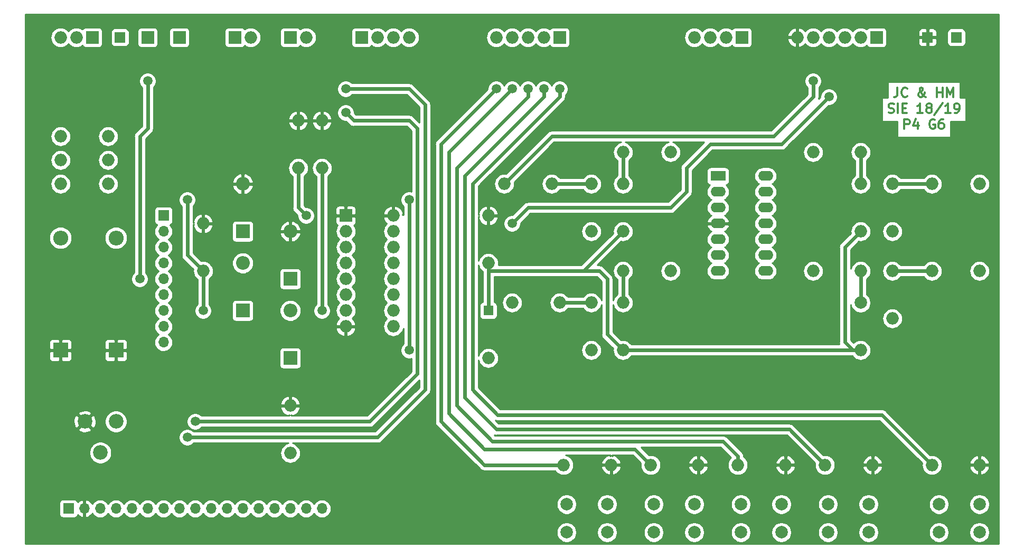
<source format=gbr>
G04 #@! TF.GenerationSoftware,KiCad,Pcbnew,5.1.2-f72e74a~84~ubuntu18.04.1*
G04 #@! TF.CreationDate,2019-07-08T11:20:07+01:00*
G04 #@! TF.ProjectId,Elevator,456c6576-6174-46f7-922e-6b696361645f,rev?*
G04 #@! TF.SameCoordinates,Original*
G04 #@! TF.FileFunction,Copper,L1,Top*
G04 #@! TF.FilePolarity,Positive*
%FSLAX46Y46*%
G04 Gerber Fmt 4.6, Leading zero omitted, Abs format (unit mm)*
G04 Created by KiCad (PCBNEW 5.1.2-f72e74a~84~ubuntu18.04.1) date 2019-07-08 11:20:07*
%MOMM*%
%LPD*%
G04 APERTURE LIST*
%ADD10C,0.300000*%
%ADD11O,2.400000X2.400000*%
%ADD12R,2.400000X2.400000*%
%ADD13O,2.200000X2.200000*%
%ADD14R,2.200000X2.200000*%
%ADD15R,1.600000X1.600000*%
%ADD16O,2.000000X2.000000*%
%ADD17R,2.000000X2.000000*%
%ADD18C,2.000000*%
%ADD19C,2.340000*%
%ADD20R,2.400000X1.600000*%
%ADD21O,2.400000X1.600000*%
%ADD22R,1.700000X1.700000*%
%ADD23O,1.700000X1.700000*%
%ADD24C,1.500000*%
%ADD25C,0.600000*%
%ADD26C,0.254000*%
G04 APERTURE END LIST*
D10*
X158147142Y-110533571D02*
X158147142Y-109033571D01*
X158718571Y-109033571D01*
X158861428Y-109105000D01*
X158932857Y-109176428D01*
X159004285Y-109319285D01*
X159004285Y-109533571D01*
X158932857Y-109676428D01*
X158861428Y-109747857D01*
X158718571Y-109819285D01*
X158147142Y-109819285D01*
X160290000Y-109533571D02*
X160290000Y-110533571D01*
X159932857Y-108962142D02*
X159575714Y-110033571D01*
X160504285Y-110033571D01*
X163004285Y-109105000D02*
X162861428Y-109033571D01*
X162647142Y-109033571D01*
X162432857Y-109105000D01*
X162290000Y-109247857D01*
X162218571Y-109390714D01*
X162147142Y-109676428D01*
X162147142Y-109890714D01*
X162218571Y-110176428D01*
X162290000Y-110319285D01*
X162432857Y-110462142D01*
X162647142Y-110533571D01*
X162790000Y-110533571D01*
X163004285Y-110462142D01*
X163075714Y-110390714D01*
X163075714Y-109890714D01*
X162790000Y-109890714D01*
X164361428Y-109033571D02*
X164075714Y-109033571D01*
X163932857Y-109105000D01*
X163861428Y-109176428D01*
X163718571Y-109390714D01*
X163647142Y-109676428D01*
X163647142Y-110247857D01*
X163718571Y-110390714D01*
X163790000Y-110462142D01*
X163932857Y-110533571D01*
X164218571Y-110533571D01*
X164361428Y-110462142D01*
X164432857Y-110390714D01*
X164504285Y-110247857D01*
X164504285Y-109890714D01*
X164432857Y-109747857D01*
X164361428Y-109676428D01*
X164218571Y-109605000D01*
X163932857Y-109605000D01*
X163790000Y-109676428D01*
X163718571Y-109747857D01*
X163647142Y-109890714D01*
X155611428Y-107922142D02*
X155825714Y-107993571D01*
X156182857Y-107993571D01*
X156325714Y-107922142D01*
X156397142Y-107850714D01*
X156468571Y-107707857D01*
X156468571Y-107565000D01*
X156397142Y-107422142D01*
X156325714Y-107350714D01*
X156182857Y-107279285D01*
X155897142Y-107207857D01*
X155754285Y-107136428D01*
X155682857Y-107065000D01*
X155611428Y-106922142D01*
X155611428Y-106779285D01*
X155682857Y-106636428D01*
X155754285Y-106565000D01*
X155897142Y-106493571D01*
X156254285Y-106493571D01*
X156468571Y-106565000D01*
X157111428Y-107993571D02*
X157111428Y-106493571D01*
X157825714Y-107207857D02*
X158325714Y-107207857D01*
X158540000Y-107993571D02*
X157825714Y-107993571D01*
X157825714Y-106493571D01*
X158540000Y-106493571D01*
X161111428Y-107993571D02*
X160254285Y-107993571D01*
X160682857Y-107993571D02*
X160682857Y-106493571D01*
X160540000Y-106707857D01*
X160397142Y-106850714D01*
X160254285Y-106922142D01*
X161968571Y-107136428D02*
X161825714Y-107065000D01*
X161754285Y-106993571D01*
X161682857Y-106850714D01*
X161682857Y-106779285D01*
X161754285Y-106636428D01*
X161825714Y-106565000D01*
X161968571Y-106493571D01*
X162254285Y-106493571D01*
X162397142Y-106565000D01*
X162468571Y-106636428D01*
X162540000Y-106779285D01*
X162540000Y-106850714D01*
X162468571Y-106993571D01*
X162397142Y-107065000D01*
X162254285Y-107136428D01*
X161968571Y-107136428D01*
X161825714Y-107207857D01*
X161754285Y-107279285D01*
X161682857Y-107422142D01*
X161682857Y-107707857D01*
X161754285Y-107850714D01*
X161825714Y-107922142D01*
X161968571Y-107993571D01*
X162254285Y-107993571D01*
X162397142Y-107922142D01*
X162468571Y-107850714D01*
X162540000Y-107707857D01*
X162540000Y-107422142D01*
X162468571Y-107279285D01*
X162397142Y-107207857D01*
X162254285Y-107136428D01*
X164254285Y-106422142D02*
X162968571Y-108350714D01*
X165540000Y-107993571D02*
X164682857Y-107993571D01*
X165111428Y-107993571D02*
X165111428Y-106493571D01*
X164968571Y-106707857D01*
X164825714Y-106850714D01*
X164682857Y-106922142D01*
X166254285Y-107993571D02*
X166540000Y-107993571D01*
X166682857Y-107922142D01*
X166754285Y-107850714D01*
X166897142Y-107636428D01*
X166968571Y-107350714D01*
X166968571Y-106779285D01*
X166897142Y-106636428D01*
X166825714Y-106565000D01*
X166682857Y-106493571D01*
X166397142Y-106493571D01*
X166254285Y-106565000D01*
X166182857Y-106636428D01*
X166111428Y-106779285D01*
X166111428Y-107136428D01*
X166182857Y-107279285D01*
X166254285Y-107350714D01*
X166397142Y-107422142D01*
X166682857Y-107422142D01*
X166825714Y-107350714D01*
X166897142Y-107279285D01*
X166968571Y-107136428D01*
X157040000Y-103953571D02*
X157040000Y-105025000D01*
X156968571Y-105239285D01*
X156825714Y-105382142D01*
X156611428Y-105453571D01*
X156468571Y-105453571D01*
X158611428Y-105310714D02*
X158540000Y-105382142D01*
X158325714Y-105453571D01*
X158182857Y-105453571D01*
X157968571Y-105382142D01*
X157825714Y-105239285D01*
X157754285Y-105096428D01*
X157682857Y-104810714D01*
X157682857Y-104596428D01*
X157754285Y-104310714D01*
X157825714Y-104167857D01*
X157968571Y-104025000D01*
X158182857Y-103953571D01*
X158325714Y-103953571D01*
X158540000Y-104025000D01*
X158611428Y-104096428D01*
X161611428Y-105453571D02*
X161540000Y-105453571D01*
X161397142Y-105382142D01*
X161182857Y-105167857D01*
X160825714Y-104739285D01*
X160682857Y-104525000D01*
X160611428Y-104310714D01*
X160611428Y-104167857D01*
X160682857Y-104025000D01*
X160825714Y-103953571D01*
X160897142Y-103953571D01*
X161040000Y-104025000D01*
X161111428Y-104167857D01*
X161111428Y-104239285D01*
X161040000Y-104382142D01*
X160968571Y-104453571D01*
X160540000Y-104739285D01*
X160468571Y-104810714D01*
X160397142Y-104953571D01*
X160397142Y-105167857D01*
X160468571Y-105310714D01*
X160540000Y-105382142D01*
X160682857Y-105453571D01*
X160897142Y-105453571D01*
X161040000Y-105382142D01*
X161111428Y-105310714D01*
X161325714Y-105025000D01*
X161397142Y-104810714D01*
X161397142Y-104667857D01*
X163397142Y-105453571D02*
X163397142Y-103953571D01*
X163397142Y-104667857D02*
X164254285Y-104667857D01*
X164254285Y-105453571D02*
X164254285Y-103953571D01*
X164968571Y-105453571D02*
X164968571Y-103953571D01*
X165468571Y-105025000D01*
X165968571Y-103953571D01*
X165968571Y-105453571D01*
D11*
X31750000Y-128050000D03*
D12*
X31750000Y-146050000D03*
X22860000Y-146050000D03*
D11*
X22860000Y-128050000D03*
D13*
X52070000Y-119380000D03*
D14*
X52070000Y-127000000D03*
X52070000Y-139700000D03*
D13*
X52070000Y-132080000D03*
D14*
X59690000Y-134620000D03*
D13*
X59690000Y-127000000D03*
X59690000Y-139700000D03*
D14*
X59690000Y-147320000D03*
D15*
X91440000Y-139700000D03*
D16*
X91440000Y-147320000D03*
D17*
X50800000Y-95885000D03*
D16*
X53340000Y-95885000D03*
D17*
X153670000Y-95885000D03*
D16*
X151130000Y-95885000D03*
X148590000Y-95885000D03*
X146050000Y-95885000D03*
X143510000Y-95885000D03*
X140970000Y-95885000D03*
D17*
X36830000Y-95885000D03*
X41910000Y-95885000D03*
X132080000Y-95885000D03*
D16*
X129540000Y-95885000D03*
X127000000Y-95885000D03*
X124460000Y-95885000D03*
X103505000Y-164465000D03*
X111125000Y-164465000D03*
X125095000Y-164465000D03*
X117475000Y-164465000D03*
X131445000Y-164465000D03*
X139065000Y-164465000D03*
X153035000Y-164465000D03*
X145415000Y-164465000D03*
X60960000Y-109220000D03*
X60960000Y-116840000D03*
X64770000Y-109220000D03*
X64770000Y-116840000D03*
X45720000Y-125730000D03*
X45720000Y-133350000D03*
X91440000Y-132080000D03*
X91440000Y-124460000D03*
X22860000Y-119380000D03*
X30480000Y-119380000D03*
X30480000Y-115570000D03*
X22860000Y-115570000D03*
X93980000Y-119380000D03*
X101600000Y-119380000D03*
X102870000Y-138430000D03*
X95250000Y-138430000D03*
X170180000Y-133350000D03*
X162560000Y-133350000D03*
X162560000Y-119380000D03*
X170180000Y-119380000D03*
X22860000Y-111760000D03*
X30480000Y-111760000D03*
X156210000Y-127000000D03*
X156210000Y-119380000D03*
X156210000Y-133350000D03*
X156210000Y-140970000D03*
X107950000Y-146050000D03*
X107950000Y-138430000D03*
X107950000Y-119380000D03*
X107950000Y-127000000D03*
X113030000Y-119380000D03*
X113030000Y-127000000D03*
X113030000Y-146050000D03*
X113030000Y-138430000D03*
D18*
X151130000Y-138430000D03*
D16*
X151130000Y-146050000D03*
X151130000Y-127000000D03*
X151130000Y-119380000D03*
X113030000Y-114300000D03*
X120650000Y-114300000D03*
X120650000Y-133350000D03*
X113030000Y-133350000D03*
X143510000Y-133350000D03*
X151130000Y-133350000D03*
X151130000Y-114300000D03*
X143510000Y-114300000D03*
X59690000Y-154940000D03*
X59690000Y-162560000D03*
X162560000Y-164465000D03*
X170180000Y-164465000D03*
D19*
X26750000Y-157480000D03*
X29250000Y-162480000D03*
X31750000Y-157480000D03*
D18*
X110490000Y-170760000D03*
X110490000Y-175260000D03*
X103990000Y-170760000D03*
X103990000Y-175260000D03*
X117960000Y-175260000D03*
X117960000Y-170760000D03*
X124460000Y-175260000D03*
X124460000Y-170760000D03*
X138430000Y-170760000D03*
X138430000Y-175260000D03*
X131930000Y-170760000D03*
X131930000Y-175260000D03*
X145900000Y-175260000D03*
X145900000Y-170760000D03*
X152400000Y-175260000D03*
X152400000Y-170760000D03*
X170180000Y-170760000D03*
X170180000Y-175260000D03*
X163680000Y-170760000D03*
X163680000Y-175260000D03*
D17*
X68580000Y-124460000D03*
D16*
X76200000Y-142240000D03*
X68580000Y-127000000D03*
X76200000Y-139700000D03*
X68580000Y-129540000D03*
X76200000Y-137160000D03*
X68580000Y-132080000D03*
X76200000Y-134620000D03*
X68580000Y-134620000D03*
X76200000Y-132080000D03*
X68580000Y-137160000D03*
X76200000Y-129540000D03*
X68580000Y-139700000D03*
X76200000Y-127000000D03*
X68580000Y-142240000D03*
X76200000Y-124460000D03*
D20*
X128270000Y-118110000D03*
D21*
X135890000Y-133350000D03*
X128270000Y-120650000D03*
X135890000Y-130810000D03*
X128270000Y-123190000D03*
X135890000Y-128270000D03*
X128270000Y-125730000D03*
X135890000Y-125730000D03*
X128270000Y-128270000D03*
X135890000Y-123190000D03*
X128270000Y-130810000D03*
X135890000Y-120650000D03*
X128270000Y-133350000D03*
X135890000Y-118110000D03*
D22*
X161845001Y-95885000D03*
X166495001Y-95885000D03*
X39370000Y-124460000D03*
D23*
X39370000Y-127000000D03*
X39370000Y-129540000D03*
X39370000Y-132080000D03*
X39370000Y-134620000D03*
X39370000Y-137160000D03*
X39370000Y-139700000D03*
X39370000Y-142240000D03*
X39370000Y-144780000D03*
D22*
X24130000Y-171450000D03*
D23*
X26670000Y-171450000D03*
X29210000Y-171450000D03*
X31750000Y-171450000D03*
X34290000Y-171450000D03*
X36830000Y-171450000D03*
X39370000Y-171450000D03*
X41910000Y-171450000D03*
X44450000Y-171450000D03*
X46990000Y-171450000D03*
X49530000Y-171450000D03*
X52070000Y-171450000D03*
X54610000Y-171450000D03*
X57150000Y-171450000D03*
X59690000Y-171450000D03*
X62230000Y-171450000D03*
X64770000Y-171450000D03*
D17*
X102870000Y-95885000D03*
D16*
X100330000Y-95885000D03*
X97790000Y-95885000D03*
X95250000Y-95885000D03*
X92710000Y-95885000D03*
D17*
X27940000Y-95885000D03*
D16*
X25400000Y-95885000D03*
X22860000Y-95885000D03*
D17*
X59690000Y-95885000D03*
D16*
X62230000Y-95885000D03*
D17*
X71120000Y-95885000D03*
D16*
X73660000Y-95885000D03*
X76200000Y-95885000D03*
X78740000Y-95885000D03*
D22*
X32385000Y-95885000D03*
D24*
X62230000Y-124460000D03*
X102870000Y-104140000D03*
X68580000Y-107950000D03*
X44450000Y-157480000D03*
X45720000Y-139700000D03*
X45720000Y-139700000D03*
X43180000Y-121920000D03*
X64770000Y-139700000D03*
X143510000Y-102870000D03*
X95250000Y-125730000D03*
X146050000Y-105410000D03*
X36830000Y-102870000D03*
X35560000Y-134620000D03*
X100330000Y-104140000D03*
X97790000Y-104140000D03*
X95250000Y-104140000D03*
X92710000Y-104140000D03*
X92710000Y-104140000D03*
X68580000Y-104140000D03*
X43180000Y-160020000D03*
X78740000Y-121920000D03*
X78740000Y-146050000D03*
D25*
X91440000Y-133350000D02*
X106680000Y-133350000D01*
X91440000Y-139700000D02*
X91440000Y-133350000D01*
X106680000Y-133350000D02*
X113030000Y-127000000D01*
X106680000Y-133350000D02*
X109220000Y-133350000D01*
X109220000Y-133350000D02*
X110490000Y-134620000D01*
X110490000Y-143510000D02*
X113030000Y-146050000D01*
X110490000Y-134620000D02*
X110490000Y-143510000D01*
X113030000Y-146050000D02*
X151130000Y-146050000D01*
X149860000Y-146050000D02*
X151130000Y-146050000D01*
X148590000Y-144780000D02*
X149860000Y-146050000D01*
X151130000Y-127000000D02*
X148590000Y-129540000D01*
X148590000Y-129540000D02*
X148590000Y-144780000D01*
X91440000Y-132080000D02*
X91440000Y-133350000D01*
X60960000Y-116840000D02*
X60960000Y-123190000D01*
X60960000Y-123190000D02*
X62230000Y-124460000D01*
X154535001Y-156440001D02*
X162560000Y-164465000D01*
X88900000Y-152400000D02*
X92940001Y-156440001D01*
X92940001Y-156440001D02*
X154535001Y-156440001D01*
X88900000Y-119380000D02*
X88900000Y-152400000D01*
X102870000Y-104140000D02*
X102870000Y-105410000D01*
X102870000Y-105410000D02*
X88900000Y-119380000D01*
X68580000Y-107950000D02*
X69850000Y-109220000D01*
X69850000Y-109220000D02*
X78740000Y-109220000D01*
X78740000Y-109220000D02*
X80010000Y-110490000D01*
X80010000Y-110490000D02*
X80010000Y-146630002D01*
X80010000Y-146630002D02*
X80010000Y-149860000D01*
X80010000Y-149860000D02*
X72390000Y-157480000D01*
X72390000Y-157480000D02*
X44450000Y-157480000D01*
X45720000Y-133350000D02*
X45720000Y-139700000D01*
X45720000Y-133350000D02*
X43180000Y-130810000D01*
X43180000Y-130810000D02*
X43180000Y-127000000D01*
X43180000Y-127000000D02*
X43180000Y-121920000D01*
X64770000Y-116840000D02*
X64770000Y-134620000D01*
X64770000Y-134620000D02*
X64770000Y-135890000D01*
X64770000Y-135890000D02*
X64770000Y-139700000D01*
X143510000Y-102870000D02*
X143510000Y-105410000D01*
X143510000Y-105410000D02*
X137160000Y-111760000D01*
X101600000Y-111760000D02*
X93980000Y-119380000D01*
X137160000Y-111760000D02*
X101600000Y-111760000D01*
X107950000Y-119380000D02*
X101600000Y-119380000D01*
X102870000Y-138430000D02*
X107950000Y-138430000D01*
X138430000Y-113030000D02*
X138899990Y-112560010D01*
X138899990Y-112560010D02*
X146050000Y-105410000D01*
X97790000Y-123190000D02*
X120650000Y-123190000D01*
X95250000Y-125730000D02*
X97790000Y-123190000D01*
X120650000Y-123190000D02*
X123190000Y-120650000D01*
X123190000Y-116840000D02*
X127000000Y-113030000D01*
X123190000Y-120650000D02*
X123190000Y-116840000D01*
X127000000Y-113030000D02*
X138430000Y-113030000D01*
X156210000Y-133350000D02*
X162560000Y-133350000D01*
X156210000Y-119380000D02*
X162560000Y-119380000D01*
X113030000Y-114300000D02*
X113030000Y-119380000D01*
X113030000Y-133350000D02*
X113030000Y-138430000D01*
X151130000Y-138430000D02*
X151130000Y-133350000D01*
X151130000Y-114300000D02*
X151130000Y-119380000D01*
X36830000Y-102870000D02*
X36830000Y-110490000D01*
X36830000Y-110490000D02*
X35560000Y-111760000D01*
X35560000Y-111760000D02*
X35560000Y-134620000D01*
X92710000Y-158750000D02*
X139700000Y-158750000D01*
X87630000Y-153670000D02*
X92710000Y-158750000D01*
X87630000Y-118110000D02*
X87630000Y-153670000D01*
X139700000Y-158750000D02*
X145415000Y-164465000D01*
X100330000Y-104140000D02*
X100330000Y-105410000D01*
X100330000Y-105410000D02*
X87630000Y-118110000D01*
X131445000Y-163050787D02*
X129049213Y-160655000D01*
X97790000Y-105410000D02*
X97790000Y-104140000D01*
X131445000Y-164465000D02*
X131445000Y-163050787D01*
X86360000Y-154940000D02*
X86360000Y-116840000D01*
X129049213Y-160655000D02*
X92075000Y-160655000D01*
X92075000Y-160655000D02*
X86360000Y-154940000D01*
X86360000Y-116840000D02*
X97790000Y-105410000D01*
X92075000Y-107315000D02*
X95250000Y-104140000D01*
X85090000Y-156210000D02*
X85090000Y-114300000D01*
X85090000Y-114300000D02*
X92075000Y-107315000D01*
X90805000Y-161925000D02*
X85090000Y-156210000D01*
X114935000Y-161925000D02*
X90805000Y-161925000D01*
X117475000Y-164465000D02*
X114935000Y-161925000D01*
X83820000Y-113030000D02*
X92710000Y-104140000D01*
X83820000Y-157480000D02*
X83820000Y-113030000D01*
X103505000Y-164465000D02*
X90805000Y-164465000D01*
X90805000Y-164465000D02*
X83820000Y-157480000D01*
X68580000Y-104140000D02*
X78740000Y-104140000D01*
X78740000Y-104140000D02*
X81280000Y-106680000D01*
X81280000Y-106680000D02*
X81280000Y-152400000D01*
X81280000Y-152400000D02*
X74930000Y-158750000D01*
X74930000Y-158750000D02*
X73660000Y-160020000D01*
X73660000Y-160020000D02*
X43180000Y-160020000D01*
X78740000Y-121920000D02*
X78740000Y-146050000D01*
D26*
G36*
X173305000Y-177115000D02*
G01*
X17195000Y-177115000D01*
X17195000Y-175098967D01*
X102355000Y-175098967D01*
X102355000Y-175421033D01*
X102417832Y-175736912D01*
X102541082Y-176034463D01*
X102720013Y-176302252D01*
X102947748Y-176529987D01*
X103215537Y-176708918D01*
X103513088Y-176832168D01*
X103828967Y-176895000D01*
X104151033Y-176895000D01*
X104466912Y-176832168D01*
X104764463Y-176708918D01*
X105032252Y-176529987D01*
X105259987Y-176302252D01*
X105438918Y-176034463D01*
X105562168Y-175736912D01*
X105625000Y-175421033D01*
X105625000Y-175098967D01*
X108855000Y-175098967D01*
X108855000Y-175421033D01*
X108917832Y-175736912D01*
X109041082Y-176034463D01*
X109220013Y-176302252D01*
X109447748Y-176529987D01*
X109715537Y-176708918D01*
X110013088Y-176832168D01*
X110328967Y-176895000D01*
X110651033Y-176895000D01*
X110966912Y-176832168D01*
X111264463Y-176708918D01*
X111532252Y-176529987D01*
X111759987Y-176302252D01*
X111938918Y-176034463D01*
X112062168Y-175736912D01*
X112125000Y-175421033D01*
X112125000Y-175098967D01*
X116325000Y-175098967D01*
X116325000Y-175421033D01*
X116387832Y-175736912D01*
X116511082Y-176034463D01*
X116690013Y-176302252D01*
X116917748Y-176529987D01*
X117185537Y-176708918D01*
X117483088Y-176832168D01*
X117798967Y-176895000D01*
X118121033Y-176895000D01*
X118436912Y-176832168D01*
X118734463Y-176708918D01*
X119002252Y-176529987D01*
X119229987Y-176302252D01*
X119408918Y-176034463D01*
X119532168Y-175736912D01*
X119595000Y-175421033D01*
X119595000Y-175098967D01*
X122825000Y-175098967D01*
X122825000Y-175421033D01*
X122887832Y-175736912D01*
X123011082Y-176034463D01*
X123190013Y-176302252D01*
X123417748Y-176529987D01*
X123685537Y-176708918D01*
X123983088Y-176832168D01*
X124298967Y-176895000D01*
X124621033Y-176895000D01*
X124936912Y-176832168D01*
X125234463Y-176708918D01*
X125502252Y-176529987D01*
X125729987Y-176302252D01*
X125908918Y-176034463D01*
X126032168Y-175736912D01*
X126095000Y-175421033D01*
X126095000Y-175098967D01*
X130295000Y-175098967D01*
X130295000Y-175421033D01*
X130357832Y-175736912D01*
X130481082Y-176034463D01*
X130660013Y-176302252D01*
X130887748Y-176529987D01*
X131155537Y-176708918D01*
X131453088Y-176832168D01*
X131768967Y-176895000D01*
X132091033Y-176895000D01*
X132406912Y-176832168D01*
X132704463Y-176708918D01*
X132972252Y-176529987D01*
X133199987Y-176302252D01*
X133378918Y-176034463D01*
X133502168Y-175736912D01*
X133565000Y-175421033D01*
X133565000Y-175098967D01*
X136795000Y-175098967D01*
X136795000Y-175421033D01*
X136857832Y-175736912D01*
X136981082Y-176034463D01*
X137160013Y-176302252D01*
X137387748Y-176529987D01*
X137655537Y-176708918D01*
X137953088Y-176832168D01*
X138268967Y-176895000D01*
X138591033Y-176895000D01*
X138906912Y-176832168D01*
X139204463Y-176708918D01*
X139472252Y-176529987D01*
X139699987Y-176302252D01*
X139878918Y-176034463D01*
X140002168Y-175736912D01*
X140065000Y-175421033D01*
X140065000Y-175098967D01*
X144265000Y-175098967D01*
X144265000Y-175421033D01*
X144327832Y-175736912D01*
X144451082Y-176034463D01*
X144630013Y-176302252D01*
X144857748Y-176529987D01*
X145125537Y-176708918D01*
X145423088Y-176832168D01*
X145738967Y-176895000D01*
X146061033Y-176895000D01*
X146376912Y-176832168D01*
X146674463Y-176708918D01*
X146942252Y-176529987D01*
X147169987Y-176302252D01*
X147348918Y-176034463D01*
X147472168Y-175736912D01*
X147535000Y-175421033D01*
X147535000Y-175098967D01*
X150765000Y-175098967D01*
X150765000Y-175421033D01*
X150827832Y-175736912D01*
X150951082Y-176034463D01*
X151130013Y-176302252D01*
X151357748Y-176529987D01*
X151625537Y-176708918D01*
X151923088Y-176832168D01*
X152238967Y-176895000D01*
X152561033Y-176895000D01*
X152876912Y-176832168D01*
X153174463Y-176708918D01*
X153442252Y-176529987D01*
X153669987Y-176302252D01*
X153848918Y-176034463D01*
X153972168Y-175736912D01*
X154035000Y-175421033D01*
X154035000Y-175098967D01*
X162045000Y-175098967D01*
X162045000Y-175421033D01*
X162107832Y-175736912D01*
X162231082Y-176034463D01*
X162410013Y-176302252D01*
X162637748Y-176529987D01*
X162905537Y-176708918D01*
X163203088Y-176832168D01*
X163518967Y-176895000D01*
X163841033Y-176895000D01*
X164156912Y-176832168D01*
X164454463Y-176708918D01*
X164722252Y-176529987D01*
X164949987Y-176302252D01*
X165128918Y-176034463D01*
X165252168Y-175736912D01*
X165315000Y-175421033D01*
X165315000Y-175098967D01*
X168545000Y-175098967D01*
X168545000Y-175421033D01*
X168607832Y-175736912D01*
X168731082Y-176034463D01*
X168910013Y-176302252D01*
X169137748Y-176529987D01*
X169405537Y-176708918D01*
X169703088Y-176832168D01*
X170018967Y-176895000D01*
X170341033Y-176895000D01*
X170656912Y-176832168D01*
X170954463Y-176708918D01*
X171222252Y-176529987D01*
X171449987Y-176302252D01*
X171628918Y-176034463D01*
X171752168Y-175736912D01*
X171815000Y-175421033D01*
X171815000Y-175098967D01*
X171752168Y-174783088D01*
X171628918Y-174485537D01*
X171449987Y-174217748D01*
X171222252Y-173990013D01*
X170954463Y-173811082D01*
X170656912Y-173687832D01*
X170341033Y-173625000D01*
X170018967Y-173625000D01*
X169703088Y-173687832D01*
X169405537Y-173811082D01*
X169137748Y-173990013D01*
X168910013Y-174217748D01*
X168731082Y-174485537D01*
X168607832Y-174783088D01*
X168545000Y-175098967D01*
X165315000Y-175098967D01*
X165252168Y-174783088D01*
X165128918Y-174485537D01*
X164949987Y-174217748D01*
X164722252Y-173990013D01*
X164454463Y-173811082D01*
X164156912Y-173687832D01*
X163841033Y-173625000D01*
X163518967Y-173625000D01*
X163203088Y-173687832D01*
X162905537Y-173811082D01*
X162637748Y-173990013D01*
X162410013Y-174217748D01*
X162231082Y-174485537D01*
X162107832Y-174783088D01*
X162045000Y-175098967D01*
X154035000Y-175098967D01*
X153972168Y-174783088D01*
X153848918Y-174485537D01*
X153669987Y-174217748D01*
X153442252Y-173990013D01*
X153174463Y-173811082D01*
X152876912Y-173687832D01*
X152561033Y-173625000D01*
X152238967Y-173625000D01*
X151923088Y-173687832D01*
X151625537Y-173811082D01*
X151357748Y-173990013D01*
X151130013Y-174217748D01*
X150951082Y-174485537D01*
X150827832Y-174783088D01*
X150765000Y-175098967D01*
X147535000Y-175098967D01*
X147472168Y-174783088D01*
X147348918Y-174485537D01*
X147169987Y-174217748D01*
X146942252Y-173990013D01*
X146674463Y-173811082D01*
X146376912Y-173687832D01*
X146061033Y-173625000D01*
X145738967Y-173625000D01*
X145423088Y-173687832D01*
X145125537Y-173811082D01*
X144857748Y-173990013D01*
X144630013Y-174217748D01*
X144451082Y-174485537D01*
X144327832Y-174783088D01*
X144265000Y-175098967D01*
X140065000Y-175098967D01*
X140002168Y-174783088D01*
X139878918Y-174485537D01*
X139699987Y-174217748D01*
X139472252Y-173990013D01*
X139204463Y-173811082D01*
X138906912Y-173687832D01*
X138591033Y-173625000D01*
X138268967Y-173625000D01*
X137953088Y-173687832D01*
X137655537Y-173811082D01*
X137387748Y-173990013D01*
X137160013Y-174217748D01*
X136981082Y-174485537D01*
X136857832Y-174783088D01*
X136795000Y-175098967D01*
X133565000Y-175098967D01*
X133502168Y-174783088D01*
X133378918Y-174485537D01*
X133199987Y-174217748D01*
X132972252Y-173990013D01*
X132704463Y-173811082D01*
X132406912Y-173687832D01*
X132091033Y-173625000D01*
X131768967Y-173625000D01*
X131453088Y-173687832D01*
X131155537Y-173811082D01*
X130887748Y-173990013D01*
X130660013Y-174217748D01*
X130481082Y-174485537D01*
X130357832Y-174783088D01*
X130295000Y-175098967D01*
X126095000Y-175098967D01*
X126032168Y-174783088D01*
X125908918Y-174485537D01*
X125729987Y-174217748D01*
X125502252Y-173990013D01*
X125234463Y-173811082D01*
X124936912Y-173687832D01*
X124621033Y-173625000D01*
X124298967Y-173625000D01*
X123983088Y-173687832D01*
X123685537Y-173811082D01*
X123417748Y-173990013D01*
X123190013Y-174217748D01*
X123011082Y-174485537D01*
X122887832Y-174783088D01*
X122825000Y-175098967D01*
X119595000Y-175098967D01*
X119532168Y-174783088D01*
X119408918Y-174485537D01*
X119229987Y-174217748D01*
X119002252Y-173990013D01*
X118734463Y-173811082D01*
X118436912Y-173687832D01*
X118121033Y-173625000D01*
X117798967Y-173625000D01*
X117483088Y-173687832D01*
X117185537Y-173811082D01*
X116917748Y-173990013D01*
X116690013Y-174217748D01*
X116511082Y-174485537D01*
X116387832Y-174783088D01*
X116325000Y-175098967D01*
X112125000Y-175098967D01*
X112062168Y-174783088D01*
X111938918Y-174485537D01*
X111759987Y-174217748D01*
X111532252Y-173990013D01*
X111264463Y-173811082D01*
X110966912Y-173687832D01*
X110651033Y-173625000D01*
X110328967Y-173625000D01*
X110013088Y-173687832D01*
X109715537Y-173811082D01*
X109447748Y-173990013D01*
X109220013Y-174217748D01*
X109041082Y-174485537D01*
X108917832Y-174783088D01*
X108855000Y-175098967D01*
X105625000Y-175098967D01*
X105562168Y-174783088D01*
X105438918Y-174485537D01*
X105259987Y-174217748D01*
X105032252Y-173990013D01*
X104764463Y-173811082D01*
X104466912Y-173687832D01*
X104151033Y-173625000D01*
X103828967Y-173625000D01*
X103513088Y-173687832D01*
X103215537Y-173811082D01*
X102947748Y-173990013D01*
X102720013Y-174217748D01*
X102541082Y-174485537D01*
X102417832Y-174783088D01*
X102355000Y-175098967D01*
X17195000Y-175098967D01*
X17195000Y-170600000D01*
X22641928Y-170600000D01*
X22641928Y-172300000D01*
X22654188Y-172424482D01*
X22690498Y-172544180D01*
X22749463Y-172654494D01*
X22828815Y-172751185D01*
X22925506Y-172830537D01*
X23035820Y-172889502D01*
X23155518Y-172925812D01*
X23280000Y-172938072D01*
X24980000Y-172938072D01*
X25104482Y-172925812D01*
X25224180Y-172889502D01*
X25334494Y-172830537D01*
X25431185Y-172751185D01*
X25510537Y-172654494D01*
X25569502Y-172544180D01*
X25593966Y-172463534D01*
X25669731Y-172547588D01*
X25903080Y-172721641D01*
X26165901Y-172846825D01*
X26313110Y-172891476D01*
X26543000Y-172770155D01*
X26543000Y-171577000D01*
X26523000Y-171577000D01*
X26523000Y-171323000D01*
X26543000Y-171323000D01*
X26543000Y-170129845D01*
X26797000Y-170129845D01*
X26797000Y-171323000D01*
X26817000Y-171323000D01*
X26817000Y-171577000D01*
X26797000Y-171577000D01*
X26797000Y-172770155D01*
X27026890Y-172891476D01*
X27174099Y-172846825D01*
X27436920Y-172721641D01*
X27670269Y-172547588D01*
X27865178Y-172331355D01*
X27934799Y-172214477D01*
X27969294Y-172279014D01*
X28154866Y-172505134D01*
X28380986Y-172690706D01*
X28638966Y-172828599D01*
X28918889Y-172913513D01*
X29137050Y-172935000D01*
X29282950Y-172935000D01*
X29501111Y-172913513D01*
X29781034Y-172828599D01*
X30039014Y-172690706D01*
X30265134Y-172505134D01*
X30450706Y-172279014D01*
X30480000Y-172224209D01*
X30509294Y-172279014D01*
X30694866Y-172505134D01*
X30920986Y-172690706D01*
X31178966Y-172828599D01*
X31458889Y-172913513D01*
X31677050Y-172935000D01*
X31822950Y-172935000D01*
X32041111Y-172913513D01*
X32321034Y-172828599D01*
X32579014Y-172690706D01*
X32805134Y-172505134D01*
X32990706Y-172279014D01*
X33020000Y-172224209D01*
X33049294Y-172279014D01*
X33234866Y-172505134D01*
X33460986Y-172690706D01*
X33718966Y-172828599D01*
X33998889Y-172913513D01*
X34217050Y-172935000D01*
X34362950Y-172935000D01*
X34581111Y-172913513D01*
X34861034Y-172828599D01*
X35119014Y-172690706D01*
X35345134Y-172505134D01*
X35530706Y-172279014D01*
X35560000Y-172224209D01*
X35589294Y-172279014D01*
X35774866Y-172505134D01*
X36000986Y-172690706D01*
X36258966Y-172828599D01*
X36538889Y-172913513D01*
X36757050Y-172935000D01*
X36902950Y-172935000D01*
X37121111Y-172913513D01*
X37401034Y-172828599D01*
X37659014Y-172690706D01*
X37885134Y-172505134D01*
X38070706Y-172279014D01*
X38100000Y-172224209D01*
X38129294Y-172279014D01*
X38314866Y-172505134D01*
X38540986Y-172690706D01*
X38798966Y-172828599D01*
X39078889Y-172913513D01*
X39297050Y-172935000D01*
X39442950Y-172935000D01*
X39661111Y-172913513D01*
X39941034Y-172828599D01*
X40199014Y-172690706D01*
X40425134Y-172505134D01*
X40610706Y-172279014D01*
X40640000Y-172224209D01*
X40669294Y-172279014D01*
X40854866Y-172505134D01*
X41080986Y-172690706D01*
X41338966Y-172828599D01*
X41618889Y-172913513D01*
X41837050Y-172935000D01*
X41982950Y-172935000D01*
X42201111Y-172913513D01*
X42481034Y-172828599D01*
X42739014Y-172690706D01*
X42965134Y-172505134D01*
X43150706Y-172279014D01*
X43180000Y-172224209D01*
X43209294Y-172279014D01*
X43394866Y-172505134D01*
X43620986Y-172690706D01*
X43878966Y-172828599D01*
X44158889Y-172913513D01*
X44377050Y-172935000D01*
X44522950Y-172935000D01*
X44741111Y-172913513D01*
X45021034Y-172828599D01*
X45279014Y-172690706D01*
X45505134Y-172505134D01*
X45690706Y-172279014D01*
X45720000Y-172224209D01*
X45749294Y-172279014D01*
X45934866Y-172505134D01*
X46160986Y-172690706D01*
X46418966Y-172828599D01*
X46698889Y-172913513D01*
X46917050Y-172935000D01*
X47062950Y-172935000D01*
X47281111Y-172913513D01*
X47561034Y-172828599D01*
X47819014Y-172690706D01*
X48045134Y-172505134D01*
X48230706Y-172279014D01*
X48260000Y-172224209D01*
X48289294Y-172279014D01*
X48474866Y-172505134D01*
X48700986Y-172690706D01*
X48958966Y-172828599D01*
X49238889Y-172913513D01*
X49457050Y-172935000D01*
X49602950Y-172935000D01*
X49821111Y-172913513D01*
X50101034Y-172828599D01*
X50359014Y-172690706D01*
X50585134Y-172505134D01*
X50770706Y-172279014D01*
X50800000Y-172224209D01*
X50829294Y-172279014D01*
X51014866Y-172505134D01*
X51240986Y-172690706D01*
X51498966Y-172828599D01*
X51778889Y-172913513D01*
X51997050Y-172935000D01*
X52142950Y-172935000D01*
X52361111Y-172913513D01*
X52641034Y-172828599D01*
X52899014Y-172690706D01*
X53125134Y-172505134D01*
X53310706Y-172279014D01*
X53340000Y-172224209D01*
X53369294Y-172279014D01*
X53554866Y-172505134D01*
X53780986Y-172690706D01*
X54038966Y-172828599D01*
X54318889Y-172913513D01*
X54537050Y-172935000D01*
X54682950Y-172935000D01*
X54901111Y-172913513D01*
X55181034Y-172828599D01*
X55439014Y-172690706D01*
X55665134Y-172505134D01*
X55850706Y-172279014D01*
X55880000Y-172224209D01*
X55909294Y-172279014D01*
X56094866Y-172505134D01*
X56320986Y-172690706D01*
X56578966Y-172828599D01*
X56858889Y-172913513D01*
X57077050Y-172935000D01*
X57222950Y-172935000D01*
X57441111Y-172913513D01*
X57721034Y-172828599D01*
X57979014Y-172690706D01*
X58205134Y-172505134D01*
X58390706Y-172279014D01*
X58420000Y-172224209D01*
X58449294Y-172279014D01*
X58634866Y-172505134D01*
X58860986Y-172690706D01*
X59118966Y-172828599D01*
X59398889Y-172913513D01*
X59617050Y-172935000D01*
X59762950Y-172935000D01*
X59981111Y-172913513D01*
X60261034Y-172828599D01*
X60519014Y-172690706D01*
X60745134Y-172505134D01*
X60930706Y-172279014D01*
X60960000Y-172224209D01*
X60989294Y-172279014D01*
X61174866Y-172505134D01*
X61400986Y-172690706D01*
X61658966Y-172828599D01*
X61938889Y-172913513D01*
X62157050Y-172935000D01*
X62302950Y-172935000D01*
X62521111Y-172913513D01*
X62801034Y-172828599D01*
X63059014Y-172690706D01*
X63285134Y-172505134D01*
X63470706Y-172279014D01*
X63500000Y-172224209D01*
X63529294Y-172279014D01*
X63714866Y-172505134D01*
X63940986Y-172690706D01*
X64198966Y-172828599D01*
X64478889Y-172913513D01*
X64697050Y-172935000D01*
X64842950Y-172935000D01*
X65061111Y-172913513D01*
X65341034Y-172828599D01*
X65599014Y-172690706D01*
X65825134Y-172505134D01*
X66010706Y-172279014D01*
X66148599Y-172021034D01*
X66233513Y-171741111D01*
X66262185Y-171450000D01*
X66233513Y-171158889D01*
X66148599Y-170878966D01*
X66010706Y-170620986D01*
X65992636Y-170598967D01*
X102355000Y-170598967D01*
X102355000Y-170921033D01*
X102417832Y-171236912D01*
X102541082Y-171534463D01*
X102720013Y-171802252D01*
X102947748Y-172029987D01*
X103215537Y-172208918D01*
X103513088Y-172332168D01*
X103828967Y-172395000D01*
X104151033Y-172395000D01*
X104466912Y-172332168D01*
X104764463Y-172208918D01*
X105032252Y-172029987D01*
X105259987Y-171802252D01*
X105438918Y-171534463D01*
X105562168Y-171236912D01*
X105625000Y-170921033D01*
X105625000Y-170598967D01*
X108855000Y-170598967D01*
X108855000Y-170921033D01*
X108917832Y-171236912D01*
X109041082Y-171534463D01*
X109220013Y-171802252D01*
X109447748Y-172029987D01*
X109715537Y-172208918D01*
X110013088Y-172332168D01*
X110328967Y-172395000D01*
X110651033Y-172395000D01*
X110966912Y-172332168D01*
X111264463Y-172208918D01*
X111532252Y-172029987D01*
X111759987Y-171802252D01*
X111938918Y-171534463D01*
X112062168Y-171236912D01*
X112125000Y-170921033D01*
X112125000Y-170598967D01*
X116325000Y-170598967D01*
X116325000Y-170921033D01*
X116387832Y-171236912D01*
X116511082Y-171534463D01*
X116690013Y-171802252D01*
X116917748Y-172029987D01*
X117185537Y-172208918D01*
X117483088Y-172332168D01*
X117798967Y-172395000D01*
X118121033Y-172395000D01*
X118436912Y-172332168D01*
X118734463Y-172208918D01*
X119002252Y-172029987D01*
X119229987Y-171802252D01*
X119408918Y-171534463D01*
X119532168Y-171236912D01*
X119595000Y-170921033D01*
X119595000Y-170598967D01*
X122825000Y-170598967D01*
X122825000Y-170921033D01*
X122887832Y-171236912D01*
X123011082Y-171534463D01*
X123190013Y-171802252D01*
X123417748Y-172029987D01*
X123685537Y-172208918D01*
X123983088Y-172332168D01*
X124298967Y-172395000D01*
X124621033Y-172395000D01*
X124936912Y-172332168D01*
X125234463Y-172208918D01*
X125502252Y-172029987D01*
X125729987Y-171802252D01*
X125908918Y-171534463D01*
X126032168Y-171236912D01*
X126095000Y-170921033D01*
X126095000Y-170598967D01*
X130295000Y-170598967D01*
X130295000Y-170921033D01*
X130357832Y-171236912D01*
X130481082Y-171534463D01*
X130660013Y-171802252D01*
X130887748Y-172029987D01*
X131155537Y-172208918D01*
X131453088Y-172332168D01*
X131768967Y-172395000D01*
X132091033Y-172395000D01*
X132406912Y-172332168D01*
X132704463Y-172208918D01*
X132972252Y-172029987D01*
X133199987Y-171802252D01*
X133378918Y-171534463D01*
X133502168Y-171236912D01*
X133565000Y-170921033D01*
X133565000Y-170598967D01*
X136795000Y-170598967D01*
X136795000Y-170921033D01*
X136857832Y-171236912D01*
X136981082Y-171534463D01*
X137160013Y-171802252D01*
X137387748Y-172029987D01*
X137655537Y-172208918D01*
X137953088Y-172332168D01*
X138268967Y-172395000D01*
X138591033Y-172395000D01*
X138906912Y-172332168D01*
X139204463Y-172208918D01*
X139472252Y-172029987D01*
X139699987Y-171802252D01*
X139878918Y-171534463D01*
X140002168Y-171236912D01*
X140065000Y-170921033D01*
X140065000Y-170598967D01*
X144265000Y-170598967D01*
X144265000Y-170921033D01*
X144327832Y-171236912D01*
X144451082Y-171534463D01*
X144630013Y-171802252D01*
X144857748Y-172029987D01*
X145125537Y-172208918D01*
X145423088Y-172332168D01*
X145738967Y-172395000D01*
X146061033Y-172395000D01*
X146376912Y-172332168D01*
X146674463Y-172208918D01*
X146942252Y-172029987D01*
X147169987Y-171802252D01*
X147348918Y-171534463D01*
X147472168Y-171236912D01*
X147535000Y-170921033D01*
X147535000Y-170598967D01*
X150765000Y-170598967D01*
X150765000Y-170921033D01*
X150827832Y-171236912D01*
X150951082Y-171534463D01*
X151130013Y-171802252D01*
X151357748Y-172029987D01*
X151625537Y-172208918D01*
X151923088Y-172332168D01*
X152238967Y-172395000D01*
X152561033Y-172395000D01*
X152876912Y-172332168D01*
X153174463Y-172208918D01*
X153442252Y-172029987D01*
X153669987Y-171802252D01*
X153848918Y-171534463D01*
X153972168Y-171236912D01*
X154035000Y-170921033D01*
X154035000Y-170598967D01*
X162045000Y-170598967D01*
X162045000Y-170921033D01*
X162107832Y-171236912D01*
X162231082Y-171534463D01*
X162410013Y-171802252D01*
X162637748Y-172029987D01*
X162905537Y-172208918D01*
X163203088Y-172332168D01*
X163518967Y-172395000D01*
X163841033Y-172395000D01*
X164156912Y-172332168D01*
X164454463Y-172208918D01*
X164722252Y-172029987D01*
X164949987Y-171802252D01*
X165128918Y-171534463D01*
X165252168Y-171236912D01*
X165315000Y-170921033D01*
X165315000Y-170598967D01*
X168545000Y-170598967D01*
X168545000Y-170921033D01*
X168607832Y-171236912D01*
X168731082Y-171534463D01*
X168910013Y-171802252D01*
X169137748Y-172029987D01*
X169405537Y-172208918D01*
X169703088Y-172332168D01*
X170018967Y-172395000D01*
X170341033Y-172395000D01*
X170656912Y-172332168D01*
X170954463Y-172208918D01*
X171222252Y-172029987D01*
X171449987Y-171802252D01*
X171628918Y-171534463D01*
X171752168Y-171236912D01*
X171815000Y-170921033D01*
X171815000Y-170598967D01*
X171752168Y-170283088D01*
X171628918Y-169985537D01*
X171449987Y-169717748D01*
X171222252Y-169490013D01*
X170954463Y-169311082D01*
X170656912Y-169187832D01*
X170341033Y-169125000D01*
X170018967Y-169125000D01*
X169703088Y-169187832D01*
X169405537Y-169311082D01*
X169137748Y-169490013D01*
X168910013Y-169717748D01*
X168731082Y-169985537D01*
X168607832Y-170283088D01*
X168545000Y-170598967D01*
X165315000Y-170598967D01*
X165252168Y-170283088D01*
X165128918Y-169985537D01*
X164949987Y-169717748D01*
X164722252Y-169490013D01*
X164454463Y-169311082D01*
X164156912Y-169187832D01*
X163841033Y-169125000D01*
X163518967Y-169125000D01*
X163203088Y-169187832D01*
X162905537Y-169311082D01*
X162637748Y-169490013D01*
X162410013Y-169717748D01*
X162231082Y-169985537D01*
X162107832Y-170283088D01*
X162045000Y-170598967D01*
X154035000Y-170598967D01*
X153972168Y-170283088D01*
X153848918Y-169985537D01*
X153669987Y-169717748D01*
X153442252Y-169490013D01*
X153174463Y-169311082D01*
X152876912Y-169187832D01*
X152561033Y-169125000D01*
X152238967Y-169125000D01*
X151923088Y-169187832D01*
X151625537Y-169311082D01*
X151357748Y-169490013D01*
X151130013Y-169717748D01*
X150951082Y-169985537D01*
X150827832Y-170283088D01*
X150765000Y-170598967D01*
X147535000Y-170598967D01*
X147472168Y-170283088D01*
X147348918Y-169985537D01*
X147169987Y-169717748D01*
X146942252Y-169490013D01*
X146674463Y-169311082D01*
X146376912Y-169187832D01*
X146061033Y-169125000D01*
X145738967Y-169125000D01*
X145423088Y-169187832D01*
X145125537Y-169311082D01*
X144857748Y-169490013D01*
X144630013Y-169717748D01*
X144451082Y-169985537D01*
X144327832Y-170283088D01*
X144265000Y-170598967D01*
X140065000Y-170598967D01*
X140002168Y-170283088D01*
X139878918Y-169985537D01*
X139699987Y-169717748D01*
X139472252Y-169490013D01*
X139204463Y-169311082D01*
X138906912Y-169187832D01*
X138591033Y-169125000D01*
X138268967Y-169125000D01*
X137953088Y-169187832D01*
X137655537Y-169311082D01*
X137387748Y-169490013D01*
X137160013Y-169717748D01*
X136981082Y-169985537D01*
X136857832Y-170283088D01*
X136795000Y-170598967D01*
X133565000Y-170598967D01*
X133502168Y-170283088D01*
X133378918Y-169985537D01*
X133199987Y-169717748D01*
X132972252Y-169490013D01*
X132704463Y-169311082D01*
X132406912Y-169187832D01*
X132091033Y-169125000D01*
X131768967Y-169125000D01*
X131453088Y-169187832D01*
X131155537Y-169311082D01*
X130887748Y-169490013D01*
X130660013Y-169717748D01*
X130481082Y-169985537D01*
X130357832Y-170283088D01*
X130295000Y-170598967D01*
X126095000Y-170598967D01*
X126032168Y-170283088D01*
X125908918Y-169985537D01*
X125729987Y-169717748D01*
X125502252Y-169490013D01*
X125234463Y-169311082D01*
X124936912Y-169187832D01*
X124621033Y-169125000D01*
X124298967Y-169125000D01*
X123983088Y-169187832D01*
X123685537Y-169311082D01*
X123417748Y-169490013D01*
X123190013Y-169717748D01*
X123011082Y-169985537D01*
X122887832Y-170283088D01*
X122825000Y-170598967D01*
X119595000Y-170598967D01*
X119532168Y-170283088D01*
X119408918Y-169985537D01*
X119229987Y-169717748D01*
X119002252Y-169490013D01*
X118734463Y-169311082D01*
X118436912Y-169187832D01*
X118121033Y-169125000D01*
X117798967Y-169125000D01*
X117483088Y-169187832D01*
X117185537Y-169311082D01*
X116917748Y-169490013D01*
X116690013Y-169717748D01*
X116511082Y-169985537D01*
X116387832Y-170283088D01*
X116325000Y-170598967D01*
X112125000Y-170598967D01*
X112062168Y-170283088D01*
X111938918Y-169985537D01*
X111759987Y-169717748D01*
X111532252Y-169490013D01*
X111264463Y-169311082D01*
X110966912Y-169187832D01*
X110651033Y-169125000D01*
X110328967Y-169125000D01*
X110013088Y-169187832D01*
X109715537Y-169311082D01*
X109447748Y-169490013D01*
X109220013Y-169717748D01*
X109041082Y-169985537D01*
X108917832Y-170283088D01*
X108855000Y-170598967D01*
X105625000Y-170598967D01*
X105562168Y-170283088D01*
X105438918Y-169985537D01*
X105259987Y-169717748D01*
X105032252Y-169490013D01*
X104764463Y-169311082D01*
X104466912Y-169187832D01*
X104151033Y-169125000D01*
X103828967Y-169125000D01*
X103513088Y-169187832D01*
X103215537Y-169311082D01*
X102947748Y-169490013D01*
X102720013Y-169717748D01*
X102541082Y-169985537D01*
X102417832Y-170283088D01*
X102355000Y-170598967D01*
X65992636Y-170598967D01*
X65825134Y-170394866D01*
X65599014Y-170209294D01*
X65341034Y-170071401D01*
X65061111Y-169986487D01*
X64842950Y-169965000D01*
X64697050Y-169965000D01*
X64478889Y-169986487D01*
X64198966Y-170071401D01*
X63940986Y-170209294D01*
X63714866Y-170394866D01*
X63529294Y-170620986D01*
X63500000Y-170675791D01*
X63470706Y-170620986D01*
X63285134Y-170394866D01*
X63059014Y-170209294D01*
X62801034Y-170071401D01*
X62521111Y-169986487D01*
X62302950Y-169965000D01*
X62157050Y-169965000D01*
X61938889Y-169986487D01*
X61658966Y-170071401D01*
X61400986Y-170209294D01*
X61174866Y-170394866D01*
X60989294Y-170620986D01*
X60960000Y-170675791D01*
X60930706Y-170620986D01*
X60745134Y-170394866D01*
X60519014Y-170209294D01*
X60261034Y-170071401D01*
X59981111Y-169986487D01*
X59762950Y-169965000D01*
X59617050Y-169965000D01*
X59398889Y-169986487D01*
X59118966Y-170071401D01*
X58860986Y-170209294D01*
X58634866Y-170394866D01*
X58449294Y-170620986D01*
X58420000Y-170675791D01*
X58390706Y-170620986D01*
X58205134Y-170394866D01*
X57979014Y-170209294D01*
X57721034Y-170071401D01*
X57441111Y-169986487D01*
X57222950Y-169965000D01*
X57077050Y-169965000D01*
X56858889Y-169986487D01*
X56578966Y-170071401D01*
X56320986Y-170209294D01*
X56094866Y-170394866D01*
X55909294Y-170620986D01*
X55880000Y-170675791D01*
X55850706Y-170620986D01*
X55665134Y-170394866D01*
X55439014Y-170209294D01*
X55181034Y-170071401D01*
X54901111Y-169986487D01*
X54682950Y-169965000D01*
X54537050Y-169965000D01*
X54318889Y-169986487D01*
X54038966Y-170071401D01*
X53780986Y-170209294D01*
X53554866Y-170394866D01*
X53369294Y-170620986D01*
X53340000Y-170675791D01*
X53310706Y-170620986D01*
X53125134Y-170394866D01*
X52899014Y-170209294D01*
X52641034Y-170071401D01*
X52361111Y-169986487D01*
X52142950Y-169965000D01*
X51997050Y-169965000D01*
X51778889Y-169986487D01*
X51498966Y-170071401D01*
X51240986Y-170209294D01*
X51014866Y-170394866D01*
X50829294Y-170620986D01*
X50800000Y-170675791D01*
X50770706Y-170620986D01*
X50585134Y-170394866D01*
X50359014Y-170209294D01*
X50101034Y-170071401D01*
X49821111Y-169986487D01*
X49602950Y-169965000D01*
X49457050Y-169965000D01*
X49238889Y-169986487D01*
X48958966Y-170071401D01*
X48700986Y-170209294D01*
X48474866Y-170394866D01*
X48289294Y-170620986D01*
X48260000Y-170675791D01*
X48230706Y-170620986D01*
X48045134Y-170394866D01*
X47819014Y-170209294D01*
X47561034Y-170071401D01*
X47281111Y-169986487D01*
X47062950Y-169965000D01*
X46917050Y-169965000D01*
X46698889Y-169986487D01*
X46418966Y-170071401D01*
X46160986Y-170209294D01*
X45934866Y-170394866D01*
X45749294Y-170620986D01*
X45720000Y-170675791D01*
X45690706Y-170620986D01*
X45505134Y-170394866D01*
X45279014Y-170209294D01*
X45021034Y-170071401D01*
X44741111Y-169986487D01*
X44522950Y-169965000D01*
X44377050Y-169965000D01*
X44158889Y-169986487D01*
X43878966Y-170071401D01*
X43620986Y-170209294D01*
X43394866Y-170394866D01*
X43209294Y-170620986D01*
X43180000Y-170675791D01*
X43150706Y-170620986D01*
X42965134Y-170394866D01*
X42739014Y-170209294D01*
X42481034Y-170071401D01*
X42201111Y-169986487D01*
X41982950Y-169965000D01*
X41837050Y-169965000D01*
X41618889Y-169986487D01*
X41338966Y-170071401D01*
X41080986Y-170209294D01*
X40854866Y-170394866D01*
X40669294Y-170620986D01*
X40640000Y-170675791D01*
X40610706Y-170620986D01*
X40425134Y-170394866D01*
X40199014Y-170209294D01*
X39941034Y-170071401D01*
X39661111Y-169986487D01*
X39442950Y-169965000D01*
X39297050Y-169965000D01*
X39078889Y-169986487D01*
X38798966Y-170071401D01*
X38540986Y-170209294D01*
X38314866Y-170394866D01*
X38129294Y-170620986D01*
X38100000Y-170675791D01*
X38070706Y-170620986D01*
X37885134Y-170394866D01*
X37659014Y-170209294D01*
X37401034Y-170071401D01*
X37121111Y-169986487D01*
X36902950Y-169965000D01*
X36757050Y-169965000D01*
X36538889Y-169986487D01*
X36258966Y-170071401D01*
X36000986Y-170209294D01*
X35774866Y-170394866D01*
X35589294Y-170620986D01*
X35560000Y-170675791D01*
X35530706Y-170620986D01*
X35345134Y-170394866D01*
X35119014Y-170209294D01*
X34861034Y-170071401D01*
X34581111Y-169986487D01*
X34362950Y-169965000D01*
X34217050Y-169965000D01*
X33998889Y-169986487D01*
X33718966Y-170071401D01*
X33460986Y-170209294D01*
X33234866Y-170394866D01*
X33049294Y-170620986D01*
X33020000Y-170675791D01*
X32990706Y-170620986D01*
X32805134Y-170394866D01*
X32579014Y-170209294D01*
X32321034Y-170071401D01*
X32041111Y-169986487D01*
X31822950Y-169965000D01*
X31677050Y-169965000D01*
X31458889Y-169986487D01*
X31178966Y-170071401D01*
X30920986Y-170209294D01*
X30694866Y-170394866D01*
X30509294Y-170620986D01*
X30480000Y-170675791D01*
X30450706Y-170620986D01*
X30265134Y-170394866D01*
X30039014Y-170209294D01*
X29781034Y-170071401D01*
X29501111Y-169986487D01*
X29282950Y-169965000D01*
X29137050Y-169965000D01*
X28918889Y-169986487D01*
X28638966Y-170071401D01*
X28380986Y-170209294D01*
X28154866Y-170394866D01*
X27969294Y-170620986D01*
X27934799Y-170685523D01*
X27865178Y-170568645D01*
X27670269Y-170352412D01*
X27436920Y-170178359D01*
X27174099Y-170053175D01*
X27026890Y-170008524D01*
X26797000Y-170129845D01*
X26543000Y-170129845D01*
X26313110Y-170008524D01*
X26165901Y-170053175D01*
X25903080Y-170178359D01*
X25669731Y-170352412D01*
X25593966Y-170436466D01*
X25569502Y-170355820D01*
X25510537Y-170245506D01*
X25431185Y-170148815D01*
X25334494Y-170069463D01*
X25224180Y-170010498D01*
X25104482Y-169974188D01*
X24980000Y-169961928D01*
X23280000Y-169961928D01*
X23155518Y-169974188D01*
X23035820Y-170010498D01*
X22925506Y-170069463D01*
X22828815Y-170148815D01*
X22749463Y-170245506D01*
X22690498Y-170355820D01*
X22654188Y-170475518D01*
X22641928Y-170600000D01*
X17195000Y-170600000D01*
X17195000Y-162302223D01*
X27445000Y-162302223D01*
X27445000Y-162657777D01*
X27514365Y-163006499D01*
X27650429Y-163334988D01*
X27847965Y-163630621D01*
X28099379Y-163882035D01*
X28395012Y-164079571D01*
X28723501Y-164215635D01*
X29072223Y-164285000D01*
X29427777Y-164285000D01*
X29776499Y-164215635D01*
X30104988Y-164079571D01*
X30400621Y-163882035D01*
X30652035Y-163630621D01*
X30849571Y-163334988D01*
X30985635Y-163006499D01*
X31055000Y-162657777D01*
X31055000Y-162302223D01*
X30985635Y-161953501D01*
X30849571Y-161625012D01*
X30652035Y-161329379D01*
X30400621Y-161077965D01*
X30104988Y-160880429D01*
X29776499Y-160744365D01*
X29427777Y-160675000D01*
X29072223Y-160675000D01*
X28723501Y-160744365D01*
X28395012Y-160880429D01*
X28099379Y-161077965D01*
X27847965Y-161329379D01*
X27650429Y-161625012D01*
X27514365Y-161953501D01*
X27445000Y-162302223D01*
X17195000Y-162302223D01*
X17195000Y-159883589D01*
X41795000Y-159883589D01*
X41795000Y-160156411D01*
X41848225Y-160423989D01*
X41952629Y-160676043D01*
X42104201Y-160902886D01*
X42297114Y-161095799D01*
X42523957Y-161247371D01*
X42776011Y-161351775D01*
X43043589Y-161405000D01*
X43316411Y-161405000D01*
X43583989Y-161351775D01*
X43836043Y-161247371D01*
X44062886Y-161095799D01*
X44203685Y-160955000D01*
X59348574Y-160955000D01*
X59061285Y-161042148D01*
X58777248Y-161193969D01*
X58528286Y-161398286D01*
X58323969Y-161647248D01*
X58172148Y-161931285D01*
X58078657Y-162239484D01*
X58047089Y-162560000D01*
X58078657Y-162880516D01*
X58172148Y-163188715D01*
X58323969Y-163472752D01*
X58528286Y-163721714D01*
X58777248Y-163926031D01*
X59061285Y-164077852D01*
X59369484Y-164171343D01*
X59609678Y-164195000D01*
X59770322Y-164195000D01*
X60010516Y-164171343D01*
X60318715Y-164077852D01*
X60602752Y-163926031D01*
X60851714Y-163721714D01*
X61056031Y-163472752D01*
X61207852Y-163188715D01*
X61301343Y-162880516D01*
X61332911Y-162560000D01*
X61301343Y-162239484D01*
X61207852Y-161931285D01*
X61056031Y-161647248D01*
X60851714Y-161398286D01*
X60602752Y-161193969D01*
X60318715Y-161042148D01*
X60031426Y-160955000D01*
X73614068Y-160955000D01*
X73660000Y-160959524D01*
X73705932Y-160955000D01*
X73843292Y-160941471D01*
X74019540Y-160888007D01*
X74181972Y-160801186D01*
X74324344Y-160684344D01*
X74353630Y-160648659D01*
X75623623Y-159378667D01*
X75623628Y-159378661D01*
X81908665Y-153093625D01*
X81944344Y-153064344D01*
X82061186Y-152921972D01*
X82148007Y-152759540D01*
X82201471Y-152583292D01*
X82215000Y-152445932D01*
X82219524Y-152400001D01*
X82215000Y-152354069D01*
X82215000Y-113030000D01*
X82880476Y-113030000D01*
X82885001Y-113075942D01*
X82885000Y-157434068D01*
X82880476Y-157480000D01*
X82885000Y-157525931D01*
X82898529Y-157663291D01*
X82951993Y-157839539D01*
X83038814Y-158001971D01*
X83155656Y-158144344D01*
X83191341Y-158173630D01*
X90111370Y-165093659D01*
X90140656Y-165129344D01*
X90283028Y-165246186D01*
X90445460Y-165333007D01*
X90517828Y-165354959D01*
X90621708Y-165386472D01*
X90805000Y-165404524D01*
X90850935Y-165400000D01*
X102157227Y-165400000D01*
X102343286Y-165626714D01*
X102592248Y-165831031D01*
X102876285Y-165982852D01*
X103184484Y-166076343D01*
X103424678Y-166100000D01*
X103585322Y-166100000D01*
X103825516Y-166076343D01*
X104133715Y-165982852D01*
X104417752Y-165831031D01*
X104666714Y-165626714D01*
X104871031Y-165377752D01*
X105022852Y-165093715D01*
X105098167Y-164845434D01*
X109534876Y-164845434D01*
X109591498Y-165032107D01*
X109731601Y-165320382D01*
X109925252Y-165575785D01*
X110165008Y-165788501D01*
X110441656Y-165950356D01*
X110744565Y-166055129D01*
X110998000Y-165936315D01*
X110998000Y-164592000D01*
X111252000Y-164592000D01*
X111252000Y-165936315D01*
X111505435Y-166055129D01*
X111808344Y-165950356D01*
X112084992Y-165788501D01*
X112324748Y-165575785D01*
X112518399Y-165320382D01*
X112658502Y-165032107D01*
X112715124Y-164845434D01*
X112595777Y-164592000D01*
X111252000Y-164592000D01*
X110998000Y-164592000D01*
X109654223Y-164592000D01*
X109534876Y-164845434D01*
X105098167Y-164845434D01*
X105116343Y-164785516D01*
X105147911Y-164465000D01*
X105116343Y-164144484D01*
X105022852Y-163836285D01*
X104871031Y-163552248D01*
X104666714Y-163303286D01*
X104417752Y-163098969D01*
X104133715Y-162947148D01*
X103846426Y-162860000D01*
X110997998Y-162860000D01*
X110997998Y-162993684D01*
X110744565Y-162874871D01*
X110441656Y-162979644D01*
X110165008Y-163141499D01*
X109925252Y-163354215D01*
X109731601Y-163609618D01*
X109591498Y-163897893D01*
X109534876Y-164084566D01*
X109654223Y-164338000D01*
X110998000Y-164338000D01*
X110998000Y-164318000D01*
X111252000Y-164318000D01*
X111252000Y-164338000D01*
X112595777Y-164338000D01*
X112715124Y-164084566D01*
X112658502Y-163897893D01*
X112518399Y-163609618D01*
X112324748Y-163354215D01*
X112084992Y-163141499D01*
X111808344Y-162979644D01*
X111505435Y-162874871D01*
X111252002Y-162993684D01*
X111252002Y-162860000D01*
X114547711Y-162860000D01*
X115860836Y-164173126D01*
X115832089Y-164465000D01*
X115863657Y-164785516D01*
X115957148Y-165093715D01*
X116108969Y-165377752D01*
X116313286Y-165626714D01*
X116562248Y-165831031D01*
X116846285Y-165982852D01*
X117154484Y-166076343D01*
X117394678Y-166100000D01*
X117555322Y-166100000D01*
X117795516Y-166076343D01*
X118103715Y-165982852D01*
X118387752Y-165831031D01*
X118636714Y-165626714D01*
X118841031Y-165377752D01*
X118992852Y-165093715D01*
X119068167Y-164845434D01*
X123504876Y-164845434D01*
X123561498Y-165032107D01*
X123701601Y-165320382D01*
X123895252Y-165575785D01*
X124135008Y-165788501D01*
X124411656Y-165950356D01*
X124714565Y-166055129D01*
X124968000Y-165936315D01*
X124968000Y-164592000D01*
X125222000Y-164592000D01*
X125222000Y-165936315D01*
X125475435Y-166055129D01*
X125778344Y-165950356D01*
X126054992Y-165788501D01*
X126294748Y-165575785D01*
X126488399Y-165320382D01*
X126628502Y-165032107D01*
X126685124Y-164845434D01*
X126565777Y-164592000D01*
X125222000Y-164592000D01*
X124968000Y-164592000D01*
X123624223Y-164592000D01*
X123504876Y-164845434D01*
X119068167Y-164845434D01*
X119086343Y-164785516D01*
X119117911Y-164465000D01*
X119086343Y-164144484D01*
X119068168Y-164084566D01*
X123504876Y-164084566D01*
X123624223Y-164338000D01*
X124968000Y-164338000D01*
X124968000Y-162993685D01*
X125222000Y-162993685D01*
X125222000Y-164338000D01*
X126565777Y-164338000D01*
X126685124Y-164084566D01*
X126628502Y-163897893D01*
X126488399Y-163609618D01*
X126294748Y-163354215D01*
X126054992Y-163141499D01*
X125778344Y-162979644D01*
X125475435Y-162874871D01*
X125222000Y-162993685D01*
X124968000Y-162993685D01*
X124714565Y-162874871D01*
X124411656Y-162979644D01*
X124135008Y-163141499D01*
X123895252Y-163354215D01*
X123701601Y-163609618D01*
X123561498Y-163897893D01*
X123504876Y-164084566D01*
X119068168Y-164084566D01*
X118992852Y-163836285D01*
X118841031Y-163552248D01*
X118636714Y-163303286D01*
X118387752Y-163098969D01*
X118103715Y-162947148D01*
X117795516Y-162853657D01*
X117555322Y-162830000D01*
X117394678Y-162830000D01*
X117183126Y-162850836D01*
X115922289Y-161590000D01*
X128661924Y-161590000D01*
X130333775Y-163261851D01*
X130283286Y-163303286D01*
X130078969Y-163552248D01*
X129927148Y-163836285D01*
X129833657Y-164144484D01*
X129802089Y-164465000D01*
X129833657Y-164785516D01*
X129927148Y-165093715D01*
X130078969Y-165377752D01*
X130283286Y-165626714D01*
X130532248Y-165831031D01*
X130816285Y-165982852D01*
X131124484Y-166076343D01*
X131364678Y-166100000D01*
X131525322Y-166100000D01*
X131765516Y-166076343D01*
X132073715Y-165982852D01*
X132357752Y-165831031D01*
X132606714Y-165626714D01*
X132811031Y-165377752D01*
X132962852Y-165093715D01*
X133038167Y-164845434D01*
X137474876Y-164845434D01*
X137531498Y-165032107D01*
X137671601Y-165320382D01*
X137865252Y-165575785D01*
X138105008Y-165788501D01*
X138381656Y-165950356D01*
X138684565Y-166055129D01*
X138938000Y-165936315D01*
X138938000Y-164592000D01*
X139192000Y-164592000D01*
X139192000Y-165936315D01*
X139445435Y-166055129D01*
X139748344Y-165950356D01*
X140024992Y-165788501D01*
X140264748Y-165575785D01*
X140458399Y-165320382D01*
X140598502Y-165032107D01*
X140655124Y-164845434D01*
X140535777Y-164592000D01*
X139192000Y-164592000D01*
X138938000Y-164592000D01*
X137594223Y-164592000D01*
X137474876Y-164845434D01*
X133038167Y-164845434D01*
X133056343Y-164785516D01*
X133087911Y-164465000D01*
X133056343Y-164144484D01*
X133038168Y-164084566D01*
X137474876Y-164084566D01*
X137594223Y-164338000D01*
X138938000Y-164338000D01*
X138938000Y-162993685D01*
X139192000Y-162993685D01*
X139192000Y-164338000D01*
X140535777Y-164338000D01*
X140655124Y-164084566D01*
X140598502Y-163897893D01*
X140458399Y-163609618D01*
X140264748Y-163354215D01*
X140024992Y-163141499D01*
X139748344Y-162979644D01*
X139445435Y-162874871D01*
X139192000Y-162993685D01*
X138938000Y-162993685D01*
X138684565Y-162874871D01*
X138381656Y-162979644D01*
X138105008Y-163141499D01*
X137865252Y-163354215D01*
X137671601Y-163609618D01*
X137531498Y-163897893D01*
X137474876Y-164084566D01*
X133038168Y-164084566D01*
X132962852Y-163836285D01*
X132811031Y-163552248D01*
X132606714Y-163303286D01*
X132380000Y-163117227D01*
X132380000Y-163096711D01*
X132384523Y-163050786D01*
X132380000Y-163004861D01*
X132380000Y-163004855D01*
X132368283Y-162885897D01*
X132366471Y-162867494D01*
X132343875Y-162793007D01*
X132313007Y-162691247D01*
X132226186Y-162528815D01*
X132109344Y-162386443D01*
X132073664Y-162357161D01*
X129742843Y-160026341D01*
X129713557Y-159990656D01*
X129571185Y-159873814D01*
X129408753Y-159786993D01*
X129232505Y-159733529D01*
X129095145Y-159720000D01*
X129049213Y-159715476D01*
X129003281Y-159720000D01*
X92462290Y-159720000D01*
X92364580Y-159622290D01*
X92526708Y-159671471D01*
X92710000Y-159689524D01*
X92755932Y-159685000D01*
X139312711Y-159685000D01*
X143800836Y-164173126D01*
X143772089Y-164465000D01*
X143803657Y-164785516D01*
X143897148Y-165093715D01*
X144048969Y-165377752D01*
X144253286Y-165626714D01*
X144502248Y-165831031D01*
X144786285Y-165982852D01*
X145094484Y-166076343D01*
X145334678Y-166100000D01*
X145495322Y-166100000D01*
X145735516Y-166076343D01*
X146043715Y-165982852D01*
X146327752Y-165831031D01*
X146576714Y-165626714D01*
X146781031Y-165377752D01*
X146932852Y-165093715D01*
X147008167Y-164845434D01*
X151444876Y-164845434D01*
X151501498Y-165032107D01*
X151641601Y-165320382D01*
X151835252Y-165575785D01*
X152075008Y-165788501D01*
X152351656Y-165950356D01*
X152654565Y-166055129D01*
X152908000Y-165936315D01*
X152908000Y-164592000D01*
X153162000Y-164592000D01*
X153162000Y-165936315D01*
X153415435Y-166055129D01*
X153718344Y-165950356D01*
X153994992Y-165788501D01*
X154234748Y-165575785D01*
X154428399Y-165320382D01*
X154568502Y-165032107D01*
X154625124Y-164845434D01*
X154505777Y-164592000D01*
X153162000Y-164592000D01*
X152908000Y-164592000D01*
X151564223Y-164592000D01*
X151444876Y-164845434D01*
X147008167Y-164845434D01*
X147026343Y-164785516D01*
X147057911Y-164465000D01*
X147026343Y-164144484D01*
X147008168Y-164084566D01*
X151444876Y-164084566D01*
X151564223Y-164338000D01*
X152908000Y-164338000D01*
X152908000Y-162993685D01*
X153162000Y-162993685D01*
X153162000Y-164338000D01*
X154505777Y-164338000D01*
X154625124Y-164084566D01*
X154568502Y-163897893D01*
X154428399Y-163609618D01*
X154234748Y-163354215D01*
X153994992Y-163141499D01*
X153718344Y-162979644D01*
X153415435Y-162874871D01*
X153162000Y-162993685D01*
X152908000Y-162993685D01*
X152654565Y-162874871D01*
X152351656Y-162979644D01*
X152075008Y-163141499D01*
X151835252Y-163354215D01*
X151641601Y-163609618D01*
X151501498Y-163897893D01*
X151444876Y-164084566D01*
X147008168Y-164084566D01*
X146932852Y-163836285D01*
X146781031Y-163552248D01*
X146576714Y-163303286D01*
X146327752Y-163098969D01*
X146043715Y-162947148D01*
X145735516Y-162853657D01*
X145495322Y-162830000D01*
X145334678Y-162830000D01*
X145123126Y-162850836D01*
X140393630Y-158121341D01*
X140364344Y-158085656D01*
X140221972Y-157968814D01*
X140059540Y-157881993D01*
X139883292Y-157828529D01*
X139745932Y-157815000D01*
X139700000Y-157810476D01*
X139654068Y-157815000D01*
X93097289Y-157815000D01*
X92594580Y-157312291D01*
X92697756Y-157343589D01*
X92756708Y-157361472D01*
X92940000Y-157379525D01*
X92985932Y-157375001D01*
X154147712Y-157375001D01*
X160945836Y-164173126D01*
X160917089Y-164465000D01*
X160948657Y-164785516D01*
X161042148Y-165093715D01*
X161193969Y-165377752D01*
X161398286Y-165626714D01*
X161647248Y-165831031D01*
X161931285Y-165982852D01*
X162239484Y-166076343D01*
X162479678Y-166100000D01*
X162640322Y-166100000D01*
X162880516Y-166076343D01*
X163188715Y-165982852D01*
X163472752Y-165831031D01*
X163721714Y-165626714D01*
X163926031Y-165377752D01*
X164077852Y-165093715D01*
X164153167Y-164845434D01*
X168589876Y-164845434D01*
X168646498Y-165032107D01*
X168786601Y-165320382D01*
X168980252Y-165575785D01*
X169220008Y-165788501D01*
X169496656Y-165950356D01*
X169799565Y-166055129D01*
X170053000Y-165936315D01*
X170053000Y-164592000D01*
X170307000Y-164592000D01*
X170307000Y-165936315D01*
X170560435Y-166055129D01*
X170863344Y-165950356D01*
X171139992Y-165788501D01*
X171379748Y-165575785D01*
X171573399Y-165320382D01*
X171713502Y-165032107D01*
X171770124Y-164845434D01*
X171650777Y-164592000D01*
X170307000Y-164592000D01*
X170053000Y-164592000D01*
X168709223Y-164592000D01*
X168589876Y-164845434D01*
X164153167Y-164845434D01*
X164171343Y-164785516D01*
X164202911Y-164465000D01*
X164171343Y-164144484D01*
X164153168Y-164084566D01*
X168589876Y-164084566D01*
X168709223Y-164338000D01*
X170053000Y-164338000D01*
X170053000Y-162993685D01*
X170307000Y-162993685D01*
X170307000Y-164338000D01*
X171650777Y-164338000D01*
X171770124Y-164084566D01*
X171713502Y-163897893D01*
X171573399Y-163609618D01*
X171379748Y-163354215D01*
X171139992Y-163141499D01*
X170863344Y-162979644D01*
X170560435Y-162874871D01*
X170307000Y-162993685D01*
X170053000Y-162993685D01*
X169799565Y-162874871D01*
X169496656Y-162979644D01*
X169220008Y-163141499D01*
X168980252Y-163354215D01*
X168786601Y-163609618D01*
X168646498Y-163897893D01*
X168589876Y-164084566D01*
X164153168Y-164084566D01*
X164077852Y-163836285D01*
X163926031Y-163552248D01*
X163721714Y-163303286D01*
X163472752Y-163098969D01*
X163188715Y-162947148D01*
X162880516Y-162853657D01*
X162640322Y-162830000D01*
X162479678Y-162830000D01*
X162268126Y-162850836D01*
X155228631Y-155811342D01*
X155199345Y-155775657D01*
X155056973Y-155658815D01*
X154894541Y-155571994D01*
X154718293Y-155518530D01*
X154580933Y-155505001D01*
X154535001Y-155500477D01*
X154489069Y-155505001D01*
X93327291Y-155505001D01*
X89835000Y-152012711D01*
X89835000Y-147661426D01*
X89922148Y-147948715D01*
X90073969Y-148232752D01*
X90278286Y-148481714D01*
X90527248Y-148686031D01*
X90811285Y-148837852D01*
X91119484Y-148931343D01*
X91359678Y-148955000D01*
X91520322Y-148955000D01*
X91760516Y-148931343D01*
X92068715Y-148837852D01*
X92352752Y-148686031D01*
X92601714Y-148481714D01*
X92806031Y-148232752D01*
X92957852Y-147948715D01*
X93051343Y-147640516D01*
X93082911Y-147320000D01*
X93051343Y-146999484D01*
X92957852Y-146691285D01*
X92806031Y-146407248D01*
X92601714Y-146158286D01*
X92469767Y-146050000D01*
X106307089Y-146050000D01*
X106338657Y-146370516D01*
X106432148Y-146678715D01*
X106583969Y-146962752D01*
X106788286Y-147211714D01*
X107037248Y-147416031D01*
X107321285Y-147567852D01*
X107629484Y-147661343D01*
X107869678Y-147685000D01*
X108030322Y-147685000D01*
X108270516Y-147661343D01*
X108578715Y-147567852D01*
X108862752Y-147416031D01*
X109111714Y-147211714D01*
X109316031Y-146962752D01*
X109467852Y-146678715D01*
X109561343Y-146370516D01*
X109592911Y-146050000D01*
X109561343Y-145729484D01*
X109467852Y-145421285D01*
X109316031Y-145137248D01*
X109111714Y-144888286D01*
X108862752Y-144683969D01*
X108578715Y-144532148D01*
X108270516Y-144438657D01*
X108030322Y-144415000D01*
X107869678Y-144415000D01*
X107629484Y-144438657D01*
X107321285Y-144532148D01*
X107037248Y-144683969D01*
X106788286Y-144888286D01*
X106583969Y-145137248D01*
X106432148Y-145421285D01*
X106338657Y-145729484D01*
X106307089Y-146050000D01*
X92469767Y-146050000D01*
X92352752Y-145953969D01*
X92068715Y-145802148D01*
X91760516Y-145708657D01*
X91520322Y-145685000D01*
X91359678Y-145685000D01*
X91119484Y-145708657D01*
X90811285Y-145802148D01*
X90527248Y-145953969D01*
X90278286Y-146158286D01*
X90073969Y-146407248D01*
X89922148Y-146691285D01*
X89835000Y-146978574D01*
X89835000Y-132421426D01*
X89922148Y-132708715D01*
X90073969Y-132992752D01*
X90278286Y-133241714D01*
X90505001Y-133427773D01*
X90505000Y-138277379D01*
X90395820Y-138310498D01*
X90285506Y-138369463D01*
X90188815Y-138448815D01*
X90109463Y-138545506D01*
X90050498Y-138655820D01*
X90014188Y-138775518D01*
X90001928Y-138900000D01*
X90001928Y-140500000D01*
X90014188Y-140624482D01*
X90050498Y-140744180D01*
X90109463Y-140854494D01*
X90188815Y-140951185D01*
X90285506Y-141030537D01*
X90395820Y-141089502D01*
X90515518Y-141125812D01*
X90640000Y-141138072D01*
X92240000Y-141138072D01*
X92364482Y-141125812D01*
X92484180Y-141089502D01*
X92594494Y-141030537D01*
X92691185Y-140951185D01*
X92770537Y-140854494D01*
X92829502Y-140744180D01*
X92865812Y-140624482D01*
X92878072Y-140500000D01*
X92878072Y-138900000D01*
X92865812Y-138775518D01*
X92829502Y-138655820D01*
X92770537Y-138545506D01*
X92691185Y-138448815D01*
X92668259Y-138430000D01*
X93607089Y-138430000D01*
X93638657Y-138750516D01*
X93732148Y-139058715D01*
X93883969Y-139342752D01*
X94088286Y-139591714D01*
X94337248Y-139796031D01*
X94621285Y-139947852D01*
X94929484Y-140041343D01*
X95169678Y-140065000D01*
X95330322Y-140065000D01*
X95570516Y-140041343D01*
X95878715Y-139947852D01*
X96162752Y-139796031D01*
X96411714Y-139591714D01*
X96616031Y-139342752D01*
X96767852Y-139058715D01*
X96861343Y-138750516D01*
X96892911Y-138430000D01*
X96861343Y-138109484D01*
X96767852Y-137801285D01*
X96616031Y-137517248D01*
X96411714Y-137268286D01*
X96162752Y-137063969D01*
X95878715Y-136912148D01*
X95570516Y-136818657D01*
X95330322Y-136795000D01*
X95169678Y-136795000D01*
X94929484Y-136818657D01*
X94621285Y-136912148D01*
X94337248Y-137063969D01*
X94088286Y-137268286D01*
X93883969Y-137517248D01*
X93732148Y-137801285D01*
X93638657Y-138109484D01*
X93607089Y-138430000D01*
X92668259Y-138430000D01*
X92594494Y-138369463D01*
X92484180Y-138310498D01*
X92375000Y-138277379D01*
X92375000Y-134285000D01*
X106634068Y-134285000D01*
X106680000Y-134289524D01*
X106725932Y-134285000D01*
X108832711Y-134285000D01*
X109555000Y-135007290D01*
X109555000Y-138088574D01*
X109467852Y-137801285D01*
X109316031Y-137517248D01*
X109111714Y-137268286D01*
X108862752Y-137063969D01*
X108578715Y-136912148D01*
X108270516Y-136818657D01*
X108030322Y-136795000D01*
X107869678Y-136795000D01*
X107629484Y-136818657D01*
X107321285Y-136912148D01*
X107037248Y-137063969D01*
X106788286Y-137268286D01*
X106602227Y-137495000D01*
X104217773Y-137495000D01*
X104031714Y-137268286D01*
X103782752Y-137063969D01*
X103498715Y-136912148D01*
X103190516Y-136818657D01*
X102950322Y-136795000D01*
X102789678Y-136795000D01*
X102549484Y-136818657D01*
X102241285Y-136912148D01*
X101957248Y-137063969D01*
X101708286Y-137268286D01*
X101503969Y-137517248D01*
X101352148Y-137801285D01*
X101258657Y-138109484D01*
X101227089Y-138430000D01*
X101258657Y-138750516D01*
X101352148Y-139058715D01*
X101503969Y-139342752D01*
X101708286Y-139591714D01*
X101957248Y-139796031D01*
X102241285Y-139947852D01*
X102549484Y-140041343D01*
X102789678Y-140065000D01*
X102950322Y-140065000D01*
X103190516Y-140041343D01*
X103498715Y-139947852D01*
X103782752Y-139796031D01*
X104031714Y-139591714D01*
X104217773Y-139365000D01*
X106602227Y-139365000D01*
X106788286Y-139591714D01*
X107037248Y-139796031D01*
X107321285Y-139947852D01*
X107629484Y-140041343D01*
X107869678Y-140065000D01*
X108030322Y-140065000D01*
X108270516Y-140041343D01*
X108578715Y-139947852D01*
X108862752Y-139796031D01*
X109111714Y-139591714D01*
X109316031Y-139342752D01*
X109467852Y-139058715D01*
X109555000Y-138771426D01*
X109555001Y-143464058D01*
X109550476Y-143510000D01*
X109568529Y-143693291D01*
X109616474Y-143851343D01*
X109621994Y-143869540D01*
X109708815Y-144031972D01*
X109825657Y-144174344D01*
X109861336Y-144203625D01*
X111415836Y-145758126D01*
X111387089Y-146050000D01*
X111418657Y-146370516D01*
X111512148Y-146678715D01*
X111663969Y-146962752D01*
X111868286Y-147211714D01*
X112117248Y-147416031D01*
X112401285Y-147567852D01*
X112709484Y-147661343D01*
X112949678Y-147685000D01*
X113110322Y-147685000D01*
X113350516Y-147661343D01*
X113658715Y-147567852D01*
X113942752Y-147416031D01*
X114191714Y-147211714D01*
X114377773Y-146985000D01*
X149782227Y-146985000D01*
X149968286Y-147211714D01*
X150217248Y-147416031D01*
X150501285Y-147567852D01*
X150809484Y-147661343D01*
X151049678Y-147685000D01*
X151210322Y-147685000D01*
X151450516Y-147661343D01*
X151758715Y-147567852D01*
X152042752Y-147416031D01*
X152291714Y-147211714D01*
X152496031Y-146962752D01*
X152647852Y-146678715D01*
X152741343Y-146370516D01*
X152772911Y-146050000D01*
X152741343Y-145729484D01*
X152647852Y-145421285D01*
X152496031Y-145137248D01*
X152291714Y-144888286D01*
X152042752Y-144683969D01*
X151758715Y-144532148D01*
X151450516Y-144438657D01*
X151210322Y-144415000D01*
X151049678Y-144415000D01*
X150809484Y-144438657D01*
X150501285Y-144532148D01*
X150217248Y-144683969D01*
X149997006Y-144864716D01*
X149525000Y-144392711D01*
X149525000Y-140970000D01*
X154567089Y-140970000D01*
X154598657Y-141290516D01*
X154692148Y-141598715D01*
X154843969Y-141882752D01*
X155048286Y-142131714D01*
X155297248Y-142336031D01*
X155581285Y-142487852D01*
X155889484Y-142581343D01*
X156129678Y-142605000D01*
X156290322Y-142605000D01*
X156530516Y-142581343D01*
X156838715Y-142487852D01*
X157122752Y-142336031D01*
X157371714Y-142131714D01*
X157576031Y-141882752D01*
X157727852Y-141598715D01*
X157821343Y-141290516D01*
X157852911Y-140970000D01*
X157821343Y-140649484D01*
X157727852Y-140341285D01*
X157576031Y-140057248D01*
X157371714Y-139808286D01*
X157122752Y-139603969D01*
X156838715Y-139452148D01*
X156530516Y-139358657D01*
X156290322Y-139335000D01*
X156129678Y-139335000D01*
X155889484Y-139358657D01*
X155581285Y-139452148D01*
X155297248Y-139603969D01*
X155048286Y-139808286D01*
X154843969Y-140057248D01*
X154692148Y-140341285D01*
X154598657Y-140649484D01*
X154567089Y-140970000D01*
X149525000Y-140970000D01*
X149525000Y-138741854D01*
X149557832Y-138906912D01*
X149681082Y-139204463D01*
X149860013Y-139472252D01*
X150087748Y-139699987D01*
X150355537Y-139878918D01*
X150653088Y-140002168D01*
X150968967Y-140065000D01*
X151291033Y-140065000D01*
X151606912Y-140002168D01*
X151904463Y-139878918D01*
X152172252Y-139699987D01*
X152399987Y-139472252D01*
X152578918Y-139204463D01*
X152702168Y-138906912D01*
X152765000Y-138591033D01*
X152765000Y-138268967D01*
X152702168Y-137953088D01*
X152578918Y-137655537D01*
X152399987Y-137387748D01*
X152172252Y-137160013D01*
X152065000Y-137088349D01*
X152065000Y-134697773D01*
X152291714Y-134511714D01*
X152496031Y-134262752D01*
X152647852Y-133978715D01*
X152741343Y-133670516D01*
X152772911Y-133350000D01*
X154567089Y-133350000D01*
X154598657Y-133670516D01*
X154692148Y-133978715D01*
X154843969Y-134262752D01*
X155048286Y-134511714D01*
X155297248Y-134716031D01*
X155581285Y-134867852D01*
X155889484Y-134961343D01*
X156129678Y-134985000D01*
X156290322Y-134985000D01*
X156530516Y-134961343D01*
X156838715Y-134867852D01*
X157122752Y-134716031D01*
X157371714Y-134511714D01*
X157557773Y-134285000D01*
X161212227Y-134285000D01*
X161398286Y-134511714D01*
X161647248Y-134716031D01*
X161931285Y-134867852D01*
X162239484Y-134961343D01*
X162479678Y-134985000D01*
X162640322Y-134985000D01*
X162880516Y-134961343D01*
X163188715Y-134867852D01*
X163472752Y-134716031D01*
X163721714Y-134511714D01*
X163926031Y-134262752D01*
X164077852Y-133978715D01*
X164171343Y-133670516D01*
X164202911Y-133350000D01*
X168537089Y-133350000D01*
X168568657Y-133670516D01*
X168662148Y-133978715D01*
X168813969Y-134262752D01*
X169018286Y-134511714D01*
X169267248Y-134716031D01*
X169551285Y-134867852D01*
X169859484Y-134961343D01*
X170099678Y-134985000D01*
X170260322Y-134985000D01*
X170500516Y-134961343D01*
X170808715Y-134867852D01*
X171092752Y-134716031D01*
X171341714Y-134511714D01*
X171546031Y-134262752D01*
X171697852Y-133978715D01*
X171791343Y-133670516D01*
X171822911Y-133350000D01*
X171791343Y-133029484D01*
X171697852Y-132721285D01*
X171546031Y-132437248D01*
X171341714Y-132188286D01*
X171092752Y-131983969D01*
X170808715Y-131832148D01*
X170500516Y-131738657D01*
X170260322Y-131715000D01*
X170099678Y-131715000D01*
X169859484Y-131738657D01*
X169551285Y-131832148D01*
X169267248Y-131983969D01*
X169018286Y-132188286D01*
X168813969Y-132437248D01*
X168662148Y-132721285D01*
X168568657Y-133029484D01*
X168537089Y-133350000D01*
X164202911Y-133350000D01*
X164171343Y-133029484D01*
X164077852Y-132721285D01*
X163926031Y-132437248D01*
X163721714Y-132188286D01*
X163472752Y-131983969D01*
X163188715Y-131832148D01*
X162880516Y-131738657D01*
X162640322Y-131715000D01*
X162479678Y-131715000D01*
X162239484Y-131738657D01*
X161931285Y-131832148D01*
X161647248Y-131983969D01*
X161398286Y-132188286D01*
X161212227Y-132415000D01*
X157557773Y-132415000D01*
X157371714Y-132188286D01*
X157122752Y-131983969D01*
X156838715Y-131832148D01*
X156530516Y-131738657D01*
X156290322Y-131715000D01*
X156129678Y-131715000D01*
X155889484Y-131738657D01*
X155581285Y-131832148D01*
X155297248Y-131983969D01*
X155048286Y-132188286D01*
X154843969Y-132437248D01*
X154692148Y-132721285D01*
X154598657Y-133029484D01*
X154567089Y-133350000D01*
X152772911Y-133350000D01*
X152741343Y-133029484D01*
X152647852Y-132721285D01*
X152496031Y-132437248D01*
X152291714Y-132188286D01*
X152042752Y-131983969D01*
X151758715Y-131832148D01*
X151450516Y-131738657D01*
X151210322Y-131715000D01*
X151049678Y-131715000D01*
X150809484Y-131738657D01*
X150501285Y-131832148D01*
X150217248Y-131983969D01*
X149968286Y-132188286D01*
X149763969Y-132437248D01*
X149612148Y-132721285D01*
X149525000Y-133008574D01*
X149525000Y-129927289D01*
X150838126Y-128614164D01*
X151049678Y-128635000D01*
X151210322Y-128635000D01*
X151450516Y-128611343D01*
X151758715Y-128517852D01*
X152042752Y-128366031D01*
X152291714Y-128161714D01*
X152496031Y-127912752D01*
X152647852Y-127628715D01*
X152741343Y-127320516D01*
X152772911Y-127000000D01*
X154567089Y-127000000D01*
X154598657Y-127320516D01*
X154692148Y-127628715D01*
X154843969Y-127912752D01*
X155048286Y-128161714D01*
X155297248Y-128366031D01*
X155581285Y-128517852D01*
X155889484Y-128611343D01*
X156129678Y-128635000D01*
X156290322Y-128635000D01*
X156530516Y-128611343D01*
X156838715Y-128517852D01*
X157122752Y-128366031D01*
X157371714Y-128161714D01*
X157576031Y-127912752D01*
X157727852Y-127628715D01*
X157821343Y-127320516D01*
X157852911Y-127000000D01*
X157821343Y-126679484D01*
X157727852Y-126371285D01*
X157576031Y-126087248D01*
X157371714Y-125838286D01*
X157122752Y-125633969D01*
X156838715Y-125482148D01*
X156530516Y-125388657D01*
X156290322Y-125365000D01*
X156129678Y-125365000D01*
X155889484Y-125388657D01*
X155581285Y-125482148D01*
X155297248Y-125633969D01*
X155048286Y-125838286D01*
X154843969Y-126087248D01*
X154692148Y-126371285D01*
X154598657Y-126679484D01*
X154567089Y-127000000D01*
X152772911Y-127000000D01*
X152741343Y-126679484D01*
X152647852Y-126371285D01*
X152496031Y-126087248D01*
X152291714Y-125838286D01*
X152042752Y-125633969D01*
X151758715Y-125482148D01*
X151450516Y-125388657D01*
X151210322Y-125365000D01*
X151049678Y-125365000D01*
X150809484Y-125388657D01*
X150501285Y-125482148D01*
X150217248Y-125633969D01*
X149968286Y-125838286D01*
X149763969Y-126087248D01*
X149612148Y-126371285D01*
X149518657Y-126679484D01*
X149487089Y-127000000D01*
X149515836Y-127291874D01*
X147961341Y-128846370D01*
X147925656Y-128875656D01*
X147808814Y-129018029D01*
X147721993Y-129180461D01*
X147710156Y-129219484D01*
X147668529Y-129356709D01*
X147650476Y-129540000D01*
X147655000Y-129585932D01*
X147655001Y-144734058D01*
X147650476Y-144780000D01*
X147668529Y-144963291D01*
X147671839Y-144974201D01*
X147714550Y-145115000D01*
X114377773Y-145115000D01*
X114191714Y-144888286D01*
X113942752Y-144683969D01*
X113658715Y-144532148D01*
X113350516Y-144438657D01*
X113110322Y-144415000D01*
X112949678Y-144415000D01*
X112738126Y-144435836D01*
X111425000Y-143122711D01*
X111425000Y-138771426D01*
X111512148Y-139058715D01*
X111663969Y-139342752D01*
X111868286Y-139591714D01*
X112117248Y-139796031D01*
X112401285Y-139947852D01*
X112709484Y-140041343D01*
X112949678Y-140065000D01*
X113110322Y-140065000D01*
X113350516Y-140041343D01*
X113658715Y-139947852D01*
X113942752Y-139796031D01*
X114191714Y-139591714D01*
X114396031Y-139342752D01*
X114547852Y-139058715D01*
X114641343Y-138750516D01*
X114672911Y-138430000D01*
X114641343Y-138109484D01*
X114547852Y-137801285D01*
X114396031Y-137517248D01*
X114191714Y-137268286D01*
X113965000Y-137082227D01*
X113965000Y-134697773D01*
X114191714Y-134511714D01*
X114396031Y-134262752D01*
X114547852Y-133978715D01*
X114641343Y-133670516D01*
X114672911Y-133350000D01*
X119007089Y-133350000D01*
X119038657Y-133670516D01*
X119132148Y-133978715D01*
X119283969Y-134262752D01*
X119488286Y-134511714D01*
X119737248Y-134716031D01*
X120021285Y-134867852D01*
X120329484Y-134961343D01*
X120569678Y-134985000D01*
X120730322Y-134985000D01*
X120970516Y-134961343D01*
X121278715Y-134867852D01*
X121562752Y-134716031D01*
X121811714Y-134511714D01*
X122016031Y-134262752D01*
X122167852Y-133978715D01*
X122261343Y-133670516D01*
X122292911Y-133350000D01*
X122261343Y-133029484D01*
X122167852Y-132721285D01*
X122016031Y-132437248D01*
X121811714Y-132188286D01*
X121562752Y-131983969D01*
X121278715Y-131832148D01*
X120970516Y-131738657D01*
X120730322Y-131715000D01*
X120569678Y-131715000D01*
X120329484Y-131738657D01*
X120021285Y-131832148D01*
X119737248Y-131983969D01*
X119488286Y-132188286D01*
X119283969Y-132437248D01*
X119132148Y-132721285D01*
X119038657Y-133029484D01*
X119007089Y-133350000D01*
X114672911Y-133350000D01*
X114641343Y-133029484D01*
X114547852Y-132721285D01*
X114396031Y-132437248D01*
X114191714Y-132188286D01*
X113942752Y-131983969D01*
X113658715Y-131832148D01*
X113350516Y-131738657D01*
X113110322Y-131715000D01*
X112949678Y-131715000D01*
X112709484Y-131738657D01*
X112401285Y-131832148D01*
X112117248Y-131983969D01*
X111868286Y-132188286D01*
X111663969Y-132437248D01*
X111512148Y-132721285D01*
X111418657Y-133029484D01*
X111387089Y-133350000D01*
X111418657Y-133670516D01*
X111512148Y-133978715D01*
X111663969Y-134262752D01*
X111868286Y-134511714D01*
X112095000Y-134697773D01*
X112095001Y-137082227D01*
X111868286Y-137268286D01*
X111663969Y-137517248D01*
X111512148Y-137801285D01*
X111425000Y-138088574D01*
X111425000Y-134665931D01*
X111429524Y-134619999D01*
X111411471Y-134436707D01*
X111395253Y-134383243D01*
X111358007Y-134260460D01*
X111271186Y-134098028D01*
X111154344Y-133955656D01*
X111118665Y-133926375D01*
X109913630Y-132721341D01*
X109884344Y-132685656D01*
X109741972Y-132568814D01*
X109579540Y-132481993D01*
X109403292Y-132428529D01*
X109265932Y-132415000D01*
X109220000Y-132410476D01*
X109174068Y-132415000D01*
X108937289Y-132415000D01*
X112738126Y-128614164D01*
X112949678Y-128635000D01*
X113110322Y-128635000D01*
X113350516Y-128611343D01*
X113658715Y-128517852D01*
X113942752Y-128366031D01*
X114059766Y-128270000D01*
X126428057Y-128270000D01*
X126455764Y-128551309D01*
X126537818Y-128821808D01*
X126671068Y-129071101D01*
X126850392Y-129289608D01*
X127068899Y-129468932D01*
X127201858Y-129540000D01*
X127068899Y-129611068D01*
X126850392Y-129790392D01*
X126671068Y-130008899D01*
X126537818Y-130258192D01*
X126455764Y-130528691D01*
X126428057Y-130810000D01*
X126455764Y-131091309D01*
X126537818Y-131361808D01*
X126671068Y-131611101D01*
X126850392Y-131829608D01*
X127068899Y-132008932D01*
X127201858Y-132080000D01*
X127068899Y-132151068D01*
X126850392Y-132330392D01*
X126671068Y-132548899D01*
X126537818Y-132798192D01*
X126455764Y-133068691D01*
X126428057Y-133350000D01*
X126455764Y-133631309D01*
X126537818Y-133901808D01*
X126671068Y-134151101D01*
X126850392Y-134369608D01*
X127068899Y-134548932D01*
X127318192Y-134682182D01*
X127588691Y-134764236D01*
X127799508Y-134785000D01*
X128740492Y-134785000D01*
X128951309Y-134764236D01*
X129221808Y-134682182D01*
X129471101Y-134548932D01*
X129689608Y-134369608D01*
X129868932Y-134151101D01*
X130002182Y-133901808D01*
X130084236Y-133631309D01*
X130111943Y-133350000D01*
X130084236Y-133068691D01*
X130002182Y-132798192D01*
X129868932Y-132548899D01*
X129689608Y-132330392D01*
X129471101Y-132151068D01*
X129338142Y-132080000D01*
X129471101Y-132008932D01*
X129689608Y-131829608D01*
X129868932Y-131611101D01*
X130002182Y-131361808D01*
X130084236Y-131091309D01*
X130111943Y-130810000D01*
X130084236Y-130528691D01*
X130002182Y-130258192D01*
X129868932Y-130008899D01*
X129689608Y-129790392D01*
X129471101Y-129611068D01*
X129338142Y-129540000D01*
X129471101Y-129468932D01*
X129689608Y-129289608D01*
X129868932Y-129071101D01*
X130002182Y-128821808D01*
X130084236Y-128551309D01*
X130111943Y-128270000D01*
X130084236Y-127988691D01*
X130002182Y-127718192D01*
X129868932Y-127468899D01*
X129689608Y-127250392D01*
X129471101Y-127071068D01*
X129343259Y-127002735D01*
X129572839Y-126852601D01*
X129774500Y-126654895D01*
X129933715Y-126421646D01*
X130044367Y-126161818D01*
X130061904Y-126079039D01*
X129939915Y-125857000D01*
X128397000Y-125857000D01*
X128397000Y-125877000D01*
X128143000Y-125877000D01*
X128143000Y-125857000D01*
X126600085Y-125857000D01*
X126478096Y-126079039D01*
X126495633Y-126161818D01*
X126606285Y-126421646D01*
X126765500Y-126654895D01*
X126967161Y-126852601D01*
X127196741Y-127002735D01*
X127068899Y-127071068D01*
X126850392Y-127250392D01*
X126671068Y-127468899D01*
X126537818Y-127718192D01*
X126455764Y-127988691D01*
X126428057Y-128270000D01*
X114059766Y-128270000D01*
X114191714Y-128161714D01*
X114396031Y-127912752D01*
X114547852Y-127628715D01*
X114641343Y-127320516D01*
X114672911Y-127000000D01*
X114641343Y-126679484D01*
X114547852Y-126371285D01*
X114396031Y-126087248D01*
X114191714Y-125838286D01*
X113942752Y-125633969D01*
X113658715Y-125482148D01*
X113350516Y-125388657D01*
X113110322Y-125365000D01*
X112949678Y-125365000D01*
X112709484Y-125388657D01*
X112401285Y-125482148D01*
X112117248Y-125633969D01*
X111868286Y-125838286D01*
X111663969Y-126087248D01*
X111512148Y-126371285D01*
X111418657Y-126679484D01*
X111387089Y-127000000D01*
X111415836Y-127291874D01*
X106292711Y-132415000D01*
X93046949Y-132415000D01*
X93051343Y-132400516D01*
X93082911Y-132080000D01*
X93051343Y-131759484D01*
X92957852Y-131451285D01*
X92806031Y-131167248D01*
X92601714Y-130918286D01*
X92352752Y-130713969D01*
X92068715Y-130562148D01*
X91760516Y-130468657D01*
X91520322Y-130445000D01*
X91359678Y-130445000D01*
X91119484Y-130468657D01*
X90811285Y-130562148D01*
X90527248Y-130713969D01*
X90278286Y-130918286D01*
X90073969Y-131167248D01*
X89922148Y-131451285D01*
X89835000Y-131738574D01*
X89835000Y-124587002D01*
X89968684Y-124587002D01*
X89849871Y-124840435D01*
X89954644Y-125143344D01*
X90116499Y-125419992D01*
X90329215Y-125659748D01*
X90584618Y-125853399D01*
X90872893Y-125993502D01*
X91059566Y-126050124D01*
X91313000Y-125930777D01*
X91313000Y-124587000D01*
X91567000Y-124587000D01*
X91567000Y-125930777D01*
X91820434Y-126050124D01*
X92007107Y-125993502D01*
X92295382Y-125853399D01*
X92550785Y-125659748D01*
X92763501Y-125419992D01*
X92925356Y-125143344D01*
X93030129Y-124840435D01*
X92911315Y-124587000D01*
X91567000Y-124587000D01*
X91313000Y-124587000D01*
X91293000Y-124587000D01*
X91293000Y-124333000D01*
X91313000Y-124333000D01*
X91313000Y-122989223D01*
X91567000Y-122989223D01*
X91567000Y-124333000D01*
X92911315Y-124333000D01*
X93030129Y-124079565D01*
X92925356Y-123776656D01*
X92763501Y-123500008D01*
X92550785Y-123260252D01*
X92295382Y-123066601D01*
X92007107Y-122926498D01*
X91820434Y-122869876D01*
X91567000Y-122989223D01*
X91313000Y-122989223D01*
X91059566Y-122869876D01*
X90872893Y-122926498D01*
X90584618Y-123066601D01*
X90329215Y-123260252D01*
X90116499Y-123500008D01*
X89954644Y-123776656D01*
X89849871Y-124079565D01*
X89968684Y-124332998D01*
X89835000Y-124332998D01*
X89835000Y-119767289D01*
X90222289Y-119380000D01*
X92337089Y-119380000D01*
X92368657Y-119700516D01*
X92462148Y-120008715D01*
X92613969Y-120292752D01*
X92818286Y-120541714D01*
X93067248Y-120746031D01*
X93351285Y-120897852D01*
X93659484Y-120991343D01*
X93899678Y-121015000D01*
X94060322Y-121015000D01*
X94300516Y-120991343D01*
X94608715Y-120897852D01*
X94892752Y-120746031D01*
X95141714Y-120541714D01*
X95346031Y-120292752D01*
X95497852Y-120008715D01*
X95591343Y-119700516D01*
X95622911Y-119380000D01*
X99957089Y-119380000D01*
X99988657Y-119700516D01*
X100082148Y-120008715D01*
X100233969Y-120292752D01*
X100438286Y-120541714D01*
X100687248Y-120746031D01*
X100971285Y-120897852D01*
X101279484Y-120991343D01*
X101519678Y-121015000D01*
X101680322Y-121015000D01*
X101920516Y-120991343D01*
X102228715Y-120897852D01*
X102512752Y-120746031D01*
X102761714Y-120541714D01*
X102947773Y-120315000D01*
X106602227Y-120315000D01*
X106788286Y-120541714D01*
X107037248Y-120746031D01*
X107321285Y-120897852D01*
X107629484Y-120991343D01*
X107869678Y-121015000D01*
X108030322Y-121015000D01*
X108270516Y-120991343D01*
X108578715Y-120897852D01*
X108862752Y-120746031D01*
X109111714Y-120541714D01*
X109316031Y-120292752D01*
X109467852Y-120008715D01*
X109561343Y-119700516D01*
X109592911Y-119380000D01*
X109561343Y-119059484D01*
X109467852Y-118751285D01*
X109316031Y-118467248D01*
X109111714Y-118218286D01*
X108862752Y-118013969D01*
X108578715Y-117862148D01*
X108270516Y-117768657D01*
X108030322Y-117745000D01*
X107869678Y-117745000D01*
X107629484Y-117768657D01*
X107321285Y-117862148D01*
X107037248Y-118013969D01*
X106788286Y-118218286D01*
X106602227Y-118445000D01*
X102947773Y-118445000D01*
X102761714Y-118218286D01*
X102512752Y-118013969D01*
X102228715Y-117862148D01*
X101920516Y-117768657D01*
X101680322Y-117745000D01*
X101519678Y-117745000D01*
X101279484Y-117768657D01*
X100971285Y-117862148D01*
X100687248Y-118013969D01*
X100438286Y-118218286D01*
X100233969Y-118467248D01*
X100082148Y-118751285D01*
X99988657Y-119059484D01*
X99957089Y-119380000D01*
X95622911Y-119380000D01*
X95594164Y-119088125D01*
X101987290Y-112695000D01*
X112688574Y-112695000D01*
X112401285Y-112782148D01*
X112117248Y-112933969D01*
X111868286Y-113138286D01*
X111663969Y-113387248D01*
X111512148Y-113671285D01*
X111418657Y-113979484D01*
X111387089Y-114300000D01*
X111418657Y-114620516D01*
X111512148Y-114928715D01*
X111663969Y-115212752D01*
X111868286Y-115461714D01*
X112095000Y-115647773D01*
X112095001Y-118032227D01*
X111868286Y-118218286D01*
X111663969Y-118467248D01*
X111512148Y-118751285D01*
X111418657Y-119059484D01*
X111387089Y-119380000D01*
X111418657Y-119700516D01*
X111512148Y-120008715D01*
X111663969Y-120292752D01*
X111868286Y-120541714D01*
X112117248Y-120746031D01*
X112401285Y-120897852D01*
X112709484Y-120991343D01*
X112949678Y-121015000D01*
X113110322Y-121015000D01*
X113350516Y-120991343D01*
X113658715Y-120897852D01*
X113942752Y-120746031D01*
X114191714Y-120541714D01*
X114396031Y-120292752D01*
X114547852Y-120008715D01*
X114641343Y-119700516D01*
X114672911Y-119380000D01*
X114641343Y-119059484D01*
X114547852Y-118751285D01*
X114396031Y-118467248D01*
X114191714Y-118218286D01*
X113965000Y-118032227D01*
X113965000Y-115647773D01*
X114191714Y-115461714D01*
X114396031Y-115212752D01*
X114547852Y-114928715D01*
X114641343Y-114620516D01*
X114672911Y-114300000D01*
X114641343Y-113979484D01*
X114547852Y-113671285D01*
X114396031Y-113387248D01*
X114191714Y-113138286D01*
X113942752Y-112933969D01*
X113658715Y-112782148D01*
X113371426Y-112695000D01*
X120308574Y-112695000D01*
X120021285Y-112782148D01*
X119737248Y-112933969D01*
X119488286Y-113138286D01*
X119283969Y-113387248D01*
X119132148Y-113671285D01*
X119038657Y-113979484D01*
X119007089Y-114300000D01*
X119038657Y-114620516D01*
X119132148Y-114928715D01*
X119283969Y-115212752D01*
X119488286Y-115461714D01*
X119737248Y-115666031D01*
X120021285Y-115817852D01*
X120329484Y-115911343D01*
X120569678Y-115935000D01*
X120730322Y-115935000D01*
X120970516Y-115911343D01*
X121278715Y-115817852D01*
X121562752Y-115666031D01*
X121811714Y-115461714D01*
X122016031Y-115212752D01*
X122167852Y-114928715D01*
X122261343Y-114620516D01*
X122292911Y-114300000D01*
X122261343Y-113979484D01*
X122167852Y-113671285D01*
X122016031Y-113387248D01*
X121811714Y-113138286D01*
X121562752Y-112933969D01*
X121278715Y-112782148D01*
X120991426Y-112695000D01*
X126012711Y-112695000D01*
X122561336Y-116146375D01*
X122525657Y-116175656D01*
X122408815Y-116318028D01*
X122321994Y-116480460D01*
X122268529Y-116656709D01*
X122250476Y-116840000D01*
X122255001Y-116885942D01*
X122255000Y-120262710D01*
X120262711Y-122255000D01*
X97835924Y-122255000D01*
X97789999Y-122250477D01*
X97744074Y-122255000D01*
X97744068Y-122255000D01*
X97625110Y-122266717D01*
X97606707Y-122268529D01*
X97553243Y-122284747D01*
X97430460Y-122321993D01*
X97268028Y-122408814D01*
X97125656Y-122525656D01*
X97096376Y-122561334D01*
X95312711Y-124345000D01*
X95113589Y-124345000D01*
X94846011Y-124398225D01*
X94593957Y-124502629D01*
X94367114Y-124654201D01*
X94174201Y-124847114D01*
X94022629Y-125073957D01*
X93918225Y-125326011D01*
X93865000Y-125593589D01*
X93865000Y-125866411D01*
X93918225Y-126133989D01*
X94022629Y-126386043D01*
X94174201Y-126612886D01*
X94367114Y-126805799D01*
X94593957Y-126957371D01*
X94846011Y-127061775D01*
X95113589Y-127115000D01*
X95386411Y-127115000D01*
X95653989Y-127061775D01*
X95803127Y-127000000D01*
X106307089Y-127000000D01*
X106338657Y-127320516D01*
X106432148Y-127628715D01*
X106583969Y-127912752D01*
X106788286Y-128161714D01*
X107037248Y-128366031D01*
X107321285Y-128517852D01*
X107629484Y-128611343D01*
X107869678Y-128635000D01*
X108030322Y-128635000D01*
X108270516Y-128611343D01*
X108578715Y-128517852D01*
X108862752Y-128366031D01*
X109111714Y-128161714D01*
X109316031Y-127912752D01*
X109467852Y-127628715D01*
X109561343Y-127320516D01*
X109592911Y-127000000D01*
X109561343Y-126679484D01*
X109467852Y-126371285D01*
X109316031Y-126087248D01*
X109111714Y-125838286D01*
X108862752Y-125633969D01*
X108578715Y-125482148D01*
X108270516Y-125388657D01*
X108030322Y-125365000D01*
X107869678Y-125365000D01*
X107629484Y-125388657D01*
X107321285Y-125482148D01*
X107037248Y-125633969D01*
X106788286Y-125838286D01*
X106583969Y-126087248D01*
X106432148Y-126371285D01*
X106338657Y-126679484D01*
X106307089Y-127000000D01*
X95803127Y-127000000D01*
X95906043Y-126957371D01*
X96132886Y-126805799D01*
X96325799Y-126612886D01*
X96477371Y-126386043D01*
X96581775Y-126133989D01*
X96635000Y-125866411D01*
X96635000Y-125667289D01*
X98177290Y-124125000D01*
X120604068Y-124125000D01*
X120650000Y-124129524D01*
X120695932Y-124125000D01*
X120833292Y-124111471D01*
X121009540Y-124058007D01*
X121171972Y-123971186D01*
X121314344Y-123854344D01*
X121343630Y-123818659D01*
X123818666Y-121343624D01*
X123854344Y-121314344D01*
X123971186Y-121171972D01*
X124058007Y-121009540D01*
X124111471Y-120833292D01*
X124125000Y-120695932D01*
X124125000Y-120695926D01*
X124129523Y-120650001D01*
X124129523Y-120650000D01*
X126428057Y-120650000D01*
X126455764Y-120931309D01*
X126537818Y-121201808D01*
X126671068Y-121451101D01*
X126850392Y-121669608D01*
X127068899Y-121848932D01*
X127201858Y-121920000D01*
X127068899Y-121991068D01*
X126850392Y-122170392D01*
X126671068Y-122388899D01*
X126537818Y-122638192D01*
X126455764Y-122908691D01*
X126428057Y-123190000D01*
X126455764Y-123471309D01*
X126537818Y-123741808D01*
X126671068Y-123991101D01*
X126850392Y-124209608D01*
X127068899Y-124388932D01*
X127196741Y-124457265D01*
X126967161Y-124607399D01*
X126765500Y-124805105D01*
X126606285Y-125038354D01*
X126495633Y-125298182D01*
X126478096Y-125380961D01*
X126600085Y-125603000D01*
X128143000Y-125603000D01*
X128143000Y-125583000D01*
X128397000Y-125583000D01*
X128397000Y-125603000D01*
X129939915Y-125603000D01*
X130061904Y-125380961D01*
X130044367Y-125298182D01*
X129933715Y-125038354D01*
X129774500Y-124805105D01*
X129572839Y-124607399D01*
X129343259Y-124457265D01*
X129471101Y-124388932D01*
X129689608Y-124209608D01*
X129868932Y-123991101D01*
X130002182Y-123741808D01*
X130084236Y-123471309D01*
X130111943Y-123190000D01*
X130084236Y-122908691D01*
X130002182Y-122638192D01*
X129868932Y-122388899D01*
X129689608Y-122170392D01*
X129471101Y-121991068D01*
X129338142Y-121920000D01*
X129471101Y-121848932D01*
X129689608Y-121669608D01*
X129868932Y-121451101D01*
X130002182Y-121201808D01*
X130084236Y-120931309D01*
X130111943Y-120650000D01*
X130084236Y-120368691D01*
X130002182Y-120098192D01*
X129868932Y-119848899D01*
X129689608Y-119630392D01*
X129576518Y-119537581D01*
X129594482Y-119535812D01*
X129714180Y-119499502D01*
X129824494Y-119440537D01*
X129921185Y-119361185D01*
X130000537Y-119264494D01*
X130059502Y-119154180D01*
X130095812Y-119034482D01*
X130108072Y-118910000D01*
X130108072Y-118110000D01*
X134048057Y-118110000D01*
X134075764Y-118391309D01*
X134157818Y-118661808D01*
X134291068Y-118911101D01*
X134470392Y-119129608D01*
X134688899Y-119308932D01*
X134821858Y-119380000D01*
X134688899Y-119451068D01*
X134470392Y-119630392D01*
X134291068Y-119848899D01*
X134157818Y-120098192D01*
X134075764Y-120368691D01*
X134048057Y-120650000D01*
X134075764Y-120931309D01*
X134157818Y-121201808D01*
X134291068Y-121451101D01*
X134470392Y-121669608D01*
X134688899Y-121848932D01*
X134821858Y-121920000D01*
X134688899Y-121991068D01*
X134470392Y-122170392D01*
X134291068Y-122388899D01*
X134157818Y-122638192D01*
X134075764Y-122908691D01*
X134048057Y-123190000D01*
X134075764Y-123471309D01*
X134157818Y-123741808D01*
X134291068Y-123991101D01*
X134470392Y-124209608D01*
X134688899Y-124388932D01*
X134821858Y-124460000D01*
X134688899Y-124531068D01*
X134470392Y-124710392D01*
X134291068Y-124928899D01*
X134157818Y-125178192D01*
X134075764Y-125448691D01*
X134048057Y-125730000D01*
X134075764Y-126011309D01*
X134157818Y-126281808D01*
X134291068Y-126531101D01*
X134470392Y-126749608D01*
X134688899Y-126928932D01*
X134821858Y-127000000D01*
X134688899Y-127071068D01*
X134470392Y-127250392D01*
X134291068Y-127468899D01*
X134157818Y-127718192D01*
X134075764Y-127988691D01*
X134048057Y-128270000D01*
X134075764Y-128551309D01*
X134157818Y-128821808D01*
X134291068Y-129071101D01*
X134470392Y-129289608D01*
X134688899Y-129468932D01*
X134821858Y-129540000D01*
X134688899Y-129611068D01*
X134470392Y-129790392D01*
X134291068Y-130008899D01*
X134157818Y-130258192D01*
X134075764Y-130528691D01*
X134048057Y-130810000D01*
X134075764Y-131091309D01*
X134157818Y-131361808D01*
X134291068Y-131611101D01*
X134470392Y-131829608D01*
X134688899Y-132008932D01*
X134821858Y-132080000D01*
X134688899Y-132151068D01*
X134470392Y-132330392D01*
X134291068Y-132548899D01*
X134157818Y-132798192D01*
X134075764Y-133068691D01*
X134048057Y-133350000D01*
X134075764Y-133631309D01*
X134157818Y-133901808D01*
X134291068Y-134151101D01*
X134470392Y-134369608D01*
X134688899Y-134548932D01*
X134938192Y-134682182D01*
X135208691Y-134764236D01*
X135419508Y-134785000D01*
X136360492Y-134785000D01*
X136571309Y-134764236D01*
X136841808Y-134682182D01*
X137091101Y-134548932D01*
X137309608Y-134369608D01*
X137488932Y-134151101D01*
X137622182Y-133901808D01*
X137704236Y-133631309D01*
X137731943Y-133350000D01*
X141867089Y-133350000D01*
X141898657Y-133670516D01*
X141992148Y-133978715D01*
X142143969Y-134262752D01*
X142348286Y-134511714D01*
X142597248Y-134716031D01*
X142881285Y-134867852D01*
X143189484Y-134961343D01*
X143429678Y-134985000D01*
X143590322Y-134985000D01*
X143830516Y-134961343D01*
X144138715Y-134867852D01*
X144422752Y-134716031D01*
X144671714Y-134511714D01*
X144876031Y-134262752D01*
X145027852Y-133978715D01*
X145121343Y-133670516D01*
X145152911Y-133350000D01*
X145121343Y-133029484D01*
X145027852Y-132721285D01*
X144876031Y-132437248D01*
X144671714Y-132188286D01*
X144422752Y-131983969D01*
X144138715Y-131832148D01*
X143830516Y-131738657D01*
X143590322Y-131715000D01*
X143429678Y-131715000D01*
X143189484Y-131738657D01*
X142881285Y-131832148D01*
X142597248Y-131983969D01*
X142348286Y-132188286D01*
X142143969Y-132437248D01*
X141992148Y-132721285D01*
X141898657Y-133029484D01*
X141867089Y-133350000D01*
X137731943Y-133350000D01*
X137704236Y-133068691D01*
X137622182Y-132798192D01*
X137488932Y-132548899D01*
X137309608Y-132330392D01*
X137091101Y-132151068D01*
X136958142Y-132080000D01*
X137091101Y-132008932D01*
X137309608Y-131829608D01*
X137488932Y-131611101D01*
X137622182Y-131361808D01*
X137704236Y-131091309D01*
X137731943Y-130810000D01*
X137704236Y-130528691D01*
X137622182Y-130258192D01*
X137488932Y-130008899D01*
X137309608Y-129790392D01*
X137091101Y-129611068D01*
X136958142Y-129540000D01*
X137091101Y-129468932D01*
X137309608Y-129289608D01*
X137488932Y-129071101D01*
X137622182Y-128821808D01*
X137704236Y-128551309D01*
X137731943Y-128270000D01*
X137704236Y-127988691D01*
X137622182Y-127718192D01*
X137488932Y-127468899D01*
X137309608Y-127250392D01*
X137091101Y-127071068D01*
X136958142Y-127000000D01*
X137091101Y-126928932D01*
X137309608Y-126749608D01*
X137488932Y-126531101D01*
X137622182Y-126281808D01*
X137704236Y-126011309D01*
X137731943Y-125730000D01*
X137704236Y-125448691D01*
X137622182Y-125178192D01*
X137488932Y-124928899D01*
X137309608Y-124710392D01*
X137091101Y-124531068D01*
X136958142Y-124460000D01*
X137091101Y-124388932D01*
X137309608Y-124209608D01*
X137488932Y-123991101D01*
X137622182Y-123741808D01*
X137704236Y-123471309D01*
X137731943Y-123190000D01*
X137704236Y-122908691D01*
X137622182Y-122638192D01*
X137488932Y-122388899D01*
X137309608Y-122170392D01*
X137091101Y-121991068D01*
X136958142Y-121920000D01*
X137091101Y-121848932D01*
X137309608Y-121669608D01*
X137488932Y-121451101D01*
X137622182Y-121201808D01*
X137704236Y-120931309D01*
X137731943Y-120650000D01*
X137704236Y-120368691D01*
X137622182Y-120098192D01*
X137488932Y-119848899D01*
X137309608Y-119630392D01*
X137091101Y-119451068D01*
X136958142Y-119380000D01*
X137091101Y-119308932D01*
X137309608Y-119129608D01*
X137488932Y-118911101D01*
X137622182Y-118661808D01*
X137704236Y-118391309D01*
X137731943Y-118110000D01*
X137704236Y-117828691D01*
X137622182Y-117558192D01*
X137488932Y-117308899D01*
X137309608Y-117090392D01*
X137091101Y-116911068D01*
X136841808Y-116777818D01*
X136571309Y-116695764D01*
X136360492Y-116675000D01*
X135419508Y-116675000D01*
X135208691Y-116695764D01*
X134938192Y-116777818D01*
X134688899Y-116911068D01*
X134470392Y-117090392D01*
X134291068Y-117308899D01*
X134157818Y-117558192D01*
X134075764Y-117828691D01*
X134048057Y-118110000D01*
X130108072Y-118110000D01*
X130108072Y-117310000D01*
X130095812Y-117185518D01*
X130059502Y-117065820D01*
X130000537Y-116955506D01*
X129921185Y-116858815D01*
X129824494Y-116779463D01*
X129714180Y-116720498D01*
X129594482Y-116684188D01*
X129470000Y-116671928D01*
X127070000Y-116671928D01*
X126945518Y-116684188D01*
X126825820Y-116720498D01*
X126715506Y-116779463D01*
X126618815Y-116858815D01*
X126539463Y-116955506D01*
X126480498Y-117065820D01*
X126444188Y-117185518D01*
X126431928Y-117310000D01*
X126431928Y-118910000D01*
X126444188Y-119034482D01*
X126480498Y-119154180D01*
X126539463Y-119264494D01*
X126618815Y-119361185D01*
X126715506Y-119440537D01*
X126825820Y-119499502D01*
X126945518Y-119535812D01*
X126963482Y-119537581D01*
X126850392Y-119630392D01*
X126671068Y-119848899D01*
X126537818Y-120098192D01*
X126455764Y-120368691D01*
X126428057Y-120650000D01*
X124129523Y-120650000D01*
X124125000Y-120604076D01*
X124125000Y-117227289D01*
X127052289Y-114300000D01*
X141867089Y-114300000D01*
X141898657Y-114620516D01*
X141992148Y-114928715D01*
X142143969Y-115212752D01*
X142348286Y-115461714D01*
X142597248Y-115666031D01*
X142881285Y-115817852D01*
X143189484Y-115911343D01*
X143429678Y-115935000D01*
X143590322Y-115935000D01*
X143830516Y-115911343D01*
X144138715Y-115817852D01*
X144422752Y-115666031D01*
X144671714Y-115461714D01*
X144876031Y-115212752D01*
X145027852Y-114928715D01*
X145121343Y-114620516D01*
X145152911Y-114300000D01*
X149487089Y-114300000D01*
X149518657Y-114620516D01*
X149612148Y-114928715D01*
X149763969Y-115212752D01*
X149968286Y-115461714D01*
X150195000Y-115647773D01*
X150195001Y-118032227D01*
X149968286Y-118218286D01*
X149763969Y-118467248D01*
X149612148Y-118751285D01*
X149518657Y-119059484D01*
X149487089Y-119380000D01*
X149518657Y-119700516D01*
X149612148Y-120008715D01*
X149763969Y-120292752D01*
X149968286Y-120541714D01*
X150217248Y-120746031D01*
X150501285Y-120897852D01*
X150809484Y-120991343D01*
X151049678Y-121015000D01*
X151210322Y-121015000D01*
X151450516Y-120991343D01*
X151758715Y-120897852D01*
X152042752Y-120746031D01*
X152291714Y-120541714D01*
X152496031Y-120292752D01*
X152647852Y-120008715D01*
X152741343Y-119700516D01*
X152772911Y-119380000D01*
X154567089Y-119380000D01*
X154598657Y-119700516D01*
X154692148Y-120008715D01*
X154843969Y-120292752D01*
X155048286Y-120541714D01*
X155297248Y-120746031D01*
X155581285Y-120897852D01*
X155889484Y-120991343D01*
X156129678Y-121015000D01*
X156290322Y-121015000D01*
X156530516Y-120991343D01*
X156838715Y-120897852D01*
X157122752Y-120746031D01*
X157371714Y-120541714D01*
X157557773Y-120315000D01*
X161212227Y-120315000D01*
X161398286Y-120541714D01*
X161647248Y-120746031D01*
X161931285Y-120897852D01*
X162239484Y-120991343D01*
X162479678Y-121015000D01*
X162640322Y-121015000D01*
X162880516Y-120991343D01*
X163188715Y-120897852D01*
X163472752Y-120746031D01*
X163721714Y-120541714D01*
X163926031Y-120292752D01*
X164077852Y-120008715D01*
X164171343Y-119700516D01*
X164202911Y-119380000D01*
X168537089Y-119380000D01*
X168568657Y-119700516D01*
X168662148Y-120008715D01*
X168813969Y-120292752D01*
X169018286Y-120541714D01*
X169267248Y-120746031D01*
X169551285Y-120897852D01*
X169859484Y-120991343D01*
X170099678Y-121015000D01*
X170260322Y-121015000D01*
X170500516Y-120991343D01*
X170808715Y-120897852D01*
X171092752Y-120746031D01*
X171341714Y-120541714D01*
X171546031Y-120292752D01*
X171697852Y-120008715D01*
X171791343Y-119700516D01*
X171822911Y-119380000D01*
X171791343Y-119059484D01*
X171697852Y-118751285D01*
X171546031Y-118467248D01*
X171341714Y-118218286D01*
X171092752Y-118013969D01*
X170808715Y-117862148D01*
X170500516Y-117768657D01*
X170260322Y-117745000D01*
X170099678Y-117745000D01*
X169859484Y-117768657D01*
X169551285Y-117862148D01*
X169267248Y-118013969D01*
X169018286Y-118218286D01*
X168813969Y-118467248D01*
X168662148Y-118751285D01*
X168568657Y-119059484D01*
X168537089Y-119380000D01*
X164202911Y-119380000D01*
X164171343Y-119059484D01*
X164077852Y-118751285D01*
X163926031Y-118467248D01*
X163721714Y-118218286D01*
X163472752Y-118013969D01*
X163188715Y-117862148D01*
X162880516Y-117768657D01*
X162640322Y-117745000D01*
X162479678Y-117745000D01*
X162239484Y-117768657D01*
X161931285Y-117862148D01*
X161647248Y-118013969D01*
X161398286Y-118218286D01*
X161212227Y-118445000D01*
X157557773Y-118445000D01*
X157371714Y-118218286D01*
X157122752Y-118013969D01*
X156838715Y-117862148D01*
X156530516Y-117768657D01*
X156290322Y-117745000D01*
X156129678Y-117745000D01*
X155889484Y-117768657D01*
X155581285Y-117862148D01*
X155297248Y-118013969D01*
X155048286Y-118218286D01*
X154843969Y-118467248D01*
X154692148Y-118751285D01*
X154598657Y-119059484D01*
X154567089Y-119380000D01*
X152772911Y-119380000D01*
X152741343Y-119059484D01*
X152647852Y-118751285D01*
X152496031Y-118467248D01*
X152291714Y-118218286D01*
X152065000Y-118032227D01*
X152065000Y-115647773D01*
X152291714Y-115461714D01*
X152496031Y-115212752D01*
X152647852Y-114928715D01*
X152741343Y-114620516D01*
X152772911Y-114300000D01*
X152741343Y-113979484D01*
X152647852Y-113671285D01*
X152496031Y-113387248D01*
X152291714Y-113138286D01*
X152042752Y-112933969D01*
X151758715Y-112782148D01*
X151450516Y-112688657D01*
X151210322Y-112665000D01*
X151049678Y-112665000D01*
X150809484Y-112688657D01*
X150501285Y-112782148D01*
X150217248Y-112933969D01*
X149968286Y-113138286D01*
X149763969Y-113387248D01*
X149612148Y-113671285D01*
X149518657Y-113979484D01*
X149487089Y-114300000D01*
X145152911Y-114300000D01*
X145121343Y-113979484D01*
X145027852Y-113671285D01*
X144876031Y-113387248D01*
X144671714Y-113138286D01*
X144422752Y-112933969D01*
X144138715Y-112782148D01*
X143830516Y-112688657D01*
X143590322Y-112665000D01*
X143429678Y-112665000D01*
X143189484Y-112688657D01*
X142881285Y-112782148D01*
X142597248Y-112933969D01*
X142348286Y-113138286D01*
X142143969Y-113387248D01*
X141992148Y-113671285D01*
X141898657Y-113979484D01*
X141867089Y-114300000D01*
X127052289Y-114300000D01*
X127387289Y-113965000D01*
X138384068Y-113965000D01*
X138430000Y-113969524D01*
X138475932Y-113965000D01*
X138613292Y-113951471D01*
X138789540Y-113898007D01*
X138951972Y-113811186D01*
X139094344Y-113694344D01*
X139123630Y-113658659D01*
X139593613Y-113188676D01*
X145987290Y-106795000D01*
X146186411Y-106795000D01*
X146453989Y-106741775D01*
X146706043Y-106637371D01*
X146932886Y-106485799D01*
X147125799Y-106292886D01*
X147277371Y-106066043D01*
X147381775Y-105813989D01*
X147435000Y-105546411D01*
X147435000Y-105525000D01*
X154540715Y-105525000D01*
X154540715Y-109345000D01*
X157005000Y-109345000D01*
X157005000Y-111885000D01*
X165575000Y-111885000D01*
X165575000Y-109345000D01*
X168039286Y-109345000D01*
X168039286Y-105525000D01*
X167110715Y-105525000D01*
X167110715Y-102985000D01*
X155469286Y-102985000D01*
X155469286Y-105525000D01*
X154540715Y-105525000D01*
X147435000Y-105525000D01*
X147435000Y-105273589D01*
X147381775Y-105006011D01*
X147277371Y-104753957D01*
X147125799Y-104527114D01*
X146932886Y-104334201D01*
X146706043Y-104182629D01*
X146453989Y-104078225D01*
X146186411Y-104025000D01*
X145913589Y-104025000D01*
X145646011Y-104078225D01*
X145393957Y-104182629D01*
X145167114Y-104334201D01*
X144974201Y-104527114D01*
X144822629Y-104753957D01*
X144718225Y-105006011D01*
X144665000Y-105273589D01*
X144665000Y-105472710D01*
X144382290Y-105755420D01*
X144431471Y-105593292D01*
X144431471Y-105593291D01*
X144449524Y-105410001D01*
X144445000Y-105364069D01*
X144445000Y-103893685D01*
X144585799Y-103752886D01*
X144737371Y-103526043D01*
X144841775Y-103273989D01*
X144895000Y-103006411D01*
X144895000Y-102733589D01*
X144841775Y-102466011D01*
X144737371Y-102213957D01*
X144585799Y-101987114D01*
X144392886Y-101794201D01*
X144166043Y-101642629D01*
X143913989Y-101538225D01*
X143646411Y-101485000D01*
X143373589Y-101485000D01*
X143106011Y-101538225D01*
X142853957Y-101642629D01*
X142627114Y-101794201D01*
X142434201Y-101987114D01*
X142282629Y-102213957D01*
X142178225Y-102466011D01*
X142125000Y-102733589D01*
X142125000Y-103006411D01*
X142178225Y-103273989D01*
X142282629Y-103526043D01*
X142434201Y-103752886D01*
X142575000Y-103893685D01*
X142575001Y-105022709D01*
X136772711Y-110825000D01*
X101645931Y-110825000D01*
X101599999Y-110820476D01*
X101416707Y-110838529D01*
X101387965Y-110847248D01*
X101240460Y-110891993D01*
X101078028Y-110978814D01*
X100935656Y-111095656D01*
X100906376Y-111131334D01*
X94271875Y-117765836D01*
X94060322Y-117745000D01*
X93899678Y-117745000D01*
X93659484Y-117768657D01*
X93351285Y-117862148D01*
X93067248Y-118013969D01*
X92818286Y-118218286D01*
X92613969Y-118467248D01*
X92462148Y-118751285D01*
X92368657Y-119059484D01*
X92337089Y-119380000D01*
X90222289Y-119380000D01*
X103498665Y-106103625D01*
X103534344Y-106074344D01*
X103651186Y-105931972D01*
X103738007Y-105769540D01*
X103791471Y-105593292D01*
X103805000Y-105455932D01*
X103805000Y-105455926D01*
X103809523Y-105410001D01*
X103805000Y-105364076D01*
X103805000Y-105163685D01*
X103945799Y-105022886D01*
X104097371Y-104796043D01*
X104201775Y-104543989D01*
X104255000Y-104276411D01*
X104255000Y-104003589D01*
X104201775Y-103736011D01*
X104097371Y-103483957D01*
X103945799Y-103257114D01*
X103752886Y-103064201D01*
X103526043Y-102912629D01*
X103273989Y-102808225D01*
X103006411Y-102755000D01*
X102733589Y-102755000D01*
X102466011Y-102808225D01*
X102213957Y-102912629D01*
X101987114Y-103064201D01*
X101794201Y-103257114D01*
X101642629Y-103483957D01*
X101600000Y-103586873D01*
X101557371Y-103483957D01*
X101405799Y-103257114D01*
X101212886Y-103064201D01*
X100986043Y-102912629D01*
X100733989Y-102808225D01*
X100466411Y-102755000D01*
X100193589Y-102755000D01*
X99926011Y-102808225D01*
X99673957Y-102912629D01*
X99447114Y-103064201D01*
X99254201Y-103257114D01*
X99102629Y-103483957D01*
X99060000Y-103586873D01*
X99017371Y-103483957D01*
X98865799Y-103257114D01*
X98672886Y-103064201D01*
X98446043Y-102912629D01*
X98193989Y-102808225D01*
X97926411Y-102755000D01*
X97653589Y-102755000D01*
X97386011Y-102808225D01*
X97133957Y-102912629D01*
X96907114Y-103064201D01*
X96714201Y-103257114D01*
X96562629Y-103483957D01*
X96520000Y-103586873D01*
X96477371Y-103483957D01*
X96325799Y-103257114D01*
X96132886Y-103064201D01*
X95906043Y-102912629D01*
X95653989Y-102808225D01*
X95386411Y-102755000D01*
X95113589Y-102755000D01*
X94846011Y-102808225D01*
X94593957Y-102912629D01*
X94367114Y-103064201D01*
X94174201Y-103257114D01*
X94022629Y-103483957D01*
X93980000Y-103586873D01*
X93937371Y-103483957D01*
X93785799Y-103257114D01*
X93592886Y-103064201D01*
X93366043Y-102912629D01*
X93113989Y-102808225D01*
X92846411Y-102755000D01*
X92573589Y-102755000D01*
X92306011Y-102808225D01*
X92053957Y-102912629D01*
X91827114Y-103064201D01*
X91634201Y-103257114D01*
X91482629Y-103483957D01*
X91378225Y-103736011D01*
X91325000Y-104003589D01*
X91325000Y-104202711D01*
X83191336Y-112336375D01*
X83155657Y-112365656D01*
X83038815Y-112508028D01*
X82954912Y-112665000D01*
X82951994Y-112670460D01*
X82898529Y-112846709D01*
X82880476Y-113030000D01*
X82215000Y-113030000D01*
X82215000Y-106725924D01*
X82219523Y-106679999D01*
X82215000Y-106634074D01*
X82215000Y-106634068D01*
X82201471Y-106496708D01*
X82186391Y-106446994D01*
X82170172Y-106393528D01*
X82148007Y-106320460D01*
X82061186Y-106158028D01*
X81944344Y-106015656D01*
X81908666Y-105986376D01*
X79433630Y-103511341D01*
X79404344Y-103475656D01*
X79261972Y-103358814D01*
X79099540Y-103271993D01*
X78923292Y-103218529D01*
X78785932Y-103205000D01*
X78740000Y-103200476D01*
X78694068Y-103205000D01*
X69603685Y-103205000D01*
X69462886Y-103064201D01*
X69236043Y-102912629D01*
X68983989Y-102808225D01*
X68716411Y-102755000D01*
X68443589Y-102755000D01*
X68176011Y-102808225D01*
X67923957Y-102912629D01*
X67697114Y-103064201D01*
X67504201Y-103257114D01*
X67352629Y-103483957D01*
X67248225Y-103736011D01*
X67195000Y-104003589D01*
X67195000Y-104276411D01*
X67248225Y-104543989D01*
X67352629Y-104796043D01*
X67504201Y-105022886D01*
X67697114Y-105215799D01*
X67923957Y-105367371D01*
X68176011Y-105471775D01*
X68443589Y-105525000D01*
X68716411Y-105525000D01*
X68983989Y-105471775D01*
X69236043Y-105367371D01*
X69462886Y-105215799D01*
X69603685Y-105075000D01*
X78352711Y-105075000D01*
X80345000Y-107067290D01*
X80345000Y-109502710D01*
X79433630Y-108591341D01*
X79404344Y-108555656D01*
X79261972Y-108438814D01*
X79099540Y-108351993D01*
X78923292Y-108298529D01*
X78785932Y-108285000D01*
X78740000Y-108280476D01*
X78694068Y-108285000D01*
X70237290Y-108285000D01*
X69965000Y-108012710D01*
X69965000Y-107813589D01*
X69911775Y-107546011D01*
X69807371Y-107293957D01*
X69655799Y-107067114D01*
X69462886Y-106874201D01*
X69236043Y-106722629D01*
X68983989Y-106618225D01*
X68716411Y-106565000D01*
X68443589Y-106565000D01*
X68176011Y-106618225D01*
X67923957Y-106722629D01*
X67697114Y-106874201D01*
X67504201Y-107067114D01*
X67352629Y-107293957D01*
X67248225Y-107546011D01*
X67195000Y-107813589D01*
X67195000Y-108086411D01*
X67248225Y-108353989D01*
X67352629Y-108606043D01*
X67504201Y-108832886D01*
X67697114Y-109025799D01*
X67923957Y-109177371D01*
X68176011Y-109281775D01*
X68443589Y-109335000D01*
X68642710Y-109335000D01*
X69156374Y-109848664D01*
X69185656Y-109884344D01*
X69328028Y-110001186D01*
X69490460Y-110088007D01*
X69612410Y-110125000D01*
X69666707Y-110141471D01*
X69849999Y-110159524D01*
X69895931Y-110155000D01*
X78352711Y-110155000D01*
X79075000Y-110877290D01*
X79075000Y-120574502D01*
X78876411Y-120535000D01*
X78603589Y-120535000D01*
X78336011Y-120588225D01*
X78083957Y-120692629D01*
X77857114Y-120844201D01*
X77664201Y-121037114D01*
X77512629Y-121263957D01*
X77408225Y-121516011D01*
X77355000Y-121783589D01*
X77355000Y-122056411D01*
X77408225Y-122323989D01*
X77512629Y-122576043D01*
X77664201Y-122802886D01*
X77805000Y-122943685D01*
X77805000Y-124332998D01*
X77670778Y-124332998D01*
X77790124Y-124079566D01*
X77733502Y-123892893D01*
X77593399Y-123604618D01*
X77399748Y-123349215D01*
X77159992Y-123136499D01*
X76883344Y-122974644D01*
X76580435Y-122869871D01*
X76327000Y-122988685D01*
X76327000Y-124333000D01*
X76347000Y-124333000D01*
X76347000Y-124587000D01*
X76327000Y-124587000D01*
X76327000Y-124607000D01*
X76073000Y-124607000D01*
X76073000Y-124587000D01*
X74729223Y-124587000D01*
X74609876Y-124840434D01*
X74666498Y-125027107D01*
X74806601Y-125315382D01*
X75000252Y-125570785D01*
X75175154Y-125725962D01*
X75038286Y-125838286D01*
X74833969Y-126087248D01*
X74682148Y-126371285D01*
X74588657Y-126679484D01*
X74557089Y-127000000D01*
X74588657Y-127320516D01*
X74682148Y-127628715D01*
X74833969Y-127912752D01*
X75038286Y-128161714D01*
X75170233Y-128270000D01*
X75038286Y-128378286D01*
X74833969Y-128627248D01*
X74682148Y-128911285D01*
X74588657Y-129219484D01*
X74557089Y-129540000D01*
X74588657Y-129860516D01*
X74682148Y-130168715D01*
X74833969Y-130452752D01*
X75038286Y-130701714D01*
X75170233Y-130810000D01*
X75038286Y-130918286D01*
X74833969Y-131167248D01*
X74682148Y-131451285D01*
X74588657Y-131759484D01*
X74557089Y-132080000D01*
X74588657Y-132400516D01*
X74682148Y-132708715D01*
X74833969Y-132992752D01*
X75038286Y-133241714D01*
X75170233Y-133350000D01*
X75038286Y-133458286D01*
X74833969Y-133707248D01*
X74682148Y-133991285D01*
X74588657Y-134299484D01*
X74557089Y-134620000D01*
X74588657Y-134940516D01*
X74682148Y-135248715D01*
X74833969Y-135532752D01*
X75038286Y-135781714D01*
X75170233Y-135890000D01*
X75038286Y-135998286D01*
X74833969Y-136247248D01*
X74682148Y-136531285D01*
X74588657Y-136839484D01*
X74557089Y-137160000D01*
X74588657Y-137480516D01*
X74682148Y-137788715D01*
X74833969Y-138072752D01*
X75038286Y-138321714D01*
X75170233Y-138430000D01*
X75038286Y-138538286D01*
X74833969Y-138787248D01*
X74682148Y-139071285D01*
X74588657Y-139379484D01*
X74557089Y-139700000D01*
X74588657Y-140020516D01*
X74682148Y-140328715D01*
X74833969Y-140612752D01*
X75038286Y-140861714D01*
X75170233Y-140970000D01*
X75038286Y-141078286D01*
X74833969Y-141327248D01*
X74682148Y-141611285D01*
X74588657Y-141919484D01*
X74557089Y-142240000D01*
X74588657Y-142560516D01*
X74682148Y-142868715D01*
X74833969Y-143152752D01*
X75038286Y-143401714D01*
X75287248Y-143606031D01*
X75571285Y-143757852D01*
X75879484Y-143851343D01*
X76119678Y-143875000D01*
X76280322Y-143875000D01*
X76520516Y-143851343D01*
X76828715Y-143757852D01*
X77112752Y-143606031D01*
X77361714Y-143401714D01*
X77566031Y-143152752D01*
X77717852Y-142868715D01*
X77805001Y-142581423D01*
X77805001Y-145026314D01*
X77664201Y-145167114D01*
X77512629Y-145393957D01*
X77408225Y-145646011D01*
X77355000Y-145913589D01*
X77355000Y-146186411D01*
X77408225Y-146453989D01*
X77512629Y-146706043D01*
X77664201Y-146932886D01*
X77857114Y-147125799D01*
X78083957Y-147277371D01*
X78336011Y-147381775D01*
X78603589Y-147435000D01*
X78876411Y-147435000D01*
X79075000Y-147395498D01*
X79075001Y-149472709D01*
X72002711Y-156545000D01*
X59817002Y-156545000D01*
X59817002Y-156410778D01*
X60070434Y-156530124D01*
X60257107Y-156473502D01*
X60545382Y-156333399D01*
X60800785Y-156139748D01*
X61013501Y-155899992D01*
X61175356Y-155623344D01*
X61280129Y-155320435D01*
X61161315Y-155067000D01*
X59817000Y-155067000D01*
X59817000Y-155087000D01*
X59563000Y-155087000D01*
X59563000Y-155067000D01*
X58218685Y-155067000D01*
X58099871Y-155320435D01*
X58204644Y-155623344D01*
X58366499Y-155899992D01*
X58579215Y-156139748D01*
X58834618Y-156333399D01*
X59122893Y-156473502D01*
X59309566Y-156530124D01*
X59562998Y-156410778D01*
X59562998Y-156545000D01*
X45473685Y-156545000D01*
X45332886Y-156404201D01*
X45106043Y-156252629D01*
X44853989Y-156148225D01*
X44586411Y-156095000D01*
X44313589Y-156095000D01*
X44046011Y-156148225D01*
X43793957Y-156252629D01*
X43567114Y-156404201D01*
X43374201Y-156597114D01*
X43222629Y-156823957D01*
X43118225Y-157076011D01*
X43065000Y-157343589D01*
X43065000Y-157616411D01*
X43118225Y-157883989D01*
X43222629Y-158136043D01*
X43374201Y-158362886D01*
X43567114Y-158555799D01*
X43793957Y-158707371D01*
X44046011Y-158811775D01*
X44313589Y-158865000D01*
X44586411Y-158865000D01*
X44853989Y-158811775D01*
X45106043Y-158707371D01*
X45332886Y-158555799D01*
X45473685Y-158415000D01*
X72344068Y-158415000D01*
X72390000Y-158419524D01*
X72435932Y-158415000D01*
X72573292Y-158401471D01*
X72749540Y-158348007D01*
X72911972Y-158261186D01*
X73054344Y-158144344D01*
X73083630Y-158108659D01*
X80345001Y-150847289D01*
X80345001Y-152012709D01*
X74301339Y-158056372D01*
X74301333Y-158056377D01*
X73272711Y-159085000D01*
X44203685Y-159085000D01*
X44062886Y-158944201D01*
X43836043Y-158792629D01*
X43583989Y-158688225D01*
X43316411Y-158635000D01*
X43043589Y-158635000D01*
X42776011Y-158688225D01*
X42523957Y-158792629D01*
X42297114Y-158944201D01*
X42104201Y-159137114D01*
X41952629Y-159363957D01*
X41848225Y-159616011D01*
X41795000Y-159883589D01*
X17195000Y-159883589D01*
X17195000Y-158736602D01*
X25673003Y-158736602D01*
X25789275Y-159018389D01*
X26107860Y-159176257D01*
X26451122Y-159268938D01*
X26805869Y-159292873D01*
X27158470Y-159247139D01*
X27495373Y-159133495D01*
X27710725Y-159018389D01*
X27826997Y-158736602D01*
X26750000Y-157659605D01*
X25673003Y-158736602D01*
X17195000Y-158736602D01*
X17195000Y-157535869D01*
X24937127Y-157535869D01*
X24982861Y-157888470D01*
X25096505Y-158225373D01*
X25211611Y-158440725D01*
X25493398Y-158556997D01*
X26570395Y-157480000D01*
X26929605Y-157480000D01*
X28006602Y-158556997D01*
X28288389Y-158440725D01*
X28446257Y-158122140D01*
X28538938Y-157778878D01*
X28562873Y-157424131D01*
X28547061Y-157302223D01*
X29945000Y-157302223D01*
X29945000Y-157657777D01*
X30014365Y-158006499D01*
X30150429Y-158334988D01*
X30347965Y-158630621D01*
X30599379Y-158882035D01*
X30895012Y-159079571D01*
X31223501Y-159215635D01*
X31572223Y-159285000D01*
X31927777Y-159285000D01*
X32276499Y-159215635D01*
X32604988Y-159079571D01*
X32900621Y-158882035D01*
X33152035Y-158630621D01*
X33349571Y-158334988D01*
X33485635Y-158006499D01*
X33555000Y-157657777D01*
X33555000Y-157302223D01*
X33485635Y-156953501D01*
X33349571Y-156625012D01*
X33152035Y-156329379D01*
X32900621Y-156077965D01*
X32604988Y-155880429D01*
X32276499Y-155744365D01*
X31927777Y-155675000D01*
X31572223Y-155675000D01*
X31223501Y-155744365D01*
X30895012Y-155880429D01*
X30599379Y-156077965D01*
X30347965Y-156329379D01*
X30150429Y-156625012D01*
X30014365Y-156953501D01*
X29945000Y-157302223D01*
X28547061Y-157302223D01*
X28517139Y-157071530D01*
X28403495Y-156734627D01*
X28288389Y-156519275D01*
X28006602Y-156403003D01*
X26929605Y-157480000D01*
X26570395Y-157480000D01*
X25493398Y-156403003D01*
X25211611Y-156519275D01*
X25053743Y-156837860D01*
X24961062Y-157181122D01*
X24937127Y-157535869D01*
X17195000Y-157535869D01*
X17195000Y-156223398D01*
X25673003Y-156223398D01*
X26750000Y-157300395D01*
X27826997Y-156223398D01*
X27710725Y-155941611D01*
X27392140Y-155783743D01*
X27048878Y-155691062D01*
X26694131Y-155667127D01*
X26341530Y-155712861D01*
X26004627Y-155826505D01*
X25789275Y-155941611D01*
X25673003Y-156223398D01*
X17195000Y-156223398D01*
X17195000Y-154559565D01*
X58099871Y-154559565D01*
X58218685Y-154813000D01*
X59563000Y-154813000D01*
X59563000Y-153469223D01*
X59817000Y-153469223D01*
X59817000Y-154813000D01*
X61161315Y-154813000D01*
X61280129Y-154559565D01*
X61175356Y-154256656D01*
X61013501Y-153980008D01*
X60800785Y-153740252D01*
X60545382Y-153546601D01*
X60257107Y-153406498D01*
X60070434Y-153349876D01*
X59817000Y-153469223D01*
X59563000Y-153469223D01*
X59309566Y-153349876D01*
X59122893Y-153406498D01*
X58834618Y-153546601D01*
X58579215Y-153740252D01*
X58366499Y-153980008D01*
X58204644Y-154256656D01*
X58099871Y-154559565D01*
X17195000Y-154559565D01*
X17195000Y-147250000D01*
X21021928Y-147250000D01*
X21034188Y-147374482D01*
X21070498Y-147494180D01*
X21129463Y-147604494D01*
X21208815Y-147701185D01*
X21305506Y-147780537D01*
X21415820Y-147839502D01*
X21535518Y-147875812D01*
X21660000Y-147888072D01*
X22574250Y-147885000D01*
X22733000Y-147726250D01*
X22733000Y-146177000D01*
X22987000Y-146177000D01*
X22987000Y-147726250D01*
X23145750Y-147885000D01*
X24060000Y-147888072D01*
X24184482Y-147875812D01*
X24304180Y-147839502D01*
X24414494Y-147780537D01*
X24511185Y-147701185D01*
X24590537Y-147604494D01*
X24649502Y-147494180D01*
X24685812Y-147374482D01*
X24698072Y-147250000D01*
X29911928Y-147250000D01*
X29924188Y-147374482D01*
X29960498Y-147494180D01*
X30019463Y-147604494D01*
X30098815Y-147701185D01*
X30195506Y-147780537D01*
X30305820Y-147839502D01*
X30425518Y-147875812D01*
X30550000Y-147888072D01*
X31464250Y-147885000D01*
X31623000Y-147726250D01*
X31623000Y-146177000D01*
X31877000Y-146177000D01*
X31877000Y-147726250D01*
X32035750Y-147885000D01*
X32950000Y-147888072D01*
X33074482Y-147875812D01*
X33194180Y-147839502D01*
X33304494Y-147780537D01*
X33401185Y-147701185D01*
X33480537Y-147604494D01*
X33539502Y-147494180D01*
X33575812Y-147374482D01*
X33588072Y-147250000D01*
X33585000Y-146335750D01*
X33426250Y-146177000D01*
X31877000Y-146177000D01*
X31623000Y-146177000D01*
X30073750Y-146177000D01*
X29915000Y-146335750D01*
X29911928Y-147250000D01*
X24698072Y-147250000D01*
X24695000Y-146335750D01*
X24536250Y-146177000D01*
X22987000Y-146177000D01*
X22733000Y-146177000D01*
X21183750Y-146177000D01*
X21025000Y-146335750D01*
X21021928Y-147250000D01*
X17195000Y-147250000D01*
X17195000Y-144850000D01*
X21021928Y-144850000D01*
X21025000Y-145764250D01*
X21183750Y-145923000D01*
X22733000Y-145923000D01*
X22733000Y-144373750D01*
X22987000Y-144373750D01*
X22987000Y-145923000D01*
X24536250Y-145923000D01*
X24695000Y-145764250D01*
X24698072Y-144850000D01*
X29911928Y-144850000D01*
X29915000Y-145764250D01*
X30073750Y-145923000D01*
X31623000Y-145923000D01*
X31623000Y-144373750D01*
X31877000Y-144373750D01*
X31877000Y-145923000D01*
X33426250Y-145923000D01*
X33585000Y-145764250D01*
X33588072Y-144850000D01*
X33575812Y-144725518D01*
X33539502Y-144605820D01*
X33480537Y-144495506D01*
X33401185Y-144398815D01*
X33304494Y-144319463D01*
X33194180Y-144260498D01*
X33074482Y-144224188D01*
X32950000Y-144211928D01*
X32035750Y-144215000D01*
X31877000Y-144373750D01*
X31623000Y-144373750D01*
X31464250Y-144215000D01*
X30550000Y-144211928D01*
X30425518Y-144224188D01*
X30305820Y-144260498D01*
X30195506Y-144319463D01*
X30098815Y-144398815D01*
X30019463Y-144495506D01*
X29960498Y-144605820D01*
X29924188Y-144725518D01*
X29911928Y-144850000D01*
X24698072Y-144850000D01*
X24685812Y-144725518D01*
X24649502Y-144605820D01*
X24590537Y-144495506D01*
X24511185Y-144398815D01*
X24414494Y-144319463D01*
X24304180Y-144260498D01*
X24184482Y-144224188D01*
X24060000Y-144211928D01*
X23145750Y-144215000D01*
X22987000Y-144373750D01*
X22733000Y-144373750D01*
X22574250Y-144215000D01*
X21660000Y-144211928D01*
X21535518Y-144224188D01*
X21415820Y-144260498D01*
X21305506Y-144319463D01*
X21208815Y-144398815D01*
X21129463Y-144495506D01*
X21070498Y-144605820D01*
X21034188Y-144725518D01*
X21021928Y-144850000D01*
X17195000Y-144850000D01*
X17195000Y-134483589D01*
X34175000Y-134483589D01*
X34175000Y-134756411D01*
X34228225Y-135023989D01*
X34332629Y-135276043D01*
X34484201Y-135502886D01*
X34677114Y-135695799D01*
X34903957Y-135847371D01*
X35156011Y-135951775D01*
X35423589Y-136005000D01*
X35696411Y-136005000D01*
X35963989Y-135951775D01*
X36216043Y-135847371D01*
X36442886Y-135695799D01*
X36635799Y-135502886D01*
X36787371Y-135276043D01*
X36891775Y-135023989D01*
X36945000Y-134756411D01*
X36945000Y-134483589D01*
X36891775Y-134216011D01*
X36787371Y-133963957D01*
X36635799Y-133737114D01*
X36495000Y-133596315D01*
X36495000Y-127000000D01*
X37877815Y-127000000D01*
X37906487Y-127291111D01*
X37991401Y-127571034D01*
X38129294Y-127829014D01*
X38314866Y-128055134D01*
X38540986Y-128240706D01*
X38595791Y-128270000D01*
X38540986Y-128299294D01*
X38314866Y-128484866D01*
X38129294Y-128710986D01*
X37991401Y-128968966D01*
X37906487Y-129248889D01*
X37877815Y-129540000D01*
X37906487Y-129831111D01*
X37991401Y-130111034D01*
X38129294Y-130369014D01*
X38314866Y-130595134D01*
X38540986Y-130780706D01*
X38595791Y-130810000D01*
X38540986Y-130839294D01*
X38314866Y-131024866D01*
X38129294Y-131250986D01*
X37991401Y-131508966D01*
X37906487Y-131788889D01*
X37877815Y-132080000D01*
X37906487Y-132371111D01*
X37991401Y-132651034D01*
X38129294Y-132909014D01*
X38314866Y-133135134D01*
X38540986Y-133320706D01*
X38595791Y-133350000D01*
X38540986Y-133379294D01*
X38314866Y-133564866D01*
X38129294Y-133790986D01*
X37991401Y-134048966D01*
X37906487Y-134328889D01*
X37877815Y-134620000D01*
X37906487Y-134911111D01*
X37991401Y-135191034D01*
X38129294Y-135449014D01*
X38314866Y-135675134D01*
X38540986Y-135860706D01*
X38595791Y-135890000D01*
X38540986Y-135919294D01*
X38314866Y-136104866D01*
X38129294Y-136330986D01*
X37991401Y-136588966D01*
X37906487Y-136868889D01*
X37877815Y-137160000D01*
X37906487Y-137451111D01*
X37991401Y-137731034D01*
X38129294Y-137989014D01*
X38314866Y-138215134D01*
X38540986Y-138400706D01*
X38595791Y-138430000D01*
X38540986Y-138459294D01*
X38314866Y-138644866D01*
X38129294Y-138870986D01*
X37991401Y-139128966D01*
X37906487Y-139408889D01*
X37877815Y-139700000D01*
X37906487Y-139991111D01*
X37991401Y-140271034D01*
X38129294Y-140529014D01*
X38314866Y-140755134D01*
X38540986Y-140940706D01*
X38595791Y-140970000D01*
X38540986Y-140999294D01*
X38314866Y-141184866D01*
X38129294Y-141410986D01*
X37991401Y-141668966D01*
X37906487Y-141948889D01*
X37877815Y-142240000D01*
X37906487Y-142531111D01*
X37991401Y-142811034D01*
X38129294Y-143069014D01*
X38314866Y-143295134D01*
X38540986Y-143480706D01*
X38595791Y-143510000D01*
X38540986Y-143539294D01*
X38314866Y-143724866D01*
X38129294Y-143950986D01*
X37991401Y-144208966D01*
X37906487Y-144488889D01*
X37877815Y-144780000D01*
X37906487Y-145071111D01*
X37991401Y-145351034D01*
X38129294Y-145609014D01*
X38314866Y-145835134D01*
X38540986Y-146020706D01*
X38798966Y-146158599D01*
X39078889Y-146243513D01*
X39297050Y-146265000D01*
X39442950Y-146265000D01*
X39661111Y-146243513D01*
X39738622Y-146220000D01*
X57951928Y-146220000D01*
X57951928Y-148420000D01*
X57964188Y-148544482D01*
X58000498Y-148664180D01*
X58059463Y-148774494D01*
X58138815Y-148871185D01*
X58235506Y-148950537D01*
X58345820Y-149009502D01*
X58465518Y-149045812D01*
X58590000Y-149058072D01*
X60790000Y-149058072D01*
X60914482Y-149045812D01*
X61034180Y-149009502D01*
X61144494Y-148950537D01*
X61241185Y-148871185D01*
X61320537Y-148774494D01*
X61379502Y-148664180D01*
X61415812Y-148544482D01*
X61428072Y-148420000D01*
X61428072Y-146220000D01*
X61415812Y-146095518D01*
X61379502Y-145975820D01*
X61320537Y-145865506D01*
X61241185Y-145768815D01*
X61144494Y-145689463D01*
X61034180Y-145630498D01*
X60914482Y-145594188D01*
X60790000Y-145581928D01*
X58590000Y-145581928D01*
X58465518Y-145594188D01*
X58345820Y-145630498D01*
X58235506Y-145689463D01*
X58138815Y-145768815D01*
X58059463Y-145865506D01*
X58000498Y-145975820D01*
X57964188Y-146095518D01*
X57951928Y-146220000D01*
X39738622Y-146220000D01*
X39941034Y-146158599D01*
X40199014Y-146020706D01*
X40425134Y-145835134D01*
X40610706Y-145609014D01*
X40748599Y-145351034D01*
X40833513Y-145071111D01*
X40862185Y-144780000D01*
X40833513Y-144488889D01*
X40748599Y-144208966D01*
X40610706Y-143950986D01*
X40425134Y-143724866D01*
X40199014Y-143539294D01*
X40144209Y-143510000D01*
X40199014Y-143480706D01*
X40425134Y-143295134D01*
X40610706Y-143069014D01*
X40748599Y-142811034D01*
X40806417Y-142620434D01*
X66989876Y-142620434D01*
X67046498Y-142807107D01*
X67186601Y-143095382D01*
X67380252Y-143350785D01*
X67620008Y-143563501D01*
X67896656Y-143725356D01*
X68199565Y-143830129D01*
X68453000Y-143711315D01*
X68453000Y-142367000D01*
X68707000Y-142367000D01*
X68707000Y-143711315D01*
X68960435Y-143830129D01*
X69263344Y-143725356D01*
X69539992Y-143563501D01*
X69779748Y-143350785D01*
X69973399Y-143095382D01*
X70113502Y-142807107D01*
X70170124Y-142620434D01*
X70050777Y-142367000D01*
X68707000Y-142367000D01*
X68453000Y-142367000D01*
X67109223Y-142367000D01*
X66989876Y-142620434D01*
X40806417Y-142620434D01*
X40833513Y-142531111D01*
X40862185Y-142240000D01*
X40833513Y-141948889D01*
X40748599Y-141668966D01*
X40610706Y-141410986D01*
X40425134Y-141184866D01*
X40199014Y-140999294D01*
X40144209Y-140970000D01*
X40199014Y-140940706D01*
X40425134Y-140755134D01*
X40610706Y-140529014D01*
X40748599Y-140271034D01*
X40833513Y-139991111D01*
X40862185Y-139700000D01*
X40833513Y-139408889D01*
X40748599Y-139128966D01*
X40610706Y-138870986D01*
X40425134Y-138644866D01*
X40199014Y-138459294D01*
X40144209Y-138430000D01*
X40199014Y-138400706D01*
X40425134Y-138215134D01*
X40610706Y-137989014D01*
X40748599Y-137731034D01*
X40833513Y-137451111D01*
X40862185Y-137160000D01*
X40833513Y-136868889D01*
X40748599Y-136588966D01*
X40610706Y-136330986D01*
X40425134Y-136104866D01*
X40199014Y-135919294D01*
X40144209Y-135890000D01*
X40199014Y-135860706D01*
X40425134Y-135675134D01*
X40610706Y-135449014D01*
X40748599Y-135191034D01*
X40833513Y-134911111D01*
X40862185Y-134620000D01*
X40833513Y-134328889D01*
X40748599Y-134048966D01*
X40610706Y-133790986D01*
X40425134Y-133564866D01*
X40199014Y-133379294D01*
X40144209Y-133350000D01*
X40199014Y-133320706D01*
X40425134Y-133135134D01*
X40610706Y-132909014D01*
X40748599Y-132651034D01*
X40833513Y-132371111D01*
X40862185Y-132080000D01*
X40833513Y-131788889D01*
X40748599Y-131508966D01*
X40610706Y-131250986D01*
X40425134Y-131024866D01*
X40199014Y-130839294D01*
X40144209Y-130810000D01*
X40199014Y-130780706D01*
X40425134Y-130595134D01*
X40610706Y-130369014D01*
X40748599Y-130111034D01*
X40833513Y-129831111D01*
X40862185Y-129540000D01*
X40833513Y-129248889D01*
X40748599Y-128968966D01*
X40610706Y-128710986D01*
X40425134Y-128484866D01*
X40199014Y-128299294D01*
X40144209Y-128270000D01*
X40199014Y-128240706D01*
X40425134Y-128055134D01*
X40610706Y-127829014D01*
X40748599Y-127571034D01*
X40833513Y-127291111D01*
X40862185Y-127000000D01*
X40833513Y-126708889D01*
X40748599Y-126428966D01*
X40610706Y-126170986D01*
X40425134Y-125944866D01*
X40395313Y-125920393D01*
X40464180Y-125899502D01*
X40574494Y-125840537D01*
X40671185Y-125761185D01*
X40750537Y-125664494D01*
X40809502Y-125554180D01*
X40845812Y-125434482D01*
X40858072Y-125310000D01*
X40858072Y-123610000D01*
X40845812Y-123485518D01*
X40809502Y-123365820D01*
X40750537Y-123255506D01*
X40671185Y-123158815D01*
X40574494Y-123079463D01*
X40464180Y-123020498D01*
X40344482Y-122984188D01*
X40220000Y-122971928D01*
X38520000Y-122971928D01*
X38395518Y-122984188D01*
X38275820Y-123020498D01*
X38165506Y-123079463D01*
X38068815Y-123158815D01*
X37989463Y-123255506D01*
X37930498Y-123365820D01*
X37894188Y-123485518D01*
X37881928Y-123610000D01*
X37881928Y-125310000D01*
X37894188Y-125434482D01*
X37930498Y-125554180D01*
X37989463Y-125664494D01*
X38068815Y-125761185D01*
X38165506Y-125840537D01*
X38275820Y-125899502D01*
X38344687Y-125920393D01*
X38314866Y-125944866D01*
X38129294Y-126170986D01*
X37991401Y-126428966D01*
X37906487Y-126708889D01*
X37877815Y-127000000D01*
X36495000Y-127000000D01*
X36495000Y-121783589D01*
X41795000Y-121783589D01*
X41795000Y-122056411D01*
X41848225Y-122323989D01*
X41952629Y-122576043D01*
X42104201Y-122802886D01*
X42245001Y-122943686D01*
X42245000Y-127045931D01*
X42245001Y-127045941D01*
X42245000Y-130764068D01*
X42240476Y-130810000D01*
X42251172Y-130918599D01*
X42258529Y-130993291D01*
X42311993Y-131169539D01*
X42398814Y-131331971D01*
X42515656Y-131474344D01*
X42551341Y-131503630D01*
X44105836Y-133058126D01*
X44077089Y-133350000D01*
X44108657Y-133670516D01*
X44202148Y-133978715D01*
X44353969Y-134262752D01*
X44558286Y-134511714D01*
X44785000Y-134697773D01*
X44785001Y-138676314D01*
X44644201Y-138817114D01*
X44492629Y-139043957D01*
X44388225Y-139296011D01*
X44335000Y-139563589D01*
X44335000Y-139836411D01*
X44388225Y-140103989D01*
X44492629Y-140356043D01*
X44644201Y-140582886D01*
X44837114Y-140775799D01*
X45063957Y-140927371D01*
X45316011Y-141031775D01*
X45583589Y-141085000D01*
X45856411Y-141085000D01*
X46123989Y-141031775D01*
X46376043Y-140927371D01*
X46602886Y-140775799D01*
X46795799Y-140582886D01*
X46947371Y-140356043D01*
X47051775Y-140103989D01*
X47105000Y-139836411D01*
X47105000Y-139563589D01*
X47051775Y-139296011D01*
X46947371Y-139043957D01*
X46795799Y-138817114D01*
X46655000Y-138676315D01*
X46655000Y-138600000D01*
X50331928Y-138600000D01*
X50331928Y-140800000D01*
X50344188Y-140924482D01*
X50380498Y-141044180D01*
X50439463Y-141154494D01*
X50518815Y-141251185D01*
X50615506Y-141330537D01*
X50725820Y-141389502D01*
X50845518Y-141425812D01*
X50970000Y-141438072D01*
X53170000Y-141438072D01*
X53294482Y-141425812D01*
X53414180Y-141389502D01*
X53524494Y-141330537D01*
X53621185Y-141251185D01*
X53700537Y-141154494D01*
X53759502Y-141044180D01*
X53795812Y-140924482D01*
X53808072Y-140800000D01*
X53808072Y-139700000D01*
X57946606Y-139700000D01*
X57980105Y-140040119D01*
X58079314Y-140367168D01*
X58240421Y-140668578D01*
X58457234Y-140932766D01*
X58721422Y-141149579D01*
X59022832Y-141310686D01*
X59349881Y-141409895D01*
X59604775Y-141435000D01*
X59775225Y-141435000D01*
X60030119Y-141409895D01*
X60357168Y-141310686D01*
X60658578Y-141149579D01*
X60922766Y-140932766D01*
X61139579Y-140668578D01*
X61300686Y-140367168D01*
X61399895Y-140040119D01*
X61433394Y-139700000D01*
X61399895Y-139359881D01*
X61300686Y-139032832D01*
X61139579Y-138731422D01*
X60922766Y-138467234D01*
X60658578Y-138250421D01*
X60357168Y-138089314D01*
X60030119Y-137990105D01*
X59775225Y-137965000D01*
X59604775Y-137965000D01*
X59349881Y-137990105D01*
X59022832Y-138089314D01*
X58721422Y-138250421D01*
X58457234Y-138467234D01*
X58240421Y-138731422D01*
X58079314Y-139032832D01*
X57980105Y-139359881D01*
X57946606Y-139700000D01*
X53808072Y-139700000D01*
X53808072Y-138600000D01*
X53795812Y-138475518D01*
X53759502Y-138355820D01*
X53700537Y-138245506D01*
X53621185Y-138148815D01*
X53524494Y-138069463D01*
X53414180Y-138010498D01*
X53294482Y-137974188D01*
X53170000Y-137961928D01*
X50970000Y-137961928D01*
X50845518Y-137974188D01*
X50725820Y-138010498D01*
X50615506Y-138069463D01*
X50518815Y-138148815D01*
X50439463Y-138245506D01*
X50380498Y-138355820D01*
X50344188Y-138475518D01*
X50331928Y-138600000D01*
X46655000Y-138600000D01*
X46655000Y-134697773D01*
X46881714Y-134511714D01*
X47086031Y-134262752D01*
X47237852Y-133978715D01*
X47331343Y-133670516D01*
X47362911Y-133350000D01*
X47331343Y-133029484D01*
X47237852Y-132721285D01*
X47086031Y-132437248D01*
X46881714Y-132188286D01*
X46749767Y-132080000D01*
X50326606Y-132080000D01*
X50360105Y-132420119D01*
X50459314Y-132747168D01*
X50620421Y-133048578D01*
X50837234Y-133312766D01*
X51101422Y-133529579D01*
X51402832Y-133690686D01*
X51729881Y-133789895D01*
X51984775Y-133815000D01*
X52155225Y-133815000D01*
X52410119Y-133789895D01*
X52737168Y-133690686D01*
X53038578Y-133529579D01*
X53050250Y-133520000D01*
X57951928Y-133520000D01*
X57951928Y-135720000D01*
X57964188Y-135844482D01*
X58000498Y-135964180D01*
X58059463Y-136074494D01*
X58138815Y-136171185D01*
X58235506Y-136250537D01*
X58345820Y-136309502D01*
X58465518Y-136345812D01*
X58590000Y-136358072D01*
X60790000Y-136358072D01*
X60914482Y-136345812D01*
X61034180Y-136309502D01*
X61144494Y-136250537D01*
X61241185Y-136171185D01*
X61320537Y-136074494D01*
X61379502Y-135964180D01*
X61415812Y-135844482D01*
X61428072Y-135720000D01*
X61428072Y-133520000D01*
X61415812Y-133395518D01*
X61379502Y-133275820D01*
X61320537Y-133165506D01*
X61241185Y-133068815D01*
X61144494Y-132989463D01*
X61034180Y-132930498D01*
X60914482Y-132894188D01*
X60790000Y-132881928D01*
X58590000Y-132881928D01*
X58465518Y-132894188D01*
X58345820Y-132930498D01*
X58235506Y-132989463D01*
X58138815Y-133068815D01*
X58059463Y-133165506D01*
X58000498Y-133275820D01*
X57964188Y-133395518D01*
X57951928Y-133520000D01*
X53050250Y-133520000D01*
X53302766Y-133312766D01*
X53519579Y-133048578D01*
X53680686Y-132747168D01*
X53779895Y-132420119D01*
X53813394Y-132080000D01*
X53779895Y-131739881D01*
X53680686Y-131412832D01*
X53519579Y-131111422D01*
X53302766Y-130847234D01*
X53038578Y-130630421D01*
X52737168Y-130469314D01*
X52410119Y-130370105D01*
X52155225Y-130345000D01*
X51984775Y-130345000D01*
X51729881Y-130370105D01*
X51402832Y-130469314D01*
X51101422Y-130630421D01*
X50837234Y-130847234D01*
X50620421Y-131111422D01*
X50459314Y-131412832D01*
X50360105Y-131739881D01*
X50326606Y-132080000D01*
X46749767Y-132080000D01*
X46632752Y-131983969D01*
X46348715Y-131832148D01*
X46040516Y-131738657D01*
X45800322Y-131715000D01*
X45639678Y-131715000D01*
X45428126Y-131735836D01*
X44115000Y-130422711D01*
X44115000Y-125857002D01*
X44248684Y-125857002D01*
X44129871Y-126110435D01*
X44234644Y-126413344D01*
X44396499Y-126689992D01*
X44609215Y-126929748D01*
X44864618Y-127123399D01*
X45152893Y-127263502D01*
X45339566Y-127320124D01*
X45593000Y-127200777D01*
X45593000Y-125857000D01*
X45847000Y-125857000D01*
X45847000Y-127200777D01*
X46100434Y-127320124D01*
X46287107Y-127263502D01*
X46575382Y-127123399D01*
X46830785Y-126929748D01*
X47043501Y-126689992D01*
X47205356Y-126413344D01*
X47310129Y-126110435D01*
X47211475Y-125900000D01*
X50331928Y-125900000D01*
X50331928Y-128100000D01*
X50344188Y-128224482D01*
X50380498Y-128344180D01*
X50439463Y-128454494D01*
X50518815Y-128551185D01*
X50615506Y-128630537D01*
X50725820Y-128689502D01*
X50845518Y-128725812D01*
X50970000Y-128738072D01*
X53170000Y-128738072D01*
X53294482Y-128725812D01*
X53414180Y-128689502D01*
X53524494Y-128630537D01*
X53621185Y-128551185D01*
X53700537Y-128454494D01*
X53759502Y-128344180D01*
X53795812Y-128224482D01*
X53808072Y-128100000D01*
X53808072Y-127396123D01*
X58000821Y-127396123D01*
X58110558Y-127718054D01*
X58280992Y-128012391D01*
X58505573Y-128267822D01*
X58775671Y-128474531D01*
X59080906Y-128624575D01*
X59293878Y-128689175D01*
X59563000Y-128571125D01*
X59563000Y-127127000D01*
X59817000Y-127127000D01*
X59817000Y-128571125D01*
X60086122Y-128689175D01*
X60299094Y-128624575D01*
X60604329Y-128474531D01*
X60874427Y-128267822D01*
X61099008Y-128012391D01*
X61269442Y-127718054D01*
X61379179Y-127396123D01*
X61261600Y-127127000D01*
X59817000Y-127127000D01*
X59563000Y-127127000D01*
X58118400Y-127127000D01*
X58000821Y-127396123D01*
X53808072Y-127396123D01*
X53808072Y-126603877D01*
X58000821Y-126603877D01*
X58118400Y-126873000D01*
X59563000Y-126873000D01*
X59563000Y-125428875D01*
X59817000Y-125428875D01*
X59817000Y-126873000D01*
X61261600Y-126873000D01*
X61379179Y-126603877D01*
X61269442Y-126281946D01*
X61099008Y-125987609D01*
X60874427Y-125732178D01*
X60604329Y-125525469D01*
X60299094Y-125375425D01*
X60086122Y-125310825D01*
X59817000Y-125428875D01*
X59563000Y-125428875D01*
X59293878Y-125310825D01*
X59080906Y-125375425D01*
X58775671Y-125525469D01*
X58505573Y-125732178D01*
X58280992Y-125987609D01*
X58110558Y-126281946D01*
X58000821Y-126603877D01*
X53808072Y-126603877D01*
X53808072Y-125900000D01*
X53795812Y-125775518D01*
X53759502Y-125655820D01*
X53700537Y-125545506D01*
X53621185Y-125448815D01*
X53524494Y-125369463D01*
X53414180Y-125310498D01*
X53294482Y-125274188D01*
X53170000Y-125261928D01*
X50970000Y-125261928D01*
X50845518Y-125274188D01*
X50725820Y-125310498D01*
X50615506Y-125369463D01*
X50518815Y-125448815D01*
X50439463Y-125545506D01*
X50380498Y-125655820D01*
X50344188Y-125775518D01*
X50331928Y-125900000D01*
X47211475Y-125900000D01*
X47191315Y-125857000D01*
X45847000Y-125857000D01*
X45593000Y-125857000D01*
X45573000Y-125857000D01*
X45573000Y-125603000D01*
X45593000Y-125603000D01*
X45593000Y-124259223D01*
X45847000Y-124259223D01*
X45847000Y-125603000D01*
X47191315Y-125603000D01*
X47310129Y-125349565D01*
X47205356Y-125046656D01*
X47043501Y-124770008D01*
X46830785Y-124530252D01*
X46575382Y-124336601D01*
X46287107Y-124196498D01*
X46100434Y-124139876D01*
X45847000Y-124259223D01*
X45593000Y-124259223D01*
X45339566Y-124139876D01*
X45152893Y-124196498D01*
X44864618Y-124336601D01*
X44609215Y-124530252D01*
X44396499Y-124770008D01*
X44234644Y-125046656D01*
X44129871Y-125349565D01*
X44248684Y-125602998D01*
X44115000Y-125602998D01*
X44115000Y-122943685D01*
X44255799Y-122802886D01*
X44407371Y-122576043D01*
X44511775Y-122323989D01*
X44565000Y-122056411D01*
X44565000Y-121783589D01*
X44511775Y-121516011D01*
X44407371Y-121263957D01*
X44255799Y-121037114D01*
X44062886Y-120844201D01*
X43836043Y-120692629D01*
X43583989Y-120588225D01*
X43316411Y-120535000D01*
X43043589Y-120535000D01*
X42776011Y-120588225D01*
X42523957Y-120692629D01*
X42297114Y-120844201D01*
X42104201Y-121037114D01*
X41952629Y-121263957D01*
X41848225Y-121516011D01*
X41795000Y-121783589D01*
X36495000Y-121783589D01*
X36495000Y-119776123D01*
X50380821Y-119776123D01*
X50490558Y-120098054D01*
X50660992Y-120392391D01*
X50885573Y-120647822D01*
X51155671Y-120854531D01*
X51460906Y-121004575D01*
X51673878Y-121069175D01*
X51943000Y-120951125D01*
X51943000Y-119507000D01*
X52197000Y-119507000D01*
X52197000Y-120951125D01*
X52466122Y-121069175D01*
X52679094Y-121004575D01*
X52984329Y-120854531D01*
X53254427Y-120647822D01*
X53479008Y-120392391D01*
X53649442Y-120098054D01*
X53759179Y-119776123D01*
X53641600Y-119507000D01*
X52197000Y-119507000D01*
X51943000Y-119507000D01*
X50498400Y-119507000D01*
X50380821Y-119776123D01*
X36495000Y-119776123D01*
X36495000Y-118983877D01*
X50380821Y-118983877D01*
X50498400Y-119253000D01*
X51943000Y-119253000D01*
X51943000Y-117808875D01*
X52197000Y-117808875D01*
X52197000Y-119253000D01*
X53641600Y-119253000D01*
X53759179Y-118983877D01*
X53649442Y-118661946D01*
X53479008Y-118367609D01*
X53254427Y-118112178D01*
X52984329Y-117905469D01*
X52679094Y-117755425D01*
X52466122Y-117690825D01*
X52197000Y-117808875D01*
X51943000Y-117808875D01*
X51673878Y-117690825D01*
X51460906Y-117755425D01*
X51155671Y-117905469D01*
X50885573Y-118112178D01*
X50660992Y-118367609D01*
X50490558Y-118661946D01*
X50380821Y-118983877D01*
X36495000Y-118983877D01*
X36495000Y-116840000D01*
X59317089Y-116840000D01*
X59348657Y-117160516D01*
X59442148Y-117468715D01*
X59593969Y-117752752D01*
X59798286Y-118001714D01*
X60025000Y-118187773D01*
X60025001Y-123144058D01*
X60020476Y-123190000D01*
X60038529Y-123373291D01*
X60038530Y-123373293D01*
X60091994Y-123549540D01*
X60178815Y-123711972D01*
X60295657Y-123854344D01*
X60331336Y-123883625D01*
X60845000Y-124397289D01*
X60845000Y-124596411D01*
X60898225Y-124863989D01*
X61002629Y-125116043D01*
X61154201Y-125342886D01*
X61347114Y-125535799D01*
X61573957Y-125687371D01*
X61826011Y-125791775D01*
X62093589Y-125845000D01*
X62366411Y-125845000D01*
X62633989Y-125791775D01*
X62886043Y-125687371D01*
X63112886Y-125535799D01*
X63305799Y-125342886D01*
X63457371Y-125116043D01*
X63561775Y-124863989D01*
X63615000Y-124596411D01*
X63615000Y-124323589D01*
X63561775Y-124056011D01*
X63457371Y-123803957D01*
X63305799Y-123577114D01*
X63112886Y-123384201D01*
X62886043Y-123232629D01*
X62633989Y-123128225D01*
X62366411Y-123075000D01*
X62167289Y-123075000D01*
X61895000Y-122802711D01*
X61895000Y-118187773D01*
X62121714Y-118001714D01*
X62326031Y-117752752D01*
X62477852Y-117468715D01*
X62571343Y-117160516D01*
X62602911Y-116840000D01*
X63127089Y-116840000D01*
X63158657Y-117160516D01*
X63252148Y-117468715D01*
X63403969Y-117752752D01*
X63608286Y-118001714D01*
X63835000Y-118187773D01*
X63835001Y-134574059D01*
X63835000Y-134574069D01*
X63835001Y-135844060D01*
X63835000Y-135844069D01*
X63835001Y-138676314D01*
X63694201Y-138817114D01*
X63542629Y-139043957D01*
X63438225Y-139296011D01*
X63385000Y-139563589D01*
X63385000Y-139836411D01*
X63438225Y-140103989D01*
X63542629Y-140356043D01*
X63694201Y-140582886D01*
X63887114Y-140775799D01*
X64113957Y-140927371D01*
X64366011Y-141031775D01*
X64633589Y-141085000D01*
X64906411Y-141085000D01*
X65173989Y-141031775D01*
X65426043Y-140927371D01*
X65652886Y-140775799D01*
X65845799Y-140582886D01*
X65997371Y-140356043D01*
X66101775Y-140103989D01*
X66155000Y-139836411D01*
X66155000Y-139563589D01*
X66101775Y-139296011D01*
X65997371Y-139043957D01*
X65845799Y-138817114D01*
X65705000Y-138676315D01*
X65705000Y-127000000D01*
X66937089Y-127000000D01*
X66968657Y-127320516D01*
X67062148Y-127628715D01*
X67213969Y-127912752D01*
X67418286Y-128161714D01*
X67550233Y-128270000D01*
X67418286Y-128378286D01*
X67213969Y-128627248D01*
X67062148Y-128911285D01*
X66968657Y-129219484D01*
X66937089Y-129540000D01*
X66968657Y-129860516D01*
X67062148Y-130168715D01*
X67213969Y-130452752D01*
X67418286Y-130701714D01*
X67550233Y-130810000D01*
X67418286Y-130918286D01*
X67213969Y-131167248D01*
X67062148Y-131451285D01*
X66968657Y-131759484D01*
X66937089Y-132080000D01*
X66968657Y-132400516D01*
X67062148Y-132708715D01*
X67213969Y-132992752D01*
X67418286Y-133241714D01*
X67550233Y-133350000D01*
X67418286Y-133458286D01*
X67213969Y-133707248D01*
X67062148Y-133991285D01*
X66968657Y-134299484D01*
X66937089Y-134620000D01*
X66968657Y-134940516D01*
X67062148Y-135248715D01*
X67213969Y-135532752D01*
X67418286Y-135781714D01*
X67550233Y-135890000D01*
X67418286Y-135998286D01*
X67213969Y-136247248D01*
X67062148Y-136531285D01*
X66968657Y-136839484D01*
X66937089Y-137160000D01*
X66968657Y-137480516D01*
X67062148Y-137788715D01*
X67213969Y-138072752D01*
X67418286Y-138321714D01*
X67550233Y-138430000D01*
X67418286Y-138538286D01*
X67213969Y-138787248D01*
X67062148Y-139071285D01*
X66968657Y-139379484D01*
X66937089Y-139700000D01*
X66968657Y-140020516D01*
X67062148Y-140328715D01*
X67213969Y-140612752D01*
X67418286Y-140861714D01*
X67555154Y-140974038D01*
X67380252Y-141129215D01*
X67186601Y-141384618D01*
X67046498Y-141672893D01*
X66989876Y-141859566D01*
X67109223Y-142113000D01*
X68453000Y-142113000D01*
X68453000Y-142093000D01*
X68707000Y-142093000D01*
X68707000Y-142113000D01*
X70050777Y-142113000D01*
X70170124Y-141859566D01*
X70113502Y-141672893D01*
X69973399Y-141384618D01*
X69779748Y-141129215D01*
X69604846Y-140974038D01*
X69741714Y-140861714D01*
X69946031Y-140612752D01*
X70097852Y-140328715D01*
X70191343Y-140020516D01*
X70222911Y-139700000D01*
X70191343Y-139379484D01*
X70097852Y-139071285D01*
X69946031Y-138787248D01*
X69741714Y-138538286D01*
X69609767Y-138430000D01*
X69741714Y-138321714D01*
X69946031Y-138072752D01*
X70097852Y-137788715D01*
X70191343Y-137480516D01*
X70222911Y-137160000D01*
X70191343Y-136839484D01*
X70097852Y-136531285D01*
X69946031Y-136247248D01*
X69741714Y-135998286D01*
X69609767Y-135890000D01*
X69741714Y-135781714D01*
X69946031Y-135532752D01*
X70097852Y-135248715D01*
X70191343Y-134940516D01*
X70222911Y-134620000D01*
X70191343Y-134299484D01*
X70097852Y-133991285D01*
X69946031Y-133707248D01*
X69741714Y-133458286D01*
X69609767Y-133350000D01*
X69741714Y-133241714D01*
X69946031Y-132992752D01*
X70097852Y-132708715D01*
X70191343Y-132400516D01*
X70222911Y-132080000D01*
X70191343Y-131759484D01*
X70097852Y-131451285D01*
X69946031Y-131167248D01*
X69741714Y-130918286D01*
X69609767Y-130810000D01*
X69741714Y-130701714D01*
X69946031Y-130452752D01*
X70097852Y-130168715D01*
X70191343Y-129860516D01*
X70222911Y-129540000D01*
X70191343Y-129219484D01*
X70097852Y-128911285D01*
X69946031Y-128627248D01*
X69741714Y-128378286D01*
X69609767Y-128270000D01*
X69741714Y-128161714D01*
X69946031Y-127912752D01*
X70097852Y-127628715D01*
X70191343Y-127320516D01*
X70222911Y-127000000D01*
X70191343Y-126679484D01*
X70097852Y-126371285D01*
X69946031Y-126087248D01*
X69887345Y-126015739D01*
X69934494Y-125990537D01*
X70031185Y-125911185D01*
X70110537Y-125814494D01*
X70169502Y-125704180D01*
X70205812Y-125584482D01*
X70218072Y-125460000D01*
X70215000Y-124745750D01*
X70056250Y-124587000D01*
X68707000Y-124587000D01*
X68707000Y-124607000D01*
X68453000Y-124607000D01*
X68453000Y-124587000D01*
X67103750Y-124587000D01*
X66945000Y-124745750D01*
X66941928Y-125460000D01*
X66954188Y-125584482D01*
X66990498Y-125704180D01*
X67049463Y-125814494D01*
X67128815Y-125911185D01*
X67225506Y-125990537D01*
X67272655Y-126015739D01*
X67213969Y-126087248D01*
X67062148Y-126371285D01*
X66968657Y-126679484D01*
X66937089Y-127000000D01*
X65705000Y-127000000D01*
X65705000Y-123460000D01*
X66941928Y-123460000D01*
X66945000Y-124174250D01*
X67103750Y-124333000D01*
X68453000Y-124333000D01*
X68453000Y-122983750D01*
X68707000Y-122983750D01*
X68707000Y-124333000D01*
X70056250Y-124333000D01*
X70215000Y-124174250D01*
X70215407Y-124079566D01*
X74609876Y-124079566D01*
X74729223Y-124333000D01*
X76073000Y-124333000D01*
X76073000Y-122988685D01*
X75819565Y-122869871D01*
X75516656Y-122974644D01*
X75240008Y-123136499D01*
X75000252Y-123349215D01*
X74806601Y-123604618D01*
X74666498Y-123892893D01*
X74609876Y-124079566D01*
X70215407Y-124079566D01*
X70218072Y-123460000D01*
X70205812Y-123335518D01*
X70169502Y-123215820D01*
X70110537Y-123105506D01*
X70031185Y-123008815D01*
X69934494Y-122929463D01*
X69824180Y-122870498D01*
X69704482Y-122834188D01*
X69580000Y-122821928D01*
X68865750Y-122825000D01*
X68707000Y-122983750D01*
X68453000Y-122983750D01*
X68294250Y-122825000D01*
X67580000Y-122821928D01*
X67455518Y-122834188D01*
X67335820Y-122870498D01*
X67225506Y-122929463D01*
X67128815Y-123008815D01*
X67049463Y-123105506D01*
X66990498Y-123215820D01*
X66954188Y-123335518D01*
X66941928Y-123460000D01*
X65705000Y-123460000D01*
X65705000Y-118187773D01*
X65931714Y-118001714D01*
X66136031Y-117752752D01*
X66287852Y-117468715D01*
X66381343Y-117160516D01*
X66412911Y-116840000D01*
X66381343Y-116519484D01*
X66287852Y-116211285D01*
X66136031Y-115927248D01*
X65931714Y-115678286D01*
X65682752Y-115473969D01*
X65398715Y-115322148D01*
X65090516Y-115228657D01*
X64850322Y-115205000D01*
X64689678Y-115205000D01*
X64449484Y-115228657D01*
X64141285Y-115322148D01*
X63857248Y-115473969D01*
X63608286Y-115678286D01*
X63403969Y-115927248D01*
X63252148Y-116211285D01*
X63158657Y-116519484D01*
X63127089Y-116840000D01*
X62602911Y-116840000D01*
X62571343Y-116519484D01*
X62477852Y-116211285D01*
X62326031Y-115927248D01*
X62121714Y-115678286D01*
X61872752Y-115473969D01*
X61588715Y-115322148D01*
X61280516Y-115228657D01*
X61040322Y-115205000D01*
X60879678Y-115205000D01*
X60639484Y-115228657D01*
X60331285Y-115322148D01*
X60047248Y-115473969D01*
X59798286Y-115678286D01*
X59593969Y-115927248D01*
X59442148Y-116211285D01*
X59348657Y-116519484D01*
X59317089Y-116840000D01*
X36495000Y-116840000D01*
X36495000Y-112147289D01*
X37458664Y-111183626D01*
X37494344Y-111154344D01*
X37611186Y-111011972D01*
X37698007Y-110849540D01*
X37751471Y-110673292D01*
X37765000Y-110535932D01*
X37769524Y-110490001D01*
X37765000Y-110444068D01*
X37765000Y-109600435D01*
X59369871Y-109600435D01*
X59474644Y-109903344D01*
X59636499Y-110179992D01*
X59849215Y-110419748D01*
X60104618Y-110613399D01*
X60392893Y-110753502D01*
X60579566Y-110810124D01*
X60833000Y-110690777D01*
X60833000Y-109347000D01*
X61087000Y-109347000D01*
X61087000Y-110690777D01*
X61340434Y-110810124D01*
X61527107Y-110753502D01*
X61815382Y-110613399D01*
X62070785Y-110419748D01*
X62283501Y-110179992D01*
X62445356Y-109903344D01*
X62550129Y-109600435D01*
X63179871Y-109600435D01*
X63284644Y-109903344D01*
X63446499Y-110179992D01*
X63659215Y-110419748D01*
X63914618Y-110613399D01*
X64202893Y-110753502D01*
X64389566Y-110810124D01*
X64643000Y-110690777D01*
X64643000Y-109347000D01*
X64897000Y-109347000D01*
X64897000Y-110690777D01*
X65150434Y-110810124D01*
X65337107Y-110753502D01*
X65625382Y-110613399D01*
X65880785Y-110419748D01*
X66093501Y-110179992D01*
X66255356Y-109903344D01*
X66360129Y-109600435D01*
X66241315Y-109347000D01*
X64897000Y-109347000D01*
X64643000Y-109347000D01*
X63298685Y-109347000D01*
X63179871Y-109600435D01*
X62550129Y-109600435D01*
X62431315Y-109347000D01*
X61087000Y-109347000D01*
X60833000Y-109347000D01*
X59488685Y-109347000D01*
X59369871Y-109600435D01*
X37765000Y-109600435D01*
X37765000Y-108839565D01*
X59369871Y-108839565D01*
X59488685Y-109093000D01*
X60833000Y-109093000D01*
X60833000Y-107749223D01*
X61087000Y-107749223D01*
X61087000Y-109093000D01*
X62431315Y-109093000D01*
X62550129Y-108839565D01*
X63179871Y-108839565D01*
X63298685Y-109093000D01*
X64643000Y-109093000D01*
X64643000Y-107749223D01*
X64897000Y-107749223D01*
X64897000Y-109093000D01*
X66241315Y-109093000D01*
X66360129Y-108839565D01*
X66255356Y-108536656D01*
X66093501Y-108260008D01*
X65880785Y-108020252D01*
X65625382Y-107826601D01*
X65337107Y-107686498D01*
X65150434Y-107629876D01*
X64897000Y-107749223D01*
X64643000Y-107749223D01*
X64389566Y-107629876D01*
X64202893Y-107686498D01*
X63914618Y-107826601D01*
X63659215Y-108020252D01*
X63446499Y-108260008D01*
X63284644Y-108536656D01*
X63179871Y-108839565D01*
X62550129Y-108839565D01*
X62445356Y-108536656D01*
X62283501Y-108260008D01*
X62070785Y-108020252D01*
X61815382Y-107826601D01*
X61527107Y-107686498D01*
X61340434Y-107629876D01*
X61087000Y-107749223D01*
X60833000Y-107749223D01*
X60579566Y-107629876D01*
X60392893Y-107686498D01*
X60104618Y-107826601D01*
X59849215Y-108020252D01*
X59636499Y-108260008D01*
X59474644Y-108536656D01*
X59369871Y-108839565D01*
X37765000Y-108839565D01*
X37765000Y-103893685D01*
X37905799Y-103752886D01*
X38057371Y-103526043D01*
X38161775Y-103273989D01*
X38215000Y-103006411D01*
X38215000Y-102733589D01*
X38161775Y-102466011D01*
X38057371Y-102213957D01*
X37905799Y-101987114D01*
X37712886Y-101794201D01*
X37486043Y-101642629D01*
X37233989Y-101538225D01*
X36966411Y-101485000D01*
X36693589Y-101485000D01*
X36426011Y-101538225D01*
X36173957Y-101642629D01*
X35947114Y-101794201D01*
X35754201Y-101987114D01*
X35602629Y-102213957D01*
X35498225Y-102466011D01*
X35445000Y-102733589D01*
X35445000Y-103006411D01*
X35498225Y-103273989D01*
X35602629Y-103526043D01*
X35754201Y-103752886D01*
X35895000Y-103893685D01*
X35895001Y-110102709D01*
X34931341Y-111066370D01*
X34895656Y-111095656D01*
X34778814Y-111238029D01*
X34691993Y-111400461D01*
X34683177Y-111429524D01*
X34638529Y-111576709D01*
X34620476Y-111760000D01*
X34625000Y-111805932D01*
X34625001Y-133596314D01*
X34484201Y-133737114D01*
X34332629Y-133963957D01*
X34228225Y-134216011D01*
X34175000Y-134483589D01*
X17195000Y-134483589D01*
X17195000Y-128050000D01*
X21016122Y-128050000D01*
X21051552Y-128409723D01*
X21156479Y-128755622D01*
X21326871Y-129074404D01*
X21556181Y-129353819D01*
X21835596Y-129583129D01*
X22154378Y-129753521D01*
X22500277Y-129858448D01*
X22769861Y-129885000D01*
X22950139Y-129885000D01*
X23219723Y-129858448D01*
X23565622Y-129753521D01*
X23884404Y-129583129D01*
X24163819Y-129353819D01*
X24393129Y-129074404D01*
X24563521Y-128755622D01*
X24668448Y-128409723D01*
X24703878Y-128050000D01*
X29906122Y-128050000D01*
X29941552Y-128409723D01*
X30046479Y-128755622D01*
X30216871Y-129074404D01*
X30446181Y-129353819D01*
X30725596Y-129583129D01*
X31044378Y-129753521D01*
X31390277Y-129858448D01*
X31659861Y-129885000D01*
X31840139Y-129885000D01*
X32109723Y-129858448D01*
X32455622Y-129753521D01*
X32774404Y-129583129D01*
X33053819Y-129353819D01*
X33283129Y-129074404D01*
X33453521Y-128755622D01*
X33558448Y-128409723D01*
X33593878Y-128050000D01*
X33558448Y-127690277D01*
X33453521Y-127344378D01*
X33283129Y-127025596D01*
X33053819Y-126746181D01*
X32774404Y-126516871D01*
X32455622Y-126346479D01*
X32109723Y-126241552D01*
X31840139Y-126215000D01*
X31659861Y-126215000D01*
X31390277Y-126241552D01*
X31044378Y-126346479D01*
X30725596Y-126516871D01*
X30446181Y-126746181D01*
X30216871Y-127025596D01*
X30046479Y-127344378D01*
X29941552Y-127690277D01*
X29906122Y-128050000D01*
X24703878Y-128050000D01*
X24668448Y-127690277D01*
X24563521Y-127344378D01*
X24393129Y-127025596D01*
X24163819Y-126746181D01*
X23884404Y-126516871D01*
X23565622Y-126346479D01*
X23219723Y-126241552D01*
X22950139Y-126215000D01*
X22769861Y-126215000D01*
X22500277Y-126241552D01*
X22154378Y-126346479D01*
X21835596Y-126516871D01*
X21556181Y-126746181D01*
X21326871Y-127025596D01*
X21156479Y-127344378D01*
X21051552Y-127690277D01*
X21016122Y-128050000D01*
X17195000Y-128050000D01*
X17195000Y-119380000D01*
X21217089Y-119380000D01*
X21248657Y-119700516D01*
X21342148Y-120008715D01*
X21493969Y-120292752D01*
X21698286Y-120541714D01*
X21947248Y-120746031D01*
X22231285Y-120897852D01*
X22539484Y-120991343D01*
X22779678Y-121015000D01*
X22940322Y-121015000D01*
X23180516Y-120991343D01*
X23488715Y-120897852D01*
X23772752Y-120746031D01*
X24021714Y-120541714D01*
X24226031Y-120292752D01*
X24377852Y-120008715D01*
X24471343Y-119700516D01*
X24502911Y-119380000D01*
X28837089Y-119380000D01*
X28868657Y-119700516D01*
X28962148Y-120008715D01*
X29113969Y-120292752D01*
X29318286Y-120541714D01*
X29567248Y-120746031D01*
X29851285Y-120897852D01*
X30159484Y-120991343D01*
X30399678Y-121015000D01*
X30560322Y-121015000D01*
X30800516Y-120991343D01*
X31108715Y-120897852D01*
X31392752Y-120746031D01*
X31641714Y-120541714D01*
X31846031Y-120292752D01*
X31997852Y-120008715D01*
X32091343Y-119700516D01*
X32122911Y-119380000D01*
X32091343Y-119059484D01*
X31997852Y-118751285D01*
X31846031Y-118467248D01*
X31641714Y-118218286D01*
X31392752Y-118013969D01*
X31108715Y-117862148D01*
X30800516Y-117768657D01*
X30560322Y-117745000D01*
X30399678Y-117745000D01*
X30159484Y-117768657D01*
X29851285Y-117862148D01*
X29567248Y-118013969D01*
X29318286Y-118218286D01*
X29113969Y-118467248D01*
X28962148Y-118751285D01*
X28868657Y-119059484D01*
X28837089Y-119380000D01*
X24502911Y-119380000D01*
X24471343Y-119059484D01*
X24377852Y-118751285D01*
X24226031Y-118467248D01*
X24021714Y-118218286D01*
X23772752Y-118013969D01*
X23488715Y-117862148D01*
X23180516Y-117768657D01*
X22940322Y-117745000D01*
X22779678Y-117745000D01*
X22539484Y-117768657D01*
X22231285Y-117862148D01*
X21947248Y-118013969D01*
X21698286Y-118218286D01*
X21493969Y-118467248D01*
X21342148Y-118751285D01*
X21248657Y-119059484D01*
X21217089Y-119380000D01*
X17195000Y-119380000D01*
X17195000Y-115570000D01*
X21217089Y-115570000D01*
X21248657Y-115890516D01*
X21342148Y-116198715D01*
X21493969Y-116482752D01*
X21698286Y-116731714D01*
X21947248Y-116936031D01*
X22231285Y-117087852D01*
X22539484Y-117181343D01*
X22779678Y-117205000D01*
X22940322Y-117205000D01*
X23180516Y-117181343D01*
X23488715Y-117087852D01*
X23772752Y-116936031D01*
X24021714Y-116731714D01*
X24226031Y-116482752D01*
X24377852Y-116198715D01*
X24471343Y-115890516D01*
X24502911Y-115570000D01*
X28837089Y-115570000D01*
X28868657Y-115890516D01*
X28962148Y-116198715D01*
X29113969Y-116482752D01*
X29318286Y-116731714D01*
X29567248Y-116936031D01*
X29851285Y-117087852D01*
X30159484Y-117181343D01*
X30399678Y-117205000D01*
X30560322Y-117205000D01*
X30800516Y-117181343D01*
X31108715Y-117087852D01*
X31392752Y-116936031D01*
X31641714Y-116731714D01*
X31846031Y-116482752D01*
X31997852Y-116198715D01*
X32091343Y-115890516D01*
X32122911Y-115570000D01*
X32091343Y-115249484D01*
X31997852Y-114941285D01*
X31846031Y-114657248D01*
X31641714Y-114408286D01*
X31392752Y-114203969D01*
X31108715Y-114052148D01*
X30800516Y-113958657D01*
X30560322Y-113935000D01*
X30399678Y-113935000D01*
X30159484Y-113958657D01*
X29851285Y-114052148D01*
X29567248Y-114203969D01*
X29318286Y-114408286D01*
X29113969Y-114657248D01*
X28962148Y-114941285D01*
X28868657Y-115249484D01*
X28837089Y-115570000D01*
X24502911Y-115570000D01*
X24471343Y-115249484D01*
X24377852Y-114941285D01*
X24226031Y-114657248D01*
X24021714Y-114408286D01*
X23772752Y-114203969D01*
X23488715Y-114052148D01*
X23180516Y-113958657D01*
X22940322Y-113935000D01*
X22779678Y-113935000D01*
X22539484Y-113958657D01*
X22231285Y-114052148D01*
X21947248Y-114203969D01*
X21698286Y-114408286D01*
X21493969Y-114657248D01*
X21342148Y-114941285D01*
X21248657Y-115249484D01*
X21217089Y-115570000D01*
X17195000Y-115570000D01*
X17195000Y-111760000D01*
X21217089Y-111760000D01*
X21248657Y-112080516D01*
X21342148Y-112388715D01*
X21493969Y-112672752D01*
X21698286Y-112921714D01*
X21947248Y-113126031D01*
X22231285Y-113277852D01*
X22539484Y-113371343D01*
X22779678Y-113395000D01*
X22940322Y-113395000D01*
X23180516Y-113371343D01*
X23488715Y-113277852D01*
X23772752Y-113126031D01*
X24021714Y-112921714D01*
X24226031Y-112672752D01*
X24377852Y-112388715D01*
X24471343Y-112080516D01*
X24502911Y-111760000D01*
X28837089Y-111760000D01*
X28868657Y-112080516D01*
X28962148Y-112388715D01*
X29113969Y-112672752D01*
X29318286Y-112921714D01*
X29567248Y-113126031D01*
X29851285Y-113277852D01*
X30159484Y-113371343D01*
X30399678Y-113395000D01*
X30560322Y-113395000D01*
X30800516Y-113371343D01*
X31108715Y-113277852D01*
X31392752Y-113126031D01*
X31641714Y-112921714D01*
X31846031Y-112672752D01*
X31997852Y-112388715D01*
X32091343Y-112080516D01*
X32122911Y-111760000D01*
X32091343Y-111439484D01*
X31997852Y-111131285D01*
X31846031Y-110847248D01*
X31641714Y-110598286D01*
X31392752Y-110393969D01*
X31108715Y-110242148D01*
X30800516Y-110148657D01*
X30560322Y-110125000D01*
X30399678Y-110125000D01*
X30159484Y-110148657D01*
X29851285Y-110242148D01*
X29567248Y-110393969D01*
X29318286Y-110598286D01*
X29113969Y-110847248D01*
X28962148Y-111131285D01*
X28868657Y-111439484D01*
X28837089Y-111760000D01*
X24502911Y-111760000D01*
X24471343Y-111439484D01*
X24377852Y-111131285D01*
X24226031Y-110847248D01*
X24021714Y-110598286D01*
X23772752Y-110393969D01*
X23488715Y-110242148D01*
X23180516Y-110148657D01*
X22940322Y-110125000D01*
X22779678Y-110125000D01*
X22539484Y-110148657D01*
X22231285Y-110242148D01*
X21947248Y-110393969D01*
X21698286Y-110598286D01*
X21493969Y-110847248D01*
X21342148Y-111131285D01*
X21248657Y-111439484D01*
X21217089Y-111760000D01*
X17195000Y-111760000D01*
X17195000Y-95885000D01*
X21217089Y-95885000D01*
X21248657Y-96205516D01*
X21342148Y-96513715D01*
X21493969Y-96797752D01*
X21698286Y-97046714D01*
X21947248Y-97251031D01*
X22231285Y-97402852D01*
X22539484Y-97496343D01*
X22779678Y-97520000D01*
X22940322Y-97520000D01*
X23180516Y-97496343D01*
X23488715Y-97402852D01*
X23772752Y-97251031D01*
X24021714Y-97046714D01*
X24130000Y-96914767D01*
X24238286Y-97046714D01*
X24487248Y-97251031D01*
X24771285Y-97402852D01*
X25079484Y-97496343D01*
X25319678Y-97520000D01*
X25480322Y-97520000D01*
X25720516Y-97496343D01*
X26028715Y-97402852D01*
X26312752Y-97251031D01*
X26384261Y-97192345D01*
X26409463Y-97239494D01*
X26488815Y-97336185D01*
X26585506Y-97415537D01*
X26695820Y-97474502D01*
X26815518Y-97510812D01*
X26940000Y-97523072D01*
X28940000Y-97523072D01*
X29064482Y-97510812D01*
X29184180Y-97474502D01*
X29294494Y-97415537D01*
X29391185Y-97336185D01*
X29470537Y-97239494D01*
X29529502Y-97129180D01*
X29565812Y-97009482D01*
X29578072Y-96885000D01*
X29578072Y-95035000D01*
X30896928Y-95035000D01*
X30896928Y-96735000D01*
X30909188Y-96859482D01*
X30945498Y-96979180D01*
X31004463Y-97089494D01*
X31083815Y-97186185D01*
X31180506Y-97265537D01*
X31290820Y-97324502D01*
X31410518Y-97360812D01*
X31535000Y-97373072D01*
X33235000Y-97373072D01*
X33359482Y-97360812D01*
X33479180Y-97324502D01*
X33589494Y-97265537D01*
X33686185Y-97186185D01*
X33765537Y-97089494D01*
X33824502Y-96979180D01*
X33860812Y-96859482D01*
X33873072Y-96735000D01*
X33873072Y-95035000D01*
X33860812Y-94910518D01*
X33853072Y-94885000D01*
X35191928Y-94885000D01*
X35191928Y-96885000D01*
X35204188Y-97009482D01*
X35240498Y-97129180D01*
X35299463Y-97239494D01*
X35378815Y-97336185D01*
X35475506Y-97415537D01*
X35585820Y-97474502D01*
X35705518Y-97510812D01*
X35830000Y-97523072D01*
X37830000Y-97523072D01*
X37954482Y-97510812D01*
X38074180Y-97474502D01*
X38184494Y-97415537D01*
X38281185Y-97336185D01*
X38360537Y-97239494D01*
X38419502Y-97129180D01*
X38455812Y-97009482D01*
X38468072Y-96885000D01*
X38468072Y-94885000D01*
X40271928Y-94885000D01*
X40271928Y-96885000D01*
X40284188Y-97009482D01*
X40320498Y-97129180D01*
X40379463Y-97239494D01*
X40458815Y-97336185D01*
X40555506Y-97415537D01*
X40665820Y-97474502D01*
X40785518Y-97510812D01*
X40910000Y-97523072D01*
X42910000Y-97523072D01*
X43034482Y-97510812D01*
X43154180Y-97474502D01*
X43264494Y-97415537D01*
X43361185Y-97336185D01*
X43440537Y-97239494D01*
X43499502Y-97129180D01*
X43535812Y-97009482D01*
X43548072Y-96885000D01*
X43548072Y-94885000D01*
X49161928Y-94885000D01*
X49161928Y-96885000D01*
X49174188Y-97009482D01*
X49210498Y-97129180D01*
X49269463Y-97239494D01*
X49348815Y-97336185D01*
X49445506Y-97415537D01*
X49555820Y-97474502D01*
X49675518Y-97510812D01*
X49800000Y-97523072D01*
X51800000Y-97523072D01*
X51924482Y-97510812D01*
X52044180Y-97474502D01*
X52154494Y-97415537D01*
X52251185Y-97336185D01*
X52330537Y-97239494D01*
X52355739Y-97192345D01*
X52427248Y-97251031D01*
X52711285Y-97402852D01*
X53019484Y-97496343D01*
X53259678Y-97520000D01*
X53420322Y-97520000D01*
X53660516Y-97496343D01*
X53968715Y-97402852D01*
X54252752Y-97251031D01*
X54501714Y-97046714D01*
X54706031Y-96797752D01*
X54857852Y-96513715D01*
X54951343Y-96205516D01*
X54982911Y-95885000D01*
X54951343Y-95564484D01*
X54857852Y-95256285D01*
X54706031Y-94972248D01*
X54634429Y-94885000D01*
X58051928Y-94885000D01*
X58051928Y-96885000D01*
X58064188Y-97009482D01*
X58100498Y-97129180D01*
X58159463Y-97239494D01*
X58238815Y-97336185D01*
X58335506Y-97415537D01*
X58445820Y-97474502D01*
X58565518Y-97510812D01*
X58690000Y-97523072D01*
X60690000Y-97523072D01*
X60814482Y-97510812D01*
X60934180Y-97474502D01*
X61044494Y-97415537D01*
X61141185Y-97336185D01*
X61220537Y-97239494D01*
X61245739Y-97192345D01*
X61317248Y-97251031D01*
X61601285Y-97402852D01*
X61909484Y-97496343D01*
X62149678Y-97520000D01*
X62310322Y-97520000D01*
X62550516Y-97496343D01*
X62858715Y-97402852D01*
X63142752Y-97251031D01*
X63391714Y-97046714D01*
X63596031Y-96797752D01*
X63747852Y-96513715D01*
X63841343Y-96205516D01*
X63872911Y-95885000D01*
X63841343Y-95564484D01*
X63747852Y-95256285D01*
X63596031Y-94972248D01*
X63524429Y-94885000D01*
X69481928Y-94885000D01*
X69481928Y-96885000D01*
X69494188Y-97009482D01*
X69530498Y-97129180D01*
X69589463Y-97239494D01*
X69668815Y-97336185D01*
X69765506Y-97415537D01*
X69875820Y-97474502D01*
X69995518Y-97510812D01*
X70120000Y-97523072D01*
X72120000Y-97523072D01*
X72244482Y-97510812D01*
X72364180Y-97474502D01*
X72474494Y-97415537D01*
X72571185Y-97336185D01*
X72650537Y-97239494D01*
X72675739Y-97192345D01*
X72747248Y-97251031D01*
X73031285Y-97402852D01*
X73339484Y-97496343D01*
X73579678Y-97520000D01*
X73740322Y-97520000D01*
X73980516Y-97496343D01*
X74288715Y-97402852D01*
X74572752Y-97251031D01*
X74821714Y-97046714D01*
X74930000Y-96914767D01*
X75038286Y-97046714D01*
X75287248Y-97251031D01*
X75571285Y-97402852D01*
X75879484Y-97496343D01*
X76119678Y-97520000D01*
X76280322Y-97520000D01*
X76520516Y-97496343D01*
X76828715Y-97402852D01*
X77112752Y-97251031D01*
X77361714Y-97046714D01*
X77470000Y-96914767D01*
X77578286Y-97046714D01*
X77827248Y-97251031D01*
X78111285Y-97402852D01*
X78419484Y-97496343D01*
X78659678Y-97520000D01*
X78820322Y-97520000D01*
X79060516Y-97496343D01*
X79368715Y-97402852D01*
X79652752Y-97251031D01*
X79901714Y-97046714D01*
X80106031Y-96797752D01*
X80257852Y-96513715D01*
X80351343Y-96205516D01*
X80382911Y-95885000D01*
X91067089Y-95885000D01*
X91098657Y-96205516D01*
X91192148Y-96513715D01*
X91343969Y-96797752D01*
X91548286Y-97046714D01*
X91797248Y-97251031D01*
X92081285Y-97402852D01*
X92389484Y-97496343D01*
X92629678Y-97520000D01*
X92790322Y-97520000D01*
X93030516Y-97496343D01*
X93338715Y-97402852D01*
X93622752Y-97251031D01*
X93871714Y-97046714D01*
X93980000Y-96914767D01*
X94088286Y-97046714D01*
X94337248Y-97251031D01*
X94621285Y-97402852D01*
X94929484Y-97496343D01*
X95169678Y-97520000D01*
X95330322Y-97520000D01*
X95570516Y-97496343D01*
X95878715Y-97402852D01*
X96162752Y-97251031D01*
X96411714Y-97046714D01*
X96520000Y-96914767D01*
X96628286Y-97046714D01*
X96877248Y-97251031D01*
X97161285Y-97402852D01*
X97469484Y-97496343D01*
X97709678Y-97520000D01*
X97870322Y-97520000D01*
X98110516Y-97496343D01*
X98418715Y-97402852D01*
X98702752Y-97251031D01*
X98951714Y-97046714D01*
X99060000Y-96914767D01*
X99168286Y-97046714D01*
X99417248Y-97251031D01*
X99701285Y-97402852D01*
X100009484Y-97496343D01*
X100249678Y-97520000D01*
X100410322Y-97520000D01*
X100650516Y-97496343D01*
X100958715Y-97402852D01*
X101242752Y-97251031D01*
X101314261Y-97192345D01*
X101339463Y-97239494D01*
X101418815Y-97336185D01*
X101515506Y-97415537D01*
X101625820Y-97474502D01*
X101745518Y-97510812D01*
X101870000Y-97523072D01*
X103870000Y-97523072D01*
X103994482Y-97510812D01*
X104114180Y-97474502D01*
X104224494Y-97415537D01*
X104321185Y-97336185D01*
X104400537Y-97239494D01*
X104459502Y-97129180D01*
X104495812Y-97009482D01*
X104508072Y-96885000D01*
X104508072Y-95885000D01*
X122817089Y-95885000D01*
X122848657Y-96205516D01*
X122942148Y-96513715D01*
X123093969Y-96797752D01*
X123298286Y-97046714D01*
X123547248Y-97251031D01*
X123831285Y-97402852D01*
X124139484Y-97496343D01*
X124379678Y-97520000D01*
X124540322Y-97520000D01*
X124780516Y-97496343D01*
X125088715Y-97402852D01*
X125372752Y-97251031D01*
X125621714Y-97046714D01*
X125730000Y-96914767D01*
X125838286Y-97046714D01*
X126087248Y-97251031D01*
X126371285Y-97402852D01*
X126679484Y-97496343D01*
X126919678Y-97520000D01*
X127080322Y-97520000D01*
X127320516Y-97496343D01*
X127628715Y-97402852D01*
X127912752Y-97251031D01*
X128161714Y-97046714D01*
X128270000Y-96914767D01*
X128378286Y-97046714D01*
X128627248Y-97251031D01*
X128911285Y-97402852D01*
X129219484Y-97496343D01*
X129459678Y-97520000D01*
X129620322Y-97520000D01*
X129860516Y-97496343D01*
X130168715Y-97402852D01*
X130452752Y-97251031D01*
X130524261Y-97192345D01*
X130549463Y-97239494D01*
X130628815Y-97336185D01*
X130725506Y-97415537D01*
X130835820Y-97474502D01*
X130955518Y-97510812D01*
X131080000Y-97523072D01*
X133080000Y-97523072D01*
X133204482Y-97510812D01*
X133324180Y-97474502D01*
X133434494Y-97415537D01*
X133531185Y-97336185D01*
X133610537Y-97239494D01*
X133669502Y-97129180D01*
X133705812Y-97009482D01*
X133718072Y-96885000D01*
X133718072Y-96265435D01*
X139379871Y-96265435D01*
X139484644Y-96568344D01*
X139646499Y-96844992D01*
X139859215Y-97084748D01*
X140114618Y-97278399D01*
X140402893Y-97418502D01*
X140589566Y-97475124D01*
X140843000Y-97355777D01*
X140843000Y-96012000D01*
X139498685Y-96012000D01*
X139379871Y-96265435D01*
X133718072Y-96265435D01*
X133718072Y-95504565D01*
X139379871Y-95504565D01*
X139498685Y-95758000D01*
X140843000Y-95758000D01*
X140843000Y-94414223D01*
X141097000Y-94414223D01*
X141097000Y-95758000D01*
X141117000Y-95758000D01*
X141117000Y-96012000D01*
X141097000Y-96012000D01*
X141097000Y-97355777D01*
X141350434Y-97475124D01*
X141537107Y-97418502D01*
X141825382Y-97278399D01*
X142080785Y-97084748D01*
X142235962Y-96909846D01*
X142348286Y-97046714D01*
X142597248Y-97251031D01*
X142881285Y-97402852D01*
X143189484Y-97496343D01*
X143429678Y-97520000D01*
X143590322Y-97520000D01*
X143830516Y-97496343D01*
X144138715Y-97402852D01*
X144422752Y-97251031D01*
X144671714Y-97046714D01*
X144780000Y-96914767D01*
X144888286Y-97046714D01*
X145137248Y-97251031D01*
X145421285Y-97402852D01*
X145729484Y-97496343D01*
X145969678Y-97520000D01*
X146130322Y-97520000D01*
X146370516Y-97496343D01*
X146678715Y-97402852D01*
X146962752Y-97251031D01*
X147211714Y-97046714D01*
X147320000Y-96914767D01*
X147428286Y-97046714D01*
X147677248Y-97251031D01*
X147961285Y-97402852D01*
X148269484Y-97496343D01*
X148509678Y-97520000D01*
X148670322Y-97520000D01*
X148910516Y-97496343D01*
X149218715Y-97402852D01*
X149502752Y-97251031D01*
X149751714Y-97046714D01*
X149860000Y-96914767D01*
X149968286Y-97046714D01*
X150217248Y-97251031D01*
X150501285Y-97402852D01*
X150809484Y-97496343D01*
X151049678Y-97520000D01*
X151210322Y-97520000D01*
X151450516Y-97496343D01*
X151758715Y-97402852D01*
X152042752Y-97251031D01*
X152114261Y-97192345D01*
X152139463Y-97239494D01*
X152218815Y-97336185D01*
X152315506Y-97415537D01*
X152425820Y-97474502D01*
X152545518Y-97510812D01*
X152670000Y-97523072D01*
X154670000Y-97523072D01*
X154794482Y-97510812D01*
X154914180Y-97474502D01*
X155024494Y-97415537D01*
X155121185Y-97336185D01*
X155200537Y-97239494D01*
X155259502Y-97129180D01*
X155295812Y-97009482D01*
X155308072Y-96885000D01*
X155308072Y-96735000D01*
X160356929Y-96735000D01*
X160369189Y-96859482D01*
X160405499Y-96979180D01*
X160464464Y-97089494D01*
X160543816Y-97186185D01*
X160640507Y-97265537D01*
X160750821Y-97324502D01*
X160870519Y-97360812D01*
X160995001Y-97373072D01*
X161559251Y-97370000D01*
X161718001Y-97211250D01*
X161718001Y-96012000D01*
X161972001Y-96012000D01*
X161972001Y-97211250D01*
X162130751Y-97370000D01*
X162695001Y-97373072D01*
X162819483Y-97360812D01*
X162939181Y-97324502D01*
X163049495Y-97265537D01*
X163146186Y-97186185D01*
X163225538Y-97089494D01*
X163284503Y-96979180D01*
X163320813Y-96859482D01*
X163333073Y-96735000D01*
X163330001Y-96170750D01*
X163171251Y-96012000D01*
X161972001Y-96012000D01*
X161718001Y-96012000D01*
X160518751Y-96012000D01*
X160360001Y-96170750D01*
X160356929Y-96735000D01*
X155308072Y-96735000D01*
X155308072Y-95035000D01*
X160356929Y-95035000D01*
X160360001Y-95599250D01*
X160518751Y-95758000D01*
X161718001Y-95758000D01*
X161718001Y-94558750D01*
X161972001Y-94558750D01*
X161972001Y-95758000D01*
X163171251Y-95758000D01*
X163330001Y-95599250D01*
X163333073Y-95035000D01*
X165006929Y-95035000D01*
X165006929Y-96735000D01*
X165019189Y-96859482D01*
X165055499Y-96979180D01*
X165114464Y-97089494D01*
X165193816Y-97186185D01*
X165290507Y-97265537D01*
X165400821Y-97324502D01*
X165520519Y-97360812D01*
X165645001Y-97373072D01*
X167345001Y-97373072D01*
X167469483Y-97360812D01*
X167589181Y-97324502D01*
X167699495Y-97265537D01*
X167796186Y-97186185D01*
X167875538Y-97089494D01*
X167934503Y-96979180D01*
X167970813Y-96859482D01*
X167983073Y-96735000D01*
X167983073Y-95035000D01*
X167970813Y-94910518D01*
X167934503Y-94790820D01*
X167875538Y-94680506D01*
X167796186Y-94583815D01*
X167699495Y-94504463D01*
X167589181Y-94445498D01*
X167469483Y-94409188D01*
X167345001Y-94396928D01*
X165645001Y-94396928D01*
X165520519Y-94409188D01*
X165400821Y-94445498D01*
X165290507Y-94504463D01*
X165193816Y-94583815D01*
X165114464Y-94680506D01*
X165055499Y-94790820D01*
X165019189Y-94910518D01*
X165006929Y-95035000D01*
X163333073Y-95035000D01*
X163320813Y-94910518D01*
X163284503Y-94790820D01*
X163225538Y-94680506D01*
X163146186Y-94583815D01*
X163049495Y-94504463D01*
X162939181Y-94445498D01*
X162819483Y-94409188D01*
X162695001Y-94396928D01*
X162130751Y-94400000D01*
X161972001Y-94558750D01*
X161718001Y-94558750D01*
X161559251Y-94400000D01*
X160995001Y-94396928D01*
X160870519Y-94409188D01*
X160750821Y-94445498D01*
X160640507Y-94504463D01*
X160543816Y-94583815D01*
X160464464Y-94680506D01*
X160405499Y-94790820D01*
X160369189Y-94910518D01*
X160356929Y-95035000D01*
X155308072Y-95035000D01*
X155308072Y-94885000D01*
X155295812Y-94760518D01*
X155259502Y-94640820D01*
X155200537Y-94530506D01*
X155121185Y-94433815D01*
X155024494Y-94354463D01*
X154914180Y-94295498D01*
X154794482Y-94259188D01*
X154670000Y-94246928D01*
X152670000Y-94246928D01*
X152545518Y-94259188D01*
X152425820Y-94295498D01*
X152315506Y-94354463D01*
X152218815Y-94433815D01*
X152139463Y-94530506D01*
X152114261Y-94577655D01*
X152042752Y-94518969D01*
X151758715Y-94367148D01*
X151450516Y-94273657D01*
X151210322Y-94250000D01*
X151049678Y-94250000D01*
X150809484Y-94273657D01*
X150501285Y-94367148D01*
X150217248Y-94518969D01*
X149968286Y-94723286D01*
X149860000Y-94855233D01*
X149751714Y-94723286D01*
X149502752Y-94518969D01*
X149218715Y-94367148D01*
X148910516Y-94273657D01*
X148670322Y-94250000D01*
X148509678Y-94250000D01*
X148269484Y-94273657D01*
X147961285Y-94367148D01*
X147677248Y-94518969D01*
X147428286Y-94723286D01*
X147320000Y-94855233D01*
X147211714Y-94723286D01*
X146962752Y-94518969D01*
X146678715Y-94367148D01*
X146370516Y-94273657D01*
X146130322Y-94250000D01*
X145969678Y-94250000D01*
X145729484Y-94273657D01*
X145421285Y-94367148D01*
X145137248Y-94518969D01*
X144888286Y-94723286D01*
X144780000Y-94855233D01*
X144671714Y-94723286D01*
X144422752Y-94518969D01*
X144138715Y-94367148D01*
X143830516Y-94273657D01*
X143590322Y-94250000D01*
X143429678Y-94250000D01*
X143189484Y-94273657D01*
X142881285Y-94367148D01*
X142597248Y-94518969D01*
X142348286Y-94723286D01*
X142235962Y-94860154D01*
X142080785Y-94685252D01*
X141825382Y-94491601D01*
X141537107Y-94351498D01*
X141350434Y-94294876D01*
X141097000Y-94414223D01*
X140843000Y-94414223D01*
X140589566Y-94294876D01*
X140402893Y-94351498D01*
X140114618Y-94491601D01*
X139859215Y-94685252D01*
X139646499Y-94925008D01*
X139484644Y-95201656D01*
X139379871Y-95504565D01*
X133718072Y-95504565D01*
X133718072Y-94885000D01*
X133705812Y-94760518D01*
X133669502Y-94640820D01*
X133610537Y-94530506D01*
X133531185Y-94433815D01*
X133434494Y-94354463D01*
X133324180Y-94295498D01*
X133204482Y-94259188D01*
X133080000Y-94246928D01*
X131080000Y-94246928D01*
X130955518Y-94259188D01*
X130835820Y-94295498D01*
X130725506Y-94354463D01*
X130628815Y-94433815D01*
X130549463Y-94530506D01*
X130524261Y-94577655D01*
X130452752Y-94518969D01*
X130168715Y-94367148D01*
X129860516Y-94273657D01*
X129620322Y-94250000D01*
X129459678Y-94250000D01*
X129219484Y-94273657D01*
X128911285Y-94367148D01*
X128627248Y-94518969D01*
X128378286Y-94723286D01*
X128270000Y-94855233D01*
X128161714Y-94723286D01*
X127912752Y-94518969D01*
X127628715Y-94367148D01*
X127320516Y-94273657D01*
X127080322Y-94250000D01*
X126919678Y-94250000D01*
X126679484Y-94273657D01*
X126371285Y-94367148D01*
X126087248Y-94518969D01*
X125838286Y-94723286D01*
X125730000Y-94855233D01*
X125621714Y-94723286D01*
X125372752Y-94518969D01*
X125088715Y-94367148D01*
X124780516Y-94273657D01*
X124540322Y-94250000D01*
X124379678Y-94250000D01*
X124139484Y-94273657D01*
X123831285Y-94367148D01*
X123547248Y-94518969D01*
X123298286Y-94723286D01*
X123093969Y-94972248D01*
X122942148Y-95256285D01*
X122848657Y-95564484D01*
X122817089Y-95885000D01*
X104508072Y-95885000D01*
X104508072Y-94885000D01*
X104495812Y-94760518D01*
X104459502Y-94640820D01*
X104400537Y-94530506D01*
X104321185Y-94433815D01*
X104224494Y-94354463D01*
X104114180Y-94295498D01*
X103994482Y-94259188D01*
X103870000Y-94246928D01*
X101870000Y-94246928D01*
X101745518Y-94259188D01*
X101625820Y-94295498D01*
X101515506Y-94354463D01*
X101418815Y-94433815D01*
X101339463Y-94530506D01*
X101314261Y-94577655D01*
X101242752Y-94518969D01*
X100958715Y-94367148D01*
X100650516Y-94273657D01*
X100410322Y-94250000D01*
X100249678Y-94250000D01*
X100009484Y-94273657D01*
X99701285Y-94367148D01*
X99417248Y-94518969D01*
X99168286Y-94723286D01*
X99060000Y-94855233D01*
X98951714Y-94723286D01*
X98702752Y-94518969D01*
X98418715Y-94367148D01*
X98110516Y-94273657D01*
X97870322Y-94250000D01*
X97709678Y-94250000D01*
X97469484Y-94273657D01*
X97161285Y-94367148D01*
X96877248Y-94518969D01*
X96628286Y-94723286D01*
X96520000Y-94855233D01*
X96411714Y-94723286D01*
X96162752Y-94518969D01*
X95878715Y-94367148D01*
X95570516Y-94273657D01*
X95330322Y-94250000D01*
X95169678Y-94250000D01*
X94929484Y-94273657D01*
X94621285Y-94367148D01*
X94337248Y-94518969D01*
X94088286Y-94723286D01*
X93980000Y-94855233D01*
X93871714Y-94723286D01*
X93622752Y-94518969D01*
X93338715Y-94367148D01*
X93030516Y-94273657D01*
X92790322Y-94250000D01*
X92629678Y-94250000D01*
X92389484Y-94273657D01*
X92081285Y-94367148D01*
X91797248Y-94518969D01*
X91548286Y-94723286D01*
X91343969Y-94972248D01*
X91192148Y-95256285D01*
X91098657Y-95564484D01*
X91067089Y-95885000D01*
X80382911Y-95885000D01*
X80351343Y-95564484D01*
X80257852Y-95256285D01*
X80106031Y-94972248D01*
X79901714Y-94723286D01*
X79652752Y-94518969D01*
X79368715Y-94367148D01*
X79060516Y-94273657D01*
X78820322Y-94250000D01*
X78659678Y-94250000D01*
X78419484Y-94273657D01*
X78111285Y-94367148D01*
X77827248Y-94518969D01*
X77578286Y-94723286D01*
X77470000Y-94855233D01*
X77361714Y-94723286D01*
X77112752Y-94518969D01*
X76828715Y-94367148D01*
X76520516Y-94273657D01*
X76280322Y-94250000D01*
X76119678Y-94250000D01*
X75879484Y-94273657D01*
X75571285Y-94367148D01*
X75287248Y-94518969D01*
X75038286Y-94723286D01*
X74930000Y-94855233D01*
X74821714Y-94723286D01*
X74572752Y-94518969D01*
X74288715Y-94367148D01*
X73980516Y-94273657D01*
X73740322Y-94250000D01*
X73579678Y-94250000D01*
X73339484Y-94273657D01*
X73031285Y-94367148D01*
X72747248Y-94518969D01*
X72675739Y-94577655D01*
X72650537Y-94530506D01*
X72571185Y-94433815D01*
X72474494Y-94354463D01*
X72364180Y-94295498D01*
X72244482Y-94259188D01*
X72120000Y-94246928D01*
X70120000Y-94246928D01*
X69995518Y-94259188D01*
X69875820Y-94295498D01*
X69765506Y-94354463D01*
X69668815Y-94433815D01*
X69589463Y-94530506D01*
X69530498Y-94640820D01*
X69494188Y-94760518D01*
X69481928Y-94885000D01*
X63524429Y-94885000D01*
X63391714Y-94723286D01*
X63142752Y-94518969D01*
X62858715Y-94367148D01*
X62550516Y-94273657D01*
X62310322Y-94250000D01*
X62149678Y-94250000D01*
X61909484Y-94273657D01*
X61601285Y-94367148D01*
X61317248Y-94518969D01*
X61245739Y-94577655D01*
X61220537Y-94530506D01*
X61141185Y-94433815D01*
X61044494Y-94354463D01*
X60934180Y-94295498D01*
X60814482Y-94259188D01*
X60690000Y-94246928D01*
X58690000Y-94246928D01*
X58565518Y-94259188D01*
X58445820Y-94295498D01*
X58335506Y-94354463D01*
X58238815Y-94433815D01*
X58159463Y-94530506D01*
X58100498Y-94640820D01*
X58064188Y-94760518D01*
X58051928Y-94885000D01*
X54634429Y-94885000D01*
X54501714Y-94723286D01*
X54252752Y-94518969D01*
X53968715Y-94367148D01*
X53660516Y-94273657D01*
X53420322Y-94250000D01*
X53259678Y-94250000D01*
X53019484Y-94273657D01*
X52711285Y-94367148D01*
X52427248Y-94518969D01*
X52355739Y-94577655D01*
X52330537Y-94530506D01*
X52251185Y-94433815D01*
X52154494Y-94354463D01*
X52044180Y-94295498D01*
X51924482Y-94259188D01*
X51800000Y-94246928D01*
X49800000Y-94246928D01*
X49675518Y-94259188D01*
X49555820Y-94295498D01*
X49445506Y-94354463D01*
X49348815Y-94433815D01*
X49269463Y-94530506D01*
X49210498Y-94640820D01*
X49174188Y-94760518D01*
X49161928Y-94885000D01*
X43548072Y-94885000D01*
X43535812Y-94760518D01*
X43499502Y-94640820D01*
X43440537Y-94530506D01*
X43361185Y-94433815D01*
X43264494Y-94354463D01*
X43154180Y-94295498D01*
X43034482Y-94259188D01*
X42910000Y-94246928D01*
X40910000Y-94246928D01*
X40785518Y-94259188D01*
X40665820Y-94295498D01*
X40555506Y-94354463D01*
X40458815Y-94433815D01*
X40379463Y-94530506D01*
X40320498Y-94640820D01*
X40284188Y-94760518D01*
X40271928Y-94885000D01*
X38468072Y-94885000D01*
X38455812Y-94760518D01*
X38419502Y-94640820D01*
X38360537Y-94530506D01*
X38281185Y-94433815D01*
X38184494Y-94354463D01*
X38074180Y-94295498D01*
X37954482Y-94259188D01*
X37830000Y-94246928D01*
X35830000Y-94246928D01*
X35705518Y-94259188D01*
X35585820Y-94295498D01*
X35475506Y-94354463D01*
X35378815Y-94433815D01*
X35299463Y-94530506D01*
X35240498Y-94640820D01*
X35204188Y-94760518D01*
X35191928Y-94885000D01*
X33853072Y-94885000D01*
X33824502Y-94790820D01*
X33765537Y-94680506D01*
X33686185Y-94583815D01*
X33589494Y-94504463D01*
X33479180Y-94445498D01*
X33359482Y-94409188D01*
X33235000Y-94396928D01*
X31535000Y-94396928D01*
X31410518Y-94409188D01*
X31290820Y-94445498D01*
X31180506Y-94504463D01*
X31083815Y-94583815D01*
X31004463Y-94680506D01*
X30945498Y-94790820D01*
X30909188Y-94910518D01*
X30896928Y-95035000D01*
X29578072Y-95035000D01*
X29578072Y-94885000D01*
X29565812Y-94760518D01*
X29529502Y-94640820D01*
X29470537Y-94530506D01*
X29391185Y-94433815D01*
X29294494Y-94354463D01*
X29184180Y-94295498D01*
X29064482Y-94259188D01*
X28940000Y-94246928D01*
X26940000Y-94246928D01*
X26815518Y-94259188D01*
X26695820Y-94295498D01*
X26585506Y-94354463D01*
X26488815Y-94433815D01*
X26409463Y-94530506D01*
X26384261Y-94577655D01*
X26312752Y-94518969D01*
X26028715Y-94367148D01*
X25720516Y-94273657D01*
X25480322Y-94250000D01*
X25319678Y-94250000D01*
X25079484Y-94273657D01*
X24771285Y-94367148D01*
X24487248Y-94518969D01*
X24238286Y-94723286D01*
X24130000Y-94855233D01*
X24021714Y-94723286D01*
X23772752Y-94518969D01*
X23488715Y-94367148D01*
X23180516Y-94273657D01*
X22940322Y-94250000D01*
X22779678Y-94250000D01*
X22539484Y-94273657D01*
X22231285Y-94367148D01*
X21947248Y-94518969D01*
X21698286Y-94723286D01*
X21493969Y-94972248D01*
X21342148Y-95256285D01*
X21248657Y-95564484D01*
X21217089Y-95885000D01*
X17195000Y-95885000D01*
X17195000Y-92125000D01*
X173305001Y-92125000D01*
X173305000Y-177115000D01*
X173305000Y-177115000D01*
G37*
X173305000Y-177115000D02*
X17195000Y-177115000D01*
X17195000Y-175098967D01*
X102355000Y-175098967D01*
X102355000Y-175421033D01*
X102417832Y-175736912D01*
X102541082Y-176034463D01*
X102720013Y-176302252D01*
X102947748Y-176529987D01*
X103215537Y-176708918D01*
X103513088Y-176832168D01*
X103828967Y-176895000D01*
X104151033Y-176895000D01*
X104466912Y-176832168D01*
X104764463Y-176708918D01*
X105032252Y-176529987D01*
X105259987Y-176302252D01*
X105438918Y-176034463D01*
X105562168Y-175736912D01*
X105625000Y-175421033D01*
X105625000Y-175098967D01*
X108855000Y-175098967D01*
X108855000Y-175421033D01*
X108917832Y-175736912D01*
X109041082Y-176034463D01*
X109220013Y-176302252D01*
X109447748Y-176529987D01*
X109715537Y-176708918D01*
X110013088Y-176832168D01*
X110328967Y-176895000D01*
X110651033Y-176895000D01*
X110966912Y-176832168D01*
X111264463Y-176708918D01*
X111532252Y-176529987D01*
X111759987Y-176302252D01*
X111938918Y-176034463D01*
X112062168Y-175736912D01*
X112125000Y-175421033D01*
X112125000Y-175098967D01*
X116325000Y-175098967D01*
X116325000Y-175421033D01*
X116387832Y-175736912D01*
X116511082Y-176034463D01*
X116690013Y-176302252D01*
X116917748Y-176529987D01*
X117185537Y-176708918D01*
X117483088Y-176832168D01*
X117798967Y-176895000D01*
X118121033Y-176895000D01*
X118436912Y-176832168D01*
X118734463Y-176708918D01*
X119002252Y-176529987D01*
X119229987Y-176302252D01*
X119408918Y-176034463D01*
X119532168Y-175736912D01*
X119595000Y-175421033D01*
X119595000Y-175098967D01*
X122825000Y-175098967D01*
X122825000Y-175421033D01*
X122887832Y-175736912D01*
X123011082Y-176034463D01*
X123190013Y-176302252D01*
X123417748Y-176529987D01*
X123685537Y-176708918D01*
X123983088Y-176832168D01*
X124298967Y-176895000D01*
X124621033Y-176895000D01*
X124936912Y-176832168D01*
X125234463Y-176708918D01*
X125502252Y-176529987D01*
X125729987Y-176302252D01*
X125908918Y-176034463D01*
X126032168Y-175736912D01*
X126095000Y-175421033D01*
X126095000Y-175098967D01*
X130295000Y-175098967D01*
X130295000Y-175421033D01*
X130357832Y-175736912D01*
X130481082Y-176034463D01*
X130660013Y-176302252D01*
X130887748Y-176529987D01*
X131155537Y-176708918D01*
X131453088Y-176832168D01*
X131768967Y-176895000D01*
X132091033Y-176895000D01*
X132406912Y-176832168D01*
X132704463Y-176708918D01*
X132972252Y-176529987D01*
X133199987Y-176302252D01*
X133378918Y-176034463D01*
X133502168Y-175736912D01*
X133565000Y-175421033D01*
X133565000Y-175098967D01*
X136795000Y-175098967D01*
X136795000Y-175421033D01*
X136857832Y-175736912D01*
X136981082Y-176034463D01*
X137160013Y-176302252D01*
X137387748Y-176529987D01*
X137655537Y-176708918D01*
X137953088Y-176832168D01*
X138268967Y-176895000D01*
X138591033Y-176895000D01*
X138906912Y-176832168D01*
X139204463Y-176708918D01*
X139472252Y-176529987D01*
X139699987Y-176302252D01*
X139878918Y-176034463D01*
X140002168Y-175736912D01*
X140065000Y-175421033D01*
X140065000Y-175098967D01*
X144265000Y-175098967D01*
X144265000Y-175421033D01*
X144327832Y-175736912D01*
X144451082Y-176034463D01*
X144630013Y-176302252D01*
X144857748Y-176529987D01*
X145125537Y-176708918D01*
X145423088Y-176832168D01*
X145738967Y-176895000D01*
X146061033Y-176895000D01*
X146376912Y-176832168D01*
X146674463Y-176708918D01*
X146942252Y-176529987D01*
X147169987Y-176302252D01*
X147348918Y-176034463D01*
X147472168Y-175736912D01*
X147535000Y-175421033D01*
X147535000Y-175098967D01*
X150765000Y-175098967D01*
X150765000Y-175421033D01*
X150827832Y-175736912D01*
X150951082Y-176034463D01*
X151130013Y-176302252D01*
X151357748Y-176529987D01*
X151625537Y-176708918D01*
X151923088Y-176832168D01*
X152238967Y-176895000D01*
X152561033Y-176895000D01*
X152876912Y-176832168D01*
X153174463Y-176708918D01*
X153442252Y-176529987D01*
X153669987Y-176302252D01*
X153848918Y-176034463D01*
X153972168Y-175736912D01*
X154035000Y-175421033D01*
X154035000Y-175098967D01*
X162045000Y-175098967D01*
X162045000Y-175421033D01*
X162107832Y-175736912D01*
X162231082Y-176034463D01*
X162410013Y-176302252D01*
X162637748Y-176529987D01*
X162905537Y-176708918D01*
X163203088Y-176832168D01*
X163518967Y-176895000D01*
X163841033Y-176895000D01*
X164156912Y-176832168D01*
X164454463Y-176708918D01*
X164722252Y-176529987D01*
X164949987Y-176302252D01*
X165128918Y-176034463D01*
X165252168Y-175736912D01*
X165315000Y-175421033D01*
X165315000Y-175098967D01*
X168545000Y-175098967D01*
X168545000Y-175421033D01*
X168607832Y-175736912D01*
X168731082Y-176034463D01*
X168910013Y-176302252D01*
X169137748Y-176529987D01*
X169405537Y-176708918D01*
X169703088Y-176832168D01*
X170018967Y-176895000D01*
X170341033Y-176895000D01*
X170656912Y-176832168D01*
X170954463Y-176708918D01*
X171222252Y-176529987D01*
X171449987Y-176302252D01*
X171628918Y-176034463D01*
X171752168Y-175736912D01*
X171815000Y-175421033D01*
X171815000Y-175098967D01*
X171752168Y-174783088D01*
X171628918Y-174485537D01*
X171449987Y-174217748D01*
X171222252Y-173990013D01*
X170954463Y-173811082D01*
X170656912Y-173687832D01*
X170341033Y-173625000D01*
X170018967Y-173625000D01*
X169703088Y-173687832D01*
X169405537Y-173811082D01*
X169137748Y-173990013D01*
X168910013Y-174217748D01*
X168731082Y-174485537D01*
X168607832Y-174783088D01*
X168545000Y-175098967D01*
X165315000Y-175098967D01*
X165252168Y-174783088D01*
X165128918Y-174485537D01*
X164949987Y-174217748D01*
X164722252Y-173990013D01*
X164454463Y-173811082D01*
X164156912Y-173687832D01*
X163841033Y-173625000D01*
X163518967Y-173625000D01*
X163203088Y-173687832D01*
X162905537Y-173811082D01*
X162637748Y-173990013D01*
X162410013Y-174217748D01*
X162231082Y-174485537D01*
X162107832Y-174783088D01*
X162045000Y-175098967D01*
X154035000Y-175098967D01*
X153972168Y-174783088D01*
X153848918Y-174485537D01*
X153669987Y-174217748D01*
X153442252Y-173990013D01*
X153174463Y-173811082D01*
X152876912Y-173687832D01*
X152561033Y-173625000D01*
X152238967Y-173625000D01*
X151923088Y-173687832D01*
X151625537Y-173811082D01*
X151357748Y-173990013D01*
X151130013Y-174217748D01*
X150951082Y-174485537D01*
X150827832Y-174783088D01*
X150765000Y-175098967D01*
X147535000Y-175098967D01*
X147472168Y-174783088D01*
X147348918Y-174485537D01*
X147169987Y-174217748D01*
X146942252Y-173990013D01*
X146674463Y-173811082D01*
X146376912Y-173687832D01*
X146061033Y-173625000D01*
X145738967Y-173625000D01*
X145423088Y-173687832D01*
X145125537Y-173811082D01*
X144857748Y-173990013D01*
X144630013Y-174217748D01*
X144451082Y-174485537D01*
X144327832Y-174783088D01*
X144265000Y-175098967D01*
X140065000Y-175098967D01*
X140002168Y-174783088D01*
X139878918Y-174485537D01*
X139699987Y-174217748D01*
X139472252Y-173990013D01*
X139204463Y-173811082D01*
X138906912Y-173687832D01*
X138591033Y-173625000D01*
X138268967Y-173625000D01*
X137953088Y-173687832D01*
X137655537Y-173811082D01*
X137387748Y-173990013D01*
X137160013Y-174217748D01*
X136981082Y-174485537D01*
X136857832Y-174783088D01*
X136795000Y-175098967D01*
X133565000Y-175098967D01*
X133502168Y-174783088D01*
X133378918Y-174485537D01*
X133199987Y-174217748D01*
X132972252Y-173990013D01*
X132704463Y-173811082D01*
X132406912Y-173687832D01*
X132091033Y-173625000D01*
X131768967Y-173625000D01*
X131453088Y-173687832D01*
X131155537Y-173811082D01*
X130887748Y-173990013D01*
X130660013Y-174217748D01*
X130481082Y-174485537D01*
X130357832Y-174783088D01*
X130295000Y-175098967D01*
X126095000Y-175098967D01*
X126032168Y-174783088D01*
X125908918Y-174485537D01*
X125729987Y-174217748D01*
X125502252Y-173990013D01*
X125234463Y-173811082D01*
X124936912Y-173687832D01*
X124621033Y-173625000D01*
X124298967Y-173625000D01*
X123983088Y-173687832D01*
X123685537Y-173811082D01*
X123417748Y-173990013D01*
X123190013Y-174217748D01*
X123011082Y-174485537D01*
X122887832Y-174783088D01*
X122825000Y-175098967D01*
X119595000Y-175098967D01*
X119532168Y-174783088D01*
X119408918Y-174485537D01*
X119229987Y-174217748D01*
X119002252Y-173990013D01*
X118734463Y-173811082D01*
X118436912Y-173687832D01*
X118121033Y-173625000D01*
X117798967Y-173625000D01*
X117483088Y-173687832D01*
X117185537Y-173811082D01*
X116917748Y-173990013D01*
X116690013Y-174217748D01*
X116511082Y-174485537D01*
X116387832Y-174783088D01*
X116325000Y-175098967D01*
X112125000Y-175098967D01*
X112062168Y-174783088D01*
X111938918Y-174485537D01*
X111759987Y-174217748D01*
X111532252Y-173990013D01*
X111264463Y-173811082D01*
X110966912Y-173687832D01*
X110651033Y-173625000D01*
X110328967Y-173625000D01*
X110013088Y-173687832D01*
X109715537Y-173811082D01*
X109447748Y-173990013D01*
X109220013Y-174217748D01*
X109041082Y-174485537D01*
X108917832Y-174783088D01*
X108855000Y-175098967D01*
X105625000Y-175098967D01*
X105562168Y-174783088D01*
X105438918Y-174485537D01*
X105259987Y-174217748D01*
X105032252Y-173990013D01*
X104764463Y-173811082D01*
X104466912Y-173687832D01*
X104151033Y-173625000D01*
X103828967Y-173625000D01*
X103513088Y-173687832D01*
X103215537Y-173811082D01*
X102947748Y-173990013D01*
X102720013Y-174217748D01*
X102541082Y-174485537D01*
X102417832Y-174783088D01*
X102355000Y-175098967D01*
X17195000Y-175098967D01*
X17195000Y-170600000D01*
X22641928Y-170600000D01*
X22641928Y-172300000D01*
X22654188Y-172424482D01*
X22690498Y-172544180D01*
X22749463Y-172654494D01*
X22828815Y-172751185D01*
X22925506Y-172830537D01*
X23035820Y-172889502D01*
X23155518Y-172925812D01*
X23280000Y-172938072D01*
X24980000Y-172938072D01*
X25104482Y-172925812D01*
X25224180Y-172889502D01*
X25334494Y-172830537D01*
X25431185Y-172751185D01*
X25510537Y-172654494D01*
X25569502Y-172544180D01*
X25593966Y-172463534D01*
X25669731Y-172547588D01*
X25903080Y-172721641D01*
X26165901Y-172846825D01*
X26313110Y-172891476D01*
X26543000Y-172770155D01*
X26543000Y-171577000D01*
X26523000Y-171577000D01*
X26523000Y-171323000D01*
X26543000Y-171323000D01*
X26543000Y-170129845D01*
X26797000Y-170129845D01*
X26797000Y-171323000D01*
X26817000Y-171323000D01*
X26817000Y-171577000D01*
X26797000Y-171577000D01*
X26797000Y-172770155D01*
X27026890Y-172891476D01*
X27174099Y-172846825D01*
X27436920Y-172721641D01*
X27670269Y-172547588D01*
X27865178Y-172331355D01*
X27934799Y-172214477D01*
X27969294Y-172279014D01*
X28154866Y-172505134D01*
X28380986Y-172690706D01*
X28638966Y-172828599D01*
X28918889Y-172913513D01*
X29137050Y-172935000D01*
X29282950Y-172935000D01*
X29501111Y-172913513D01*
X29781034Y-172828599D01*
X30039014Y-172690706D01*
X30265134Y-172505134D01*
X30450706Y-172279014D01*
X30480000Y-172224209D01*
X30509294Y-172279014D01*
X30694866Y-172505134D01*
X30920986Y-172690706D01*
X31178966Y-172828599D01*
X31458889Y-172913513D01*
X31677050Y-172935000D01*
X31822950Y-172935000D01*
X32041111Y-172913513D01*
X32321034Y-172828599D01*
X32579014Y-172690706D01*
X32805134Y-172505134D01*
X32990706Y-172279014D01*
X33020000Y-172224209D01*
X33049294Y-172279014D01*
X33234866Y-172505134D01*
X33460986Y-172690706D01*
X33718966Y-172828599D01*
X33998889Y-172913513D01*
X34217050Y-172935000D01*
X34362950Y-172935000D01*
X34581111Y-172913513D01*
X34861034Y-172828599D01*
X35119014Y-172690706D01*
X35345134Y-172505134D01*
X35530706Y-172279014D01*
X35560000Y-172224209D01*
X35589294Y-172279014D01*
X35774866Y-172505134D01*
X36000986Y-172690706D01*
X36258966Y-172828599D01*
X36538889Y-172913513D01*
X36757050Y-172935000D01*
X36902950Y-172935000D01*
X37121111Y-172913513D01*
X37401034Y-172828599D01*
X37659014Y-172690706D01*
X37885134Y-172505134D01*
X38070706Y-172279014D01*
X38100000Y-172224209D01*
X38129294Y-172279014D01*
X38314866Y-172505134D01*
X38540986Y-172690706D01*
X38798966Y-172828599D01*
X39078889Y-172913513D01*
X39297050Y-172935000D01*
X39442950Y-172935000D01*
X39661111Y-172913513D01*
X39941034Y-172828599D01*
X40199014Y-172690706D01*
X40425134Y-172505134D01*
X40610706Y-172279014D01*
X40640000Y-172224209D01*
X40669294Y-172279014D01*
X40854866Y-172505134D01*
X41080986Y-172690706D01*
X41338966Y-172828599D01*
X41618889Y-172913513D01*
X41837050Y-172935000D01*
X41982950Y-172935000D01*
X42201111Y-172913513D01*
X42481034Y-172828599D01*
X42739014Y-172690706D01*
X42965134Y-172505134D01*
X43150706Y-172279014D01*
X43180000Y-172224209D01*
X43209294Y-172279014D01*
X43394866Y-172505134D01*
X43620986Y-172690706D01*
X43878966Y-172828599D01*
X44158889Y-172913513D01*
X44377050Y-172935000D01*
X44522950Y-172935000D01*
X44741111Y-172913513D01*
X45021034Y-172828599D01*
X45279014Y-172690706D01*
X45505134Y-172505134D01*
X45690706Y-172279014D01*
X45720000Y-172224209D01*
X45749294Y-172279014D01*
X45934866Y-172505134D01*
X46160986Y-172690706D01*
X46418966Y-172828599D01*
X46698889Y-172913513D01*
X46917050Y-172935000D01*
X47062950Y-172935000D01*
X47281111Y-172913513D01*
X47561034Y-172828599D01*
X47819014Y-172690706D01*
X48045134Y-172505134D01*
X48230706Y-172279014D01*
X48260000Y-172224209D01*
X48289294Y-172279014D01*
X48474866Y-172505134D01*
X48700986Y-172690706D01*
X48958966Y-172828599D01*
X49238889Y-172913513D01*
X49457050Y-172935000D01*
X49602950Y-172935000D01*
X49821111Y-172913513D01*
X50101034Y-172828599D01*
X50359014Y-172690706D01*
X50585134Y-172505134D01*
X50770706Y-172279014D01*
X50800000Y-172224209D01*
X50829294Y-172279014D01*
X51014866Y-172505134D01*
X51240986Y-172690706D01*
X51498966Y-172828599D01*
X51778889Y-172913513D01*
X51997050Y-172935000D01*
X52142950Y-172935000D01*
X52361111Y-172913513D01*
X52641034Y-172828599D01*
X52899014Y-172690706D01*
X53125134Y-172505134D01*
X53310706Y-172279014D01*
X53340000Y-172224209D01*
X53369294Y-172279014D01*
X53554866Y-172505134D01*
X53780986Y-172690706D01*
X54038966Y-172828599D01*
X54318889Y-172913513D01*
X54537050Y-172935000D01*
X54682950Y-172935000D01*
X54901111Y-172913513D01*
X55181034Y-172828599D01*
X55439014Y-172690706D01*
X55665134Y-172505134D01*
X55850706Y-172279014D01*
X55880000Y-172224209D01*
X55909294Y-172279014D01*
X56094866Y-172505134D01*
X56320986Y-172690706D01*
X56578966Y-172828599D01*
X56858889Y-172913513D01*
X57077050Y-172935000D01*
X57222950Y-172935000D01*
X57441111Y-172913513D01*
X57721034Y-172828599D01*
X57979014Y-172690706D01*
X58205134Y-172505134D01*
X58390706Y-172279014D01*
X58420000Y-172224209D01*
X58449294Y-172279014D01*
X58634866Y-172505134D01*
X58860986Y-172690706D01*
X59118966Y-172828599D01*
X59398889Y-172913513D01*
X59617050Y-172935000D01*
X59762950Y-172935000D01*
X59981111Y-172913513D01*
X60261034Y-172828599D01*
X60519014Y-172690706D01*
X60745134Y-172505134D01*
X60930706Y-172279014D01*
X60960000Y-172224209D01*
X60989294Y-172279014D01*
X61174866Y-172505134D01*
X61400986Y-172690706D01*
X61658966Y-172828599D01*
X61938889Y-172913513D01*
X62157050Y-172935000D01*
X62302950Y-172935000D01*
X62521111Y-172913513D01*
X62801034Y-172828599D01*
X63059014Y-172690706D01*
X63285134Y-172505134D01*
X63470706Y-172279014D01*
X63500000Y-172224209D01*
X63529294Y-172279014D01*
X63714866Y-172505134D01*
X63940986Y-172690706D01*
X64198966Y-172828599D01*
X64478889Y-172913513D01*
X64697050Y-172935000D01*
X64842950Y-172935000D01*
X65061111Y-172913513D01*
X65341034Y-172828599D01*
X65599014Y-172690706D01*
X65825134Y-172505134D01*
X66010706Y-172279014D01*
X66148599Y-172021034D01*
X66233513Y-171741111D01*
X66262185Y-171450000D01*
X66233513Y-171158889D01*
X66148599Y-170878966D01*
X66010706Y-170620986D01*
X65992636Y-170598967D01*
X102355000Y-170598967D01*
X102355000Y-170921033D01*
X102417832Y-171236912D01*
X102541082Y-171534463D01*
X102720013Y-171802252D01*
X102947748Y-172029987D01*
X103215537Y-172208918D01*
X103513088Y-172332168D01*
X103828967Y-172395000D01*
X104151033Y-172395000D01*
X104466912Y-172332168D01*
X104764463Y-172208918D01*
X105032252Y-172029987D01*
X105259987Y-171802252D01*
X105438918Y-171534463D01*
X105562168Y-171236912D01*
X105625000Y-170921033D01*
X105625000Y-170598967D01*
X108855000Y-170598967D01*
X108855000Y-170921033D01*
X108917832Y-171236912D01*
X109041082Y-171534463D01*
X109220013Y-171802252D01*
X109447748Y-172029987D01*
X109715537Y-172208918D01*
X110013088Y-172332168D01*
X110328967Y-172395000D01*
X110651033Y-172395000D01*
X110966912Y-172332168D01*
X111264463Y-172208918D01*
X111532252Y-172029987D01*
X111759987Y-171802252D01*
X111938918Y-171534463D01*
X112062168Y-171236912D01*
X112125000Y-170921033D01*
X112125000Y-170598967D01*
X116325000Y-170598967D01*
X116325000Y-170921033D01*
X116387832Y-171236912D01*
X116511082Y-171534463D01*
X116690013Y-171802252D01*
X116917748Y-172029987D01*
X117185537Y-172208918D01*
X117483088Y-172332168D01*
X117798967Y-172395000D01*
X118121033Y-172395000D01*
X118436912Y-172332168D01*
X118734463Y-172208918D01*
X119002252Y-172029987D01*
X119229987Y-171802252D01*
X119408918Y-171534463D01*
X119532168Y-171236912D01*
X119595000Y-170921033D01*
X119595000Y-170598967D01*
X122825000Y-170598967D01*
X122825000Y-170921033D01*
X122887832Y-171236912D01*
X123011082Y-171534463D01*
X123190013Y-171802252D01*
X123417748Y-172029987D01*
X123685537Y-172208918D01*
X123983088Y-172332168D01*
X124298967Y-172395000D01*
X124621033Y-172395000D01*
X124936912Y-172332168D01*
X125234463Y-172208918D01*
X125502252Y-172029987D01*
X125729987Y-171802252D01*
X125908918Y-171534463D01*
X126032168Y-171236912D01*
X126095000Y-170921033D01*
X126095000Y-170598967D01*
X130295000Y-170598967D01*
X130295000Y-170921033D01*
X130357832Y-171236912D01*
X130481082Y-171534463D01*
X130660013Y-171802252D01*
X130887748Y-172029987D01*
X131155537Y-172208918D01*
X131453088Y-172332168D01*
X131768967Y-172395000D01*
X132091033Y-172395000D01*
X132406912Y-172332168D01*
X132704463Y-172208918D01*
X132972252Y-172029987D01*
X133199987Y-171802252D01*
X133378918Y-171534463D01*
X133502168Y-171236912D01*
X133565000Y-170921033D01*
X133565000Y-170598967D01*
X136795000Y-170598967D01*
X136795000Y-170921033D01*
X136857832Y-171236912D01*
X136981082Y-171534463D01*
X137160013Y-171802252D01*
X137387748Y-172029987D01*
X137655537Y-172208918D01*
X137953088Y-172332168D01*
X138268967Y-172395000D01*
X138591033Y-172395000D01*
X138906912Y-172332168D01*
X139204463Y-172208918D01*
X139472252Y-172029987D01*
X139699987Y-171802252D01*
X139878918Y-171534463D01*
X140002168Y-171236912D01*
X140065000Y-170921033D01*
X140065000Y-170598967D01*
X144265000Y-170598967D01*
X144265000Y-170921033D01*
X144327832Y-171236912D01*
X144451082Y-171534463D01*
X144630013Y-171802252D01*
X144857748Y-172029987D01*
X145125537Y-172208918D01*
X145423088Y-172332168D01*
X145738967Y-172395000D01*
X146061033Y-172395000D01*
X146376912Y-172332168D01*
X146674463Y-172208918D01*
X146942252Y-172029987D01*
X147169987Y-171802252D01*
X147348918Y-171534463D01*
X147472168Y-171236912D01*
X147535000Y-170921033D01*
X147535000Y-170598967D01*
X150765000Y-170598967D01*
X150765000Y-170921033D01*
X150827832Y-171236912D01*
X150951082Y-171534463D01*
X151130013Y-171802252D01*
X151357748Y-172029987D01*
X151625537Y-172208918D01*
X151923088Y-172332168D01*
X152238967Y-172395000D01*
X152561033Y-172395000D01*
X152876912Y-172332168D01*
X153174463Y-172208918D01*
X153442252Y-172029987D01*
X153669987Y-171802252D01*
X153848918Y-171534463D01*
X153972168Y-171236912D01*
X154035000Y-170921033D01*
X154035000Y-170598967D01*
X162045000Y-170598967D01*
X162045000Y-170921033D01*
X162107832Y-171236912D01*
X162231082Y-171534463D01*
X162410013Y-171802252D01*
X162637748Y-172029987D01*
X162905537Y-172208918D01*
X163203088Y-172332168D01*
X163518967Y-172395000D01*
X163841033Y-172395000D01*
X164156912Y-172332168D01*
X164454463Y-172208918D01*
X164722252Y-172029987D01*
X164949987Y-171802252D01*
X165128918Y-171534463D01*
X165252168Y-171236912D01*
X165315000Y-170921033D01*
X165315000Y-170598967D01*
X168545000Y-170598967D01*
X168545000Y-170921033D01*
X168607832Y-171236
... [145078 chars truncated]
</source>
